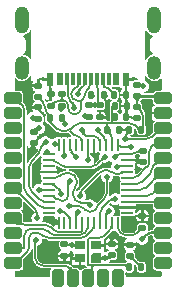
<source format=gbr>
%TF.GenerationSoftware,KiCad,Pcbnew,(6.0.8)*%
%TF.CreationDate,2022-11-05T21:02:43+01:00*%
%TF.ProjectId,epi,6570692e-6b69-4636-9164-5f7063625858,1_1*%
%TF.SameCoordinates,Original*%
%TF.FileFunction,Copper,L1,Top*%
%TF.FilePolarity,Positive*%
%FSLAX46Y46*%
G04 Gerber Fmt 4.6, Leading zero omitted, Abs format (unit mm)*
G04 Created by KiCad (PCBNEW (6.0.8)) date 2022-11-05 21:02:43*
%MOMM*%
%LPD*%
G01*
G04 APERTURE LIST*
G04 Aperture macros list*
%AMRoundRect*
0 Rectangle with rounded corners*
0 $1 Rounding radius*
0 $2 $3 $4 $5 $6 $7 $8 $9 X,Y pos of 4 corners*
0 Add a 4 corners polygon primitive as box body*
4,1,4,$2,$3,$4,$5,$6,$7,$8,$9,$2,$3,0*
0 Add four circle primitives for the rounded corners*
1,1,$1+$1,$2,$3*
1,1,$1+$1,$4,$5*
1,1,$1+$1,$6,$7*
1,1,$1+$1,$8,$9*
0 Add four rect primitives between the rounded corners*
20,1,$1+$1,$2,$3,$4,$5,0*
20,1,$1+$1,$4,$5,$6,$7,0*
20,1,$1+$1,$6,$7,$8,$9,0*
20,1,$1+$1,$8,$9,$2,$3,0*%
%AMOutline5P*
0 Free polygon, 5 corners , with rotation*
0 The origin of the aperture is its center*
0 number of corners: always 5*
0 $1 to $10 corner X, Y*
0 $11 Rotation angle, in degrees counterclockwise*
0 create outline with 5 corners*
4,1,5,$1,$2,$3,$4,$5,$6,$7,$8,$9,$10,$1,$2,$11*%
%AMOutline6P*
0 Free polygon, 6 corners , with rotation*
0 The origin of the aperture is its center*
0 number of corners: always 6*
0 $1 to $12 corner X, Y*
0 $13 Rotation angle, in degrees counterclockwise*
0 create outline with 6 corners*
4,1,6,$1,$2,$3,$4,$5,$6,$7,$8,$9,$10,$11,$12,$1,$2,$13*%
%AMOutline7P*
0 Free polygon, 7 corners , with rotation*
0 The origin of the aperture is its center*
0 number of corners: always 7*
0 $1 to $14 corner X, Y*
0 $15 Rotation angle, in degrees counterclockwise*
0 create outline with 7 corners*
4,1,7,$1,$2,$3,$4,$5,$6,$7,$8,$9,$10,$11,$12,$13,$14,$1,$2,$15*%
%AMOutline8P*
0 Free polygon, 8 corners , with rotation*
0 The origin of the aperture is its center*
0 number of corners: always 8*
0 $1 to $16 corner X, Y*
0 $17 Rotation angle, in degrees counterclockwise*
0 create outline with 8 corners*
4,1,8,$1,$2,$3,$4,$5,$6,$7,$8,$9,$10,$11,$12,$13,$14,$15,$16,$1,$2,$17*%
G04 Aperture macros list end*
%TA.AperFunction,ComponentPad*%
%ADD10RoundRect,0.250000X-0.250000X0.500000X-0.250000X-0.500000X0.250000X-0.500000X0.250000X0.500000X0*%
%TD*%
%TA.AperFunction,SMDPad,CuDef*%
%ADD11RoundRect,0.140000X0.170000X-0.140000X0.170000X0.140000X-0.170000X0.140000X-0.170000X-0.140000X0*%
%TD*%
%TA.AperFunction,SMDPad,CuDef*%
%ADD12RoundRect,0.135000X-0.185000X0.135000X-0.185000X-0.135000X0.185000X-0.135000X0.185000X0.135000X0*%
%TD*%
%TA.AperFunction,SMDPad,CuDef*%
%ADD13RoundRect,0.135000X0.135000X0.185000X-0.135000X0.185000X-0.135000X-0.185000X0.135000X-0.185000X0*%
%TD*%
%TA.AperFunction,SMDPad,CuDef*%
%ADD14RoundRect,0.140000X-0.140000X-0.170000X0.140000X-0.170000X0.140000X0.170000X-0.140000X0.170000X0*%
%TD*%
%TA.AperFunction,SMDPad,CuDef*%
%ADD15RoundRect,0.062500X-0.475000X0.062500X-0.475000X-0.062500X0.475000X-0.062500X0.475000X0.062500X0*%
%TD*%
%TA.AperFunction,SMDPad,CuDef*%
%ADD16RoundRect,0.062500X-0.062500X0.475000X-0.062500X-0.475000X0.062500X-0.475000X0.062500X0.475000X0*%
%TD*%
%TA.AperFunction,SMDPad,CuDef*%
%ADD17RoundRect,0.147500X-0.172500X0.147500X-0.172500X-0.147500X0.172500X-0.147500X0.172500X0.147500X0*%
%TD*%
%TA.AperFunction,SMDPad,CuDef*%
%ADD18RoundRect,0.135000X0.185000X-0.135000X0.185000X0.135000X-0.185000X0.135000X-0.185000X-0.135000X0*%
%TD*%
%TA.AperFunction,SMDPad,CuDef*%
%ADD19RoundRect,0.147500X-0.147500X-0.172500X0.147500X-0.172500X0.147500X0.172500X-0.147500X0.172500X0*%
%TD*%
%TA.AperFunction,SMDPad,CuDef*%
%ADD20RoundRect,0.140000X-0.170000X0.140000X-0.170000X-0.140000X0.170000X-0.140000X0.170000X0.140000X0*%
%TD*%
%TA.AperFunction,ComponentPad*%
%ADD21RoundRect,0.250000X-0.500000X-0.250000X0.500000X-0.250000X0.500000X0.250000X-0.500000X0.250000X0*%
%TD*%
%TA.AperFunction,SMDPad,CuDef*%
%ADD22R,0.900000X0.800000*%
%TD*%
%TA.AperFunction,SMDPad,CuDef*%
%ADD23Outline5P,-0.450000X0.160000X-0.210000X0.400000X0.450000X0.400000X0.450000X-0.400000X-0.450000X-0.400000X0.000000*%
%TD*%
%TA.AperFunction,ComponentPad*%
%ADD24O,1.200000X2.000000*%
%TD*%
%TA.AperFunction,ComponentPad*%
%ADD25O,1.200000X2.300000*%
%TD*%
%TA.AperFunction,SMDPad,CuDef*%
%ADD26R,0.607750X0.300000*%
%TD*%
%TA.AperFunction,SMDPad,CuDef*%
%ADD27R,0.307750X1.000000*%
%TD*%
%TA.AperFunction,SMDPad,CuDef*%
%ADD28R,0.615500X1.000000*%
%TD*%
%TA.AperFunction,SMDPad,CuDef*%
%ADD29RoundRect,0.135000X-0.135000X-0.185000X0.135000X-0.185000X0.135000X0.185000X-0.135000X0.185000X0*%
%TD*%
%TA.AperFunction,ViaPad*%
%ADD30C,0.500000*%
%TD*%
%TA.AperFunction,Conductor*%
%ADD31C,0.127000*%
%TD*%
%TA.AperFunction,Conductor*%
%ADD32C,0.250000*%
%TD*%
%TA.AperFunction,Conductor*%
%ADD33C,0.200000*%
%TD*%
G04 APERTURE END LIST*
D10*
%TO.P,J3,1,Pin_1*%
%TO.N,IO11*%
X106880000Y-74160000D03*
%TO.P,J3,2,Pin_2*%
%TO.N,IO12*%
X105610000Y-74160000D03*
%TO.P,J3,3,Pin_3*%
%TO.N,IO13*%
X104340000Y-74160000D03*
%TO.P,J3,4,Pin_4*%
%TO.N,A5*%
X103070000Y-74160000D03*
%TO.P,J3,5,Pin_5*%
%TO.N,GND*%
X101800000Y-74160000D03*
%TD*%
D11*
%TO.P,C8,2*%
%TO.N,Net-(C8-Pad2)*%
X99740000Y-61756500D03*
%TO.P,C8,1*%
%TO.N,GND*%
X99740000Y-62716500D03*
%TD*%
D12*
%TO.P,RV1,2*%
%TO.N,GND*%
X105340000Y-60546500D03*
%TO.P,RV1,1*%
%TO.N,Net-(J4-PadA7)*%
X105340000Y-59526500D03*
%TD*%
D13*
%TO.P,R4,2*%
%TO.N,Net-(J4-PadB5)*%
X104630000Y-58636500D03*
%TO.P,R4,1*%
%TO.N,GND*%
X105650000Y-58636500D03*
%TD*%
D14*
%TO.P,C1,2*%
%TO.N,GND*%
X107560000Y-60536500D03*
%TO.P,C1,1*%
%TO.N,VBUS*%
X106600000Y-60536500D03*
%TD*%
D15*
%TO.P,U1,44,AVCC*%
%TO.N,Net-(C2-Pad2)*%
X107677500Y-63686500D03*
%TO.P,U1,43,GND*%
%TO.N,GND*%
X107677500Y-64186500D03*
%TO.P,U1,42,AREF*%
%TO.N,Net-(C7-Pad1)*%
X107677500Y-64686500D03*
%TO.P,U1,41,PF0*%
%TO.N,A5*%
X107677500Y-65186500D03*
%TO.P,U1,40,PF1*%
%TO.N,A4*%
X107677500Y-65686500D03*
%TO.P,U1,39,PF4*%
%TO.N,A3*%
X107677500Y-66186500D03*
%TO.P,U1,38,PF5*%
%TO.N,A2*%
X107677500Y-66686500D03*
%TO.P,U1,37,PF6*%
%TO.N,A1*%
X107677500Y-67186500D03*
%TO.P,U1,36,PF7*%
%TO.N,A0*%
X107677500Y-67686500D03*
%TO.P,U1,35,GND*%
%TO.N,GND*%
X107677500Y-68186500D03*
%TO.P,U1,34,VCC*%
%TO.N,VBUS*%
X107677500Y-68686500D03*
D16*
%TO.P,U1,33,~{HWB}/PE2*%
%TO.N,Net-(R7-Pad1)*%
X106840000Y-69524000D03*
%TO.P,U1,32,PC7*%
%TO.N,IO13*%
X106340000Y-69524000D03*
%TO.P,U1,31,PC6*%
%TO.N,D5*%
X105840000Y-69524000D03*
%TO.P,U1,30,PB6*%
%TO.N,IO10*%
X105340000Y-69524000D03*
%TO.P,U1,29,PB5*%
%TO.N,IO9*%
X104840000Y-69524000D03*
%TO.P,U1,28,PB4*%
%TO.N,IO8*%
X104340000Y-69524000D03*
%TO.P,U1,27,PD7*%
%TO.N,D6*%
X103840000Y-69524000D03*
%TO.P,U1,26,PD6*%
%TO.N,IO12*%
X103340000Y-69524000D03*
%TO.P,U1,25,PD4*%
%TO.N,D4*%
X102840000Y-69524000D03*
%TO.P,U1,24,AVCC*%
%TO.N,Net-(C2-Pad2)*%
X102340000Y-69524000D03*
%TO.P,U1,23,GND*%
%TO.N,GND*%
X101840000Y-69524000D03*
D15*
%TO.P,U1,22,PD5*%
%TO.N,unconnected-(U1-Pad22)*%
X101002500Y-68686500D03*
%TO.P,U1,21,PD3*%
%TO.N,D1{slash}TX*%
X101002500Y-68186500D03*
%TO.P,U1,20,PD2*%
%TO.N,D0{slash}RX*%
X101002500Y-67686500D03*
%TO.P,U1,19,PD1*%
%TO.N,D2{slash}SDA*%
X101002500Y-67186500D03*
%TO.P,U1,18,PD0*%
%TO.N,D3{slash}SCL*%
X101002500Y-66686500D03*
%TO.P,U1,17,XTAL1*%
%TO.N,Net-(C5-Pad2)*%
X101002500Y-66186500D03*
%TO.P,U1,16,XTAL2*%
%TO.N,Net-(C6-Pad2)*%
X101002500Y-65686500D03*
%TO.P,U1,15,GND*%
%TO.N,GND*%
X101002500Y-65186500D03*
%TO.P,U1,14,VCC*%
%TO.N,VBUS*%
X101002500Y-64686500D03*
%TO.P,U1,13,~{RESET}*%
%TO.N,RST*%
X101002500Y-64186500D03*
%TO.P,U1,12,PB7*%
%TO.N,IO11*%
X101002500Y-63686500D03*
D16*
%TO.P,U1,11,PB3*%
%TO.N,D14{slash}MISO*%
X101840000Y-62849000D03*
%TO.P,U1,10,PB2*%
%TO.N,D16{slash}MOSI*%
X102340000Y-62849000D03*
%TO.P,U1,9,PB1*%
%TO.N,D15{slash}SCK*%
X102840000Y-62849000D03*
%TO.P,U1,8,PB0*%
%TO.N,SS*%
X103340000Y-62849000D03*
%TO.P,U1,7,VBUS*%
%TO.N,VBUS*%
X103840000Y-62849000D03*
%TO.P,U1,6,UCAP*%
%TO.N,Net-(C8-Pad2)*%
X104340000Y-62849000D03*
%TO.P,U1,5,UGND*%
%TO.N,GND*%
X104840000Y-62849000D03*
%TO.P,U1,4,D+*%
%TO.N,D+*%
X105340000Y-62849000D03*
%TO.P,U1,3,D-*%
%TO.N,D-*%
X105840000Y-62849000D03*
%TO.P,U1,2,UVCC*%
%TO.N,VBUS*%
X106340000Y-62849000D03*
%TO.P,U1,1,PE6*%
%TO.N,D7*%
X106840000Y-62849000D03*
%TD*%
D17*
%TO.P,D2,2,A*%
%TO.N,Net-(D2-Pad2)*%
X107890000Y-72289000D03*
%TO.P,D2,1,K*%
%TO.N,GND*%
X107890000Y-71319000D03*
%TD*%
D12*
%TO.P,R2,2*%
%TO.N,D-*%
X104390000Y-60546500D03*
%TO.P,R2,1*%
%TO.N,Net-(J4-PadA7)*%
X104390000Y-59526500D03*
%TD*%
D13*
%TO.P,R6,2*%
%TO.N,RST*%
X107830000Y-61586500D03*
%TO.P,R6,1*%
%TO.N,VBUS*%
X108850000Y-61586500D03*
%TD*%
D18*
%TO.P,R7,2*%
%TO.N,GND*%
X108940000Y-68876500D03*
%TO.P,R7,1*%
%TO.N,Net-(R7-Pad1)*%
X108940000Y-69896500D03*
%TD*%
D12*
%TO.P,R1,2*%
%TO.N,D+*%
X102115000Y-59596500D03*
%TO.P,R1,1*%
%TO.N,Net-(J4-PadA6)*%
X102115000Y-58576500D03*
%TD*%
D13*
%TO.P,FB1,2*%
%TO.N,VBUS*%
X101130000Y-60636500D03*
%TO.P,FB1,1*%
%TO.N,Net-(C2-Pad2)*%
X102150000Y-60636500D03*
%TD*%
D18*
%TO.P,RV2,2*%
%TO.N,GND*%
X101165000Y-58576500D03*
%TO.P,RV2,1*%
%TO.N,Net-(J4-PadA6)*%
X101165000Y-59596500D03*
%TD*%
D13*
%TO.P,R3,2*%
%TO.N,VBUS*%
X106580000Y-59586500D03*
%TO.P,R3,1*%
%TO.N,GND*%
X107600000Y-59586500D03*
%TD*%
D19*
%TO.P,D1,2,A*%
%TO.N,RST*%
X106925000Y-61586500D03*
%TO.P,D1,1,K*%
%TO.N,VBUS*%
X105955000Y-61586500D03*
%TD*%
D20*
%TO.P,C6,2*%
%TO.N,Net-(C6-Pad2)*%
X106340000Y-72216500D03*
%TO.P,C6,1*%
%TO.N,GND*%
X106340000Y-71256500D03*
%TD*%
D21*
%TO.P,J1,12,Pin_12*%
%TO.N,IO9*%
X97990000Y-72890000D03*
%TO.P,J1,11,Pin_11*%
%TO.N,IO8*%
X97990000Y-71620000D03*
%TO.P,J1,10,Pin_10*%
%TO.N,D7*%
X97990000Y-70350000D03*
%TO.P,J1,9,Pin_9*%
%TO.N,D6*%
X97990000Y-69080000D03*
%TO.P,J1,8,Pin_8*%
%TO.N,D5*%
X97990000Y-67810000D03*
%TO.P,J1,7,Pin_7*%
%TO.N,D4*%
X97990000Y-66540000D03*
%TO.P,J1,6,Pin_6*%
%TO.N,D3{slash}SCL*%
X97990000Y-65270000D03*
%TO.P,J1,5,Pin_5*%
%TO.N,D2{slash}SDA*%
X97990000Y-64000000D03*
%TO.P,J1,4,Pin_4*%
%TO.N,GND*%
X97990000Y-62730000D03*
%TO.P,J1,3,Pin_3*%
X97990000Y-61460000D03*
%TO.P,J1,2,Pin_2*%
%TO.N,D0{slash}RX*%
X97990000Y-60190000D03*
%TO.P,J1,1,Pin_1*%
%TO.N,D1{slash}TX*%
X97990000Y-58920000D03*
%TD*%
D20*
%TO.P,C4,2*%
%TO.N,GND*%
X108490000Y-60616500D03*
%TO.P,C4,1*%
%TO.N,VBUS*%
X108490000Y-59656500D03*
%TD*%
D22*
%TO.P,Y1,4*%
%TO.N,GND*%
X105040000Y-71386500D03*
%TO.P,Y1,3*%
X103640000Y-72486500D03*
%TO.P,Y1,2,2*%
%TO.N,Net-(C5-Pad2)*%
X103640000Y-71386500D03*
D23*
%TO.P,Y1,1,1*%
%TO.N,Net-(C6-Pad2)*%
X105040000Y-72486500D03*
%TD*%
D11*
%TO.P,C2,2*%
%TO.N,Net-(C2-Pad2)*%
X108990000Y-63356500D03*
%TO.P,C2,1*%
%TO.N,GND*%
X108990000Y-64316500D03*
%TD*%
D13*
%TO.P,R8,2*%
%TO.N,IO13*%
X107830000Y-73236500D03*
%TO.P,R8,1*%
%TO.N,Net-(D2-Pad2)*%
X108850000Y-73236500D03*
%TD*%
D24*
%TO.P,J4,S1,SHIELD*%
%TO.N,unconnected-(J4-PadS1)*%
X98740000Y-56341500D03*
D25*
X98740000Y-52341500D03*
D24*
X109940000Y-56341500D03*
D25*
X109940000Y-52341500D03*
D26*
%TO.P,J4,B12,GND*%
%TO.N,GND*%
X107540000Y-57741500D03*
X101140000Y-57741500D03*
D27*
%TO.P,J4,B8,SBU2*%
%TO.N,unconnected-(J4-PadB8)*%
X106090000Y-57341500D03*
%TO.P,J4,B7,D-*%
%TO.N,Net-(J4-PadA7)*%
X105090447Y-57341500D03*
%TO.P,J4,B6,D+*%
%TO.N,Net-(J4-PadA6)*%
X103590692Y-57342360D03*
%TO.P,J4,B5,CC2*%
%TO.N,Net-(J4-PadB5)*%
X102587811Y-57341500D03*
D28*
%TO.P,J4,A9,VBUS*%
%TO.N,Net-(F1-Pad1)*%
X101940000Y-57341500D03*
D27*
%TO.P,J4,A8,SBU1*%
%TO.N,unconnected-(J4-PadA8)*%
X103090589Y-57341500D03*
%TO.P,J4,A7,D-*%
%TO.N,Net-(J4-PadA7)*%
X104091169Y-57342360D03*
%TO.P,J4,A6,D+*%
%TO.N,Net-(J4-PadA6)*%
X104589970Y-57341500D03*
%TO.P,J4,A5,CC1*%
%TO.N,Net-(J4-PadA5)*%
X105590923Y-57341500D03*
D28*
%TO.P,J4,A4,VBUS*%
%TO.N,Net-(F1-Pad1)*%
X106740000Y-57341500D03*
%TO.P,J4,A1,GND*%
%TO.N,GND*%
X107540000Y-57341500D03*
X101140000Y-57341500D03*
%TD*%
D20*
%TO.P,C3,2*%
%TO.N,VBUS*%
X100140000Y-58816500D03*
%TO.P,C3,1*%
%TO.N,GND*%
X100140000Y-57856500D03*
%TD*%
D11*
%TO.P,C5,2*%
%TO.N,Net-(C5-Pad2)*%
X102340000Y-71306500D03*
%TO.P,C5,1*%
%TO.N,GND*%
X102340000Y-72266500D03*
%TD*%
D29*
%TO.P,R5,2*%
%TO.N,GND*%
X107550000Y-58636500D03*
%TO.P,R5,1*%
%TO.N,Net-(J4-PadA5)*%
X106530000Y-58636500D03*
%TD*%
D11*
%TO.P,C7,2*%
%TO.N,GND*%
X100140000Y-59706500D03*
%TO.P,C7,1*%
%TO.N,Net-(C7-Pad1)*%
X100140000Y-60666500D03*
%TD*%
D17*
%TO.P,F1,2*%
%TO.N,VBUS*%
X108490000Y-58771500D03*
%TO.P,F1,1*%
%TO.N,Net-(F1-Pad1)*%
X108490000Y-57801500D03*
%TD*%
D21*
%TO.P,J2,12,Pin_12*%
%TO.N,IO10*%
X110690000Y-72890000D03*
%TO.P,J2,11,Pin_11*%
%TO.N,D16{slash}MOSI*%
X110690000Y-71620000D03*
%TO.P,J2,10,Pin_10*%
%TO.N,D14{slash}MISO*%
X110690000Y-70350000D03*
%TO.P,J2,9,Pin_9*%
%TO.N,D15{slash}SCK*%
X110690000Y-69080000D03*
%TO.P,J2,8,Pin_8*%
%TO.N,A0*%
X110690000Y-67810000D03*
%TO.P,J2,7,Pin_7*%
%TO.N,A1*%
X110690000Y-66540000D03*
%TO.P,J2,6,Pin_6*%
%TO.N,A2*%
X110690000Y-65270000D03*
%TO.P,J2,5,Pin_5*%
%TO.N,A3*%
X110690000Y-64000000D03*
%TO.P,J2,4,Pin_4*%
%TO.N,A4*%
X110690000Y-62730000D03*
%TO.P,J2,3,Pin_3*%
%TO.N,RST*%
X110690000Y-61460000D03*
%TO.P,J2,2,Pin_2*%
%TO.N,GND*%
X110690000Y-60190000D03*
%TO.P,J2,1,Pin_1*%
%TO.N,VBUS*%
X110690000Y-58920000D03*
%TD*%
D30*
%TO.N,GND*%
X100690000Y-72430000D03*
X99640000Y-63170000D03*
X100690000Y-71270000D03*
X108740000Y-72336500D03*
X99940000Y-64670000D03*
X107550000Y-69936500D03*
X106340000Y-70720000D03*
X99250000Y-58316500D03*
X101590000Y-69386500D03*
X102890000Y-72236500D03*
X108540000Y-64220000D03*
X109400000Y-68266500D03*
X105740000Y-58736500D03*
X107590000Y-59586500D03*
%TO.N,Net-(C2-Pad2)*%
X102400000Y-61116500D03*
X106615000Y-63911500D03*
%TO.N,Net-(C5-Pad2)*%
X102090000Y-67066500D03*
X102940000Y-71370000D03*
%TO.N,Net-(C6-Pad2)*%
X104540000Y-67986500D03*
X105740000Y-72470000D03*
%TO.N,Net-(C7-Pad1)*%
X106750000Y-64786500D03*
X99690000Y-60570000D03*
%TO.N,Net-(C8-Pad2)*%
X104340000Y-64186500D03*
X100190000Y-61470000D03*
%TO.N,RST*%
X107490000Y-62386500D03*
X105740000Y-63886500D03*
%TO.N,D0{slash}RX*%
X100740000Y-62636500D03*
%TO.N,IO11*%
X100890000Y-63486500D03*
%TO.N,IO12*%
X103490000Y-68586500D03*
%TO.N,Net-(J4-PadA7)*%
X104890000Y-59520000D03*
X103490000Y-58586500D03*
%TO.N,Net-(J4-PadB5)*%
X103190000Y-59736500D03*
X104640000Y-58736500D03*
%TO.N,D+*%
X103840000Y-61586500D03*
X102020879Y-59814389D03*
%TO.N,D-*%
X104040000Y-60470000D03*
X105140000Y-61586500D03*
%TO.N,D7*%
X102740000Y-68086500D03*
X105950000Y-65566500D03*
X107990000Y-63036500D03*
%TO.N,D15{slash}SCK*%
X103340000Y-63936500D03*
%TO.N,D16{slash}MOSI*%
X102340000Y-63836500D03*
%TO.N,D14{slash}MISO*%
X101550000Y-62816500D03*
X108940000Y-70836500D03*
%TO.N,D3{slash}SCL*%
X100190000Y-66686500D03*
%TO.N,D2{slash}SDA*%
X102840000Y-65936500D03*
%TO.N,D4*%
X100040000Y-69086500D03*
X101990000Y-68436500D03*
%TO.N,IO10*%
X106640000Y-67470000D03*
%TO.N,D5*%
X106090000Y-68486500D03*
%TO.N,A5*%
X103690000Y-67186500D03*
X99940000Y-70920000D03*
%TO.N,Net-(F1-Pad1)*%
X101940000Y-57386500D03*
X106740000Y-57486500D03*
X108990000Y-57920000D03*
%TD*%
D31*
%TO.N,IO13*%
X104340000Y-70897572D02*
X104340000Y-73007862D01*
X105181551Y-70796000D02*
X104441572Y-70796000D01*
X106340000Y-69524000D02*
X106340000Y-69721648D01*
X104360239Y-73056761D02*
G75*
G02*
X104340000Y-73007862I48861J48861D01*
G01*
X104339989Y-70897572D02*
G75*
G02*
X104369750Y-70825750I101611J-28D01*
G01*
X104369758Y-70825758D02*
G75*
G02*
X104441572Y-70796000I71842J-71842D01*
G01*
X104395361Y-73077115D02*
X104839885Y-73077115D01*
X105181551Y-70796033D02*
G75*
G03*
X105662519Y-70596776I-51J680233D01*
G01*
X104395368Y-73077093D02*
G75*
G02*
X104360250Y-73056750I27232J87493D01*
G01*
X106200225Y-70059038D02*
G75*
G03*
X106340000Y-69721648I-337425J337438D01*
G01*
X104839885Y-73077115D02*
X104840000Y-73077000D01*
X106200241Y-70059054D02*
X105662519Y-70596776D01*
D32*
%TO.N,VBUS*%
X109337500Y-58771500D02*
X108772500Y-58771500D01*
D31*
X105932750Y-61564250D02*
X105977250Y-61608750D01*
X103840023Y-62651352D02*
G75*
G03*
X103700241Y-62313945I-477223J-48D01*
G01*
D33*
X110464393Y-58771503D02*
G75*
G02*
X110482500Y-58779000I7J-25597D01*
G01*
D31*
X105910500Y-61016192D02*
G75*
G02*
X105919692Y-61007000I9200J-8D01*
G01*
X105904013Y-61013513D02*
G75*
G02*
X105910500Y-61016192I2687J-2687D01*
G01*
X105919692Y-61006997D02*
G75*
G03*
X105904000Y-61013500I8J-22203D01*
G01*
X106339985Y-62243736D02*
G75*
G03*
X106147500Y-61779000I-657185J36D01*
G01*
X100853744Y-60140992D02*
G75*
G02*
X100654500Y-59660045I480956J480992D01*
G01*
X106379750Y-61017250D02*
G75*
G02*
X106379750Y-60996750I10250J10250D01*
G01*
X106355004Y-61006999D02*
G75*
G02*
X106379749Y-61017251I-4J-35001D01*
G01*
X106379749Y-60996749D02*
G75*
G02*
X106355004Y-61007000I-24749J24749D01*
G01*
X103374148Y-62121023D02*
G75*
G02*
X103601445Y-62215149I52J-321377D01*
G01*
X108894985Y-61441485D02*
G75*
G03*
X108990000Y-61212149I-229385J229385D01*
G01*
X106419859Y-61036516D02*
G75*
G02*
X106384251Y-61021749I41J50416D01*
G01*
X103247252Y-61219199D02*
G75*
G02*
X103728244Y-61020000I480948J-481001D01*
G01*
X106389989Y-60553571D02*
G75*
G02*
X106395001Y-60541501I17111J-29D01*
G01*
X101277713Y-61124207D02*
G75*
G02*
X101080000Y-60646895I477287J477307D01*
G01*
X101080011Y-60646895D02*
G75*
G03*
X100882289Y-60169579I-675011J-5D01*
G01*
X105888307Y-61020003D02*
G75*
G03*
X105904000Y-61013500I-7J22203D01*
G01*
X105932760Y-61564240D02*
G75*
G02*
X105910500Y-61510533I53740J53740D01*
G01*
X102115244Y-61679966D02*
G75*
G02*
X101634276Y-61480776I-44J680166D01*
G01*
D32*
X108490000Y-59021498D02*
G75*
G02*
X108739998Y-58771500I250000J-2D01*
G01*
D31*
X108989966Y-60438244D02*
G75*
G03*
X108790776Y-59957276I-680166J44D01*
G01*
X106394992Y-60541492D02*
G75*
G03*
X106400000Y-60529428I-12092J12092D01*
G01*
X108741301Y-61586502D02*
G75*
G02*
X108641096Y-61544992I-1J141702D01*
G01*
X106379749Y-60996749D02*
G75*
G03*
X106390000Y-60972004I-24749J24749D01*
G01*
X107850857Y-61036533D02*
G75*
G02*
X108331825Y-61235723I43J-680167D01*
G01*
X102504755Y-61679965D02*
G75*
G03*
X102985723Y-61480776I45J680165D01*
G01*
X103374148Y-62120980D02*
G75*
G02*
X103146850Y-62026850I-48J321380D01*
G01*
X100654466Y-59612744D02*
G75*
G03*
X100455276Y-59131776I-680166J44D01*
G01*
%TO.N,GND*%
X108482811Y-64186496D02*
G75*
G02*
X108523249Y-64203251I-11J-57204D01*
G01*
X99750000Y-62716511D02*
G75*
G03*
X99767071Y-62709428I0J24111D01*
G01*
X100204564Y-59953656D02*
G75*
G02*
X100140000Y-59797801I155836J155856D01*
G01*
X108339928Y-60626500D02*
G75*
G02*
X108347071Y-60623571I4172J0D01*
G01*
X105829742Y-59167258D02*
G75*
G02*
X105740000Y-58950574I216658J216658D01*
G01*
%TO.N,Net-(C2-Pad2)*%
X107907205Y-63686500D02*
X107447795Y-63686500D01*
X108251895Y-63571485D02*
G75*
G02*
X108529544Y-63456500I277605J-277615D01*
G01*
X107974275Y-63686492D02*
G75*
G03*
X108251909Y-63571499I25J392592D01*
G01*
X106727500Y-63799000D02*
G75*
G02*
X106999099Y-63686500I271600J-271600D01*
G01*
%TO.N,Net-(C5-Pad2)*%
X102089995Y-66972602D02*
G75*
G03*
X102023604Y-66812308I-226695J2D01*
G01*
D33*
X102748401Y-71369999D02*
G75*
G02*
X102671750Y-71338250I-1J108399D01*
G01*
D31*
X101200148Y-66186548D02*
G75*
G02*
X101537553Y-66326259I52J-477152D01*
G01*
D33*
X102968167Y-71386513D02*
G75*
G02*
X102948250Y-71378250I33J28213D01*
G01*
D31*
%TO.N,Net-(C6-Pad2)*%
X103249204Y-67542652D02*
G75*
G02*
X103050000Y-67061665I480996J480952D01*
G01*
X103403473Y-65984834D02*
G75*
G03*
X103204276Y-65503866I-680173J34D01*
G01*
X101508255Y-65686465D02*
G75*
G03*
X101989223Y-65487276I45J680165D01*
G01*
D33*
X105711832Y-72486513D02*
G75*
G03*
X105731750Y-72478250I-32J28213D01*
G01*
X105913250Y-72470023D02*
G75*
G03*
X106209006Y-72347493I-50J418323D01*
G01*
D31*
X103757334Y-67768973D02*
G75*
G02*
X103276366Y-67569776I-34J680173D01*
G01*
X103049985Y-66916462D02*
G75*
G02*
X103226750Y-66489750I603515J-38D01*
G01*
X102040752Y-65435699D02*
G75*
G02*
X102521744Y-65236500I480948J-481001D01*
G01*
X102655165Y-65236527D02*
G75*
G02*
X103136133Y-65435723I35J-680173D01*
G01*
X104168704Y-67768999D02*
G75*
G02*
X104431249Y-67877751I-4J-371301D01*
G01*
X103226739Y-66489739D02*
G75*
G03*
X103403500Y-66063037I-426739J426739D01*
G01*
%TO.N,Net-(C7-Pad1)*%
X106799997Y-64736497D02*
G75*
G02*
X106920710Y-64686500I120703J-120703D01*
G01*
%TO.N,Net-(C8-Pad2)*%
X99968662Y-61527773D02*
G75*
G02*
X100108250Y-61470000I139538J-139627D01*
G01*
%TO.N,RST*%
X109245294Y-62386492D02*
G75*
G03*
X109726261Y-62187275I6J680192D01*
G01*
X107490007Y-62261500D02*
G75*
G02*
X107578389Y-62048112I301793J0D01*
G01*
X104608255Y-64736465D02*
G75*
G03*
X105089223Y-64537276I45J680165D01*
G01*
X102421744Y-64736466D02*
G75*
G02*
X101940776Y-64537276I-44J680166D01*
G01*
X107815000Y-61811500D02*
G75*
G03*
X107815000Y-61661500I-75000J75000D01*
G01*
X101308255Y-64186534D02*
G75*
G02*
X101789223Y-64385723I45J-680166D01*
G01*
X107633933Y-61586486D02*
G75*
G02*
X107815000Y-61661500I-33J-256114D01*
G01*
%TO.N,D1{slash}TX*%
X100588244Y-68186466D02*
G75*
G02*
X100107276Y-67987276I-44J680166D01*
G01*
X98939966Y-59954744D02*
G75*
G03*
X98740776Y-59473776I-680166J44D01*
G01*
X99139199Y-67019247D02*
G75*
G02*
X98940000Y-66538255I481001J480947D01*
G01*
%TO.N,D0{slash}RX*%
X100674834Y-67686473D02*
G75*
G02*
X100193866Y-67487276I-34J680173D01*
G01*
X100274541Y-63318750D02*
G75*
G02*
X100427766Y-62948735I523259J50D01*
G01*
X100121213Y-63688744D02*
G75*
G03*
X100274500Y-63318750I-370013J370044D01*
G01*
X99575704Y-66869152D02*
G75*
G02*
X99376500Y-66388165I480996J480952D01*
G01*
X99376534Y-64715244D02*
G75*
G02*
X99575724Y-64234277I680166J44D01*
G01*
%TO.N,A4*%
X109290923Y-64787022D02*
G75*
G03*
X109301121Y-64782774I-23J14422D01*
G01*
X109854441Y-62872020D02*
G75*
G02*
X110278250Y-62696500I423759J-423780D01*
G01*
X109280718Y-64791218D02*
G75*
G02*
X109290923Y-64787000I10182J-10182D01*
G01*
X109500034Y-63508244D02*
G75*
G02*
X109699224Y-63027277I680166J44D01*
G01*
X109398454Y-64685454D02*
G75*
G03*
X109500000Y-64440283I-245154J245154D01*
G01*
X108103704Y-65686499D02*
G75*
G03*
X108584671Y-65487275I-4J680199D01*
G01*
%TO.N,IO11*%
X101002541Y-63642750D02*
G75*
G03*
X100971563Y-63568065I-105641J-50D01*
G01*
%TO.N,IO12*%
X103339986Y-68842566D02*
G75*
G02*
X103415000Y-68661500I256114J-34D01*
G01*
%TO.N,Net-(J4-PadA5)*%
X105687993Y-57934930D02*
G75*
G02*
X105590923Y-57700626I234307J234330D01*
G01*
X105910268Y-58032032D02*
G75*
G02*
X105696484Y-57943447I32J302332D01*
G01*
X106379984Y-58506500D02*
G75*
G03*
X106288076Y-58284576I-313884J0D01*
G01*
X105910268Y-58032012D02*
G75*
G02*
X106124052Y-58120552I32J-302288D01*
G01*
%TO.N,Net-(J4-PadA6)*%
X102289500Y-59136000D02*
X101989500Y-59136000D01*
X103778000Y-59148500D02*
X103781000Y-59145500D01*
X103467587Y-57908895D02*
G75*
G03*
X103590692Y-57611723I-297187J297195D01*
G01*
X102791545Y-60134955D02*
G75*
G02*
X102626500Y-59736501I398455J398455D01*
G01*
X102626488Y-59455228D02*
G75*
G03*
X102533000Y-59229500I-319188J28D01*
G01*
X102289500Y-59136000D02*
G75*
G02*
X102139500Y-58986000I0J150000D01*
G01*
X102139500Y-58986000D02*
G75*
G02*
X101989500Y-59136000I-150000J0D01*
G01*
X103779509Y-59149121D02*
G75*
G02*
X103781000Y-59145500I5091J21D01*
G01*
X103777964Y-59148464D02*
G75*
G02*
X103779500Y-59149121I636J-636D01*
G01*
X101443764Y-59317717D02*
G75*
G02*
X101882500Y-59136000I438736J-438783D01*
G01*
X103189998Y-60300000D02*
G75*
G02*
X102791545Y-60134955I2J563500D01*
G01*
X104397257Y-58079212D02*
G75*
G03*
X104589970Y-57614015I-465157J465212D01*
G01*
X103503462Y-59150015D02*
G75*
G02*
X103076750Y-58973250I38J603515D01*
G01*
X103289500Y-58031993D02*
G75*
G03*
X103383389Y-57993108I0J132793D01*
G01*
X104053500Y-58648000D02*
G75*
G02*
X104212599Y-58263901I543200J0D01*
G01*
X103195606Y-58070887D02*
G75*
G02*
X103289500Y-58032000I93894J-93913D01*
G01*
X103189998Y-60299999D02*
G75*
G03*
X103588454Y-60134953I2J563499D01*
G01*
X103601450Y-60121950D02*
G75*
G03*
X103779500Y-59692116I-429850J429850D01*
G01*
X102307271Y-59136012D02*
G75*
G02*
X102533000Y-59229500I29J-319188D01*
G01*
X102139490Y-58618324D02*
G75*
G03*
X102127250Y-58588750I-41790J24D01*
G01*
X103052018Y-58948536D02*
G75*
G02*
X102900000Y-58581500I367082J367036D01*
G01*
X102900012Y-58581500D02*
G75*
G02*
X103052027Y-58214471I519088J0D01*
G01*
X103774378Y-59149991D02*
G75*
G03*
X103778000Y-59148500I22J5091D01*
G01*
X103916485Y-59009985D02*
G75*
G03*
X104053500Y-58679252I-330785J330785D01*
G01*
%TO.N,Net-(J4-PadA7)*%
X105370500Y-59526500D02*
X105309500Y-59526500D01*
X105309500Y-59526500D02*
X105370500Y-59526500D01*
X103540002Y-58431500D02*
G75*
G02*
X103614246Y-58252253I253498J0D01*
G01*
D33*
X105488019Y-59526520D02*
G75*
G03*
X105489366Y-59523250I-19J1920D01*
G01*
D31*
X103938073Y-57928392D02*
G75*
G03*
X104091169Y-57558845I-369573J369592D01*
G01*
X105234490Y-59482010D02*
G75*
G02*
X105190000Y-59374567I107410J107410D01*
G01*
D33*
X105481519Y-59519988D02*
G75*
G02*
X105489365Y-59523251I-19J-11112D01*
G01*
D31*
X105309500Y-59526500D02*
G75*
G02*
X105309500Y-59526500I0J0D01*
G01*
X105140201Y-58085851D02*
G75*
G02*
X105090447Y-57965658I120199J120151D01*
G01*
X105309500Y-59526509D02*
G75*
G02*
X105257434Y-59504932I0J73609D01*
G01*
X105189984Y-58206000D02*
G75*
G03*
X105140223Y-58085829I-169984J0D01*
G01*
%TO.N,Net-(J4-PadB5)*%
X102636015Y-57423763D02*
G75*
G03*
X102611905Y-57365594I-82315J-37D01*
G01*
X103190014Y-59631895D02*
G75*
G03*
X103116032Y-59453324I-252514J-5D01*
G01*
X102835244Y-59172492D02*
G75*
G02*
X102636000Y-58691545I480956J480992D01*
G01*
%TO.N,D+*%
X104772038Y-62120984D02*
G75*
G02*
X105173648Y-62287352I-38J-568016D01*
G01*
X104256038Y-62120983D02*
G75*
G02*
X103961856Y-61999144I-38J415983D01*
G01*
X103942810Y-61980098D02*
G75*
G02*
X103840000Y-61731895I248190J248198D01*
G01*
X102071249Y-59764034D02*
G75*
G03*
X102115000Y-59658384I-105649J105634D01*
G01*
X105340023Y-62651352D02*
G75*
G03*
X105200241Y-62313945I-477223J-48D01*
G01*
%TO.N,D-*%
X105178886Y-61735394D02*
G75*
G02*
X105140000Y-61641500I93914J93894D01*
G01*
X105840039Y-62622750D02*
G75*
G03*
X105680016Y-62236518I-546239J-50D01*
G01*
%TO.N,D7*%
X103474755Y-68023034D02*
G75*
G02*
X103955723Y-68222223I45J-680166D01*
G01*
X104528455Y-68550024D02*
G75*
G02*
X104110290Y-68376790I45J591424D01*
G01*
X105750801Y-67365748D02*
G75*
G03*
X105950000Y-66884755I-481001J480948D01*
G01*
X104540001Y-68550000D02*
G75*
G03*
X104938455Y-68384955I-1J563500D01*
G01*
X105030327Y-68293044D02*
G75*
G03*
X105103500Y-68116455I-176627J176644D01*
G01*
X107160082Y-63036507D02*
G75*
G02*
X106933750Y-62942750I18J320107D01*
G01*
X105103550Y-68116455D02*
G75*
G02*
X105176654Y-67939847I249750J55D01*
G01*
X102771750Y-68054750D02*
G75*
G02*
X102848401Y-68023000I76650J-76650D01*
G01*
%TO.N,Net-(D2-Pad2)*%
X108843750Y-73236532D02*
G75*
G02*
X108833080Y-73232080I50J15132D01*
G01*
%TO.N,D15{slash}SCK*%
X103039199Y-63635747D02*
G75*
G02*
X102840000Y-63154755I481001J480947D01*
G01*
%TO.N,D14{slash}MISO*%
X101605480Y-62849007D02*
G75*
G02*
X101566251Y-62832749I20J55507D01*
G01*
X109260752Y-70515699D02*
G75*
G02*
X109741744Y-70316500I480948J-481001D01*
G01*
%TO.N,D2{slash}SDA*%
X101211250Y-67186475D02*
G75*
G02*
X101567607Y-67334109I-50J-504025D01*
G01*
X102653490Y-66254875D02*
G75*
G02*
X102746750Y-66029750I318410J-25D01*
G01*
X102220748Y-67616520D02*
G75*
G03*
X102526750Y-67489750I-48J432820D01*
G01*
X102526736Y-67489736D02*
G75*
G03*
X102653500Y-67183748I-306036J306036D01*
G01*
X102125000Y-67616502D02*
G75*
G02*
X101655545Y-67422045I0J663902D01*
G01*
%TO.N,D4*%
X102840023Y-69326352D02*
G75*
G03*
X102700241Y-68988945I-477223J-48D01*
G01*
X102147602Y-68515209D02*
G75*
G02*
X102282288Y-68570994I-2J-190491D01*
G01*
X98186643Y-66633431D02*
G75*
G02*
X98153500Y-66553385I80057J80031D01*
G01*
X102124356Y-68515220D02*
G75*
G02*
X102029353Y-68475851I44J134420D01*
G01*
X100039987Y-68768514D02*
G75*
G03*
X99840776Y-68287546I-680187J14D01*
G01*
%TO.N,D6*%
X101913244Y-70277966D02*
G75*
G02*
X101432276Y-70078776I-44J680166D01*
G01*
X98971744Y-69636466D02*
G75*
G02*
X98490776Y-69437276I-44J680166D01*
G01*
X103668077Y-70277990D02*
G75*
G03*
X103789645Y-70227645I23J171890D01*
G01*
X103789652Y-70227652D02*
G75*
G03*
X103840000Y-70106077I-121552J121552D01*
G01*
X100708255Y-69636534D02*
G75*
G02*
X101189223Y-69835723I45J-680166D01*
G01*
%TO.N,IO8*%
X98911832Y-71586513D02*
G75*
G03*
X98931750Y-71578250I-32J28213D01*
G01*
X104158770Y-70217663D02*
G75*
G03*
X104340000Y-69780250I-437370J437463D01*
G01*
X103562755Y-70531965D02*
G75*
G03*
X104043723Y-70332776I45J680165D01*
G01*
X101558744Y-70531966D02*
G75*
G02*
X101077776Y-70332776I-44J680166D01*
G01*
X98939995Y-70567487D02*
G75*
G02*
X99115000Y-70145000I597505J-13D01*
G01*
X100433255Y-69970034D02*
G75*
G02*
X100914223Y-70169223I45J-680166D01*
G01*
X98931740Y-71578240D02*
G75*
G03*
X98940000Y-71558332I-19940J19940D01*
G01*
X99115004Y-70145004D02*
G75*
G02*
X99537487Y-69970000I422496J-422496D01*
G01*
%TO.N,IO9*%
X98211750Y-72856542D02*
G75*
G03*
X98311187Y-72815310I-50J140642D01*
G01*
X99493042Y-70436542D02*
G75*
G02*
X99774409Y-70320000I281358J-281358D01*
G01*
X100807975Y-70670011D02*
G75*
G02*
X100947999Y-70728001I25J-197989D01*
G01*
X100755205Y-70670003D02*
G75*
G02*
X100525095Y-70574685I-5J325403D01*
G01*
X99177301Y-71949248D02*
G75*
G03*
X99376500Y-71468255I-481001J480948D01*
G01*
X99376504Y-70717909D02*
G75*
G02*
X99493045Y-70436545I397896J9D01*
G01*
X104694128Y-70082309D02*
G75*
G03*
X104840000Y-69730250I-352028J352109D01*
G01*
X103708755Y-70785965D02*
G75*
G03*
X104189723Y-70586776I45J680165D01*
G01*
X101088024Y-70785989D02*
G75*
G02*
X100948001Y-70727999I-24J197989D01*
G01*
X100022922Y-70319988D02*
G75*
G02*
X100445410Y-70495000I-22J-597512D01*
G01*
%TO.N,IO10*%
X106192783Y-67586828D02*
G75*
G02*
X106474795Y-67470000I282017J-281972D01*
G01*
X105340027Y-68721334D02*
G75*
G02*
X105539224Y-68240367I680173J34D01*
G01*
%TO.N,D5*%
X105839991Y-68913276D02*
G75*
G02*
X105965000Y-68611500I426809J-24D01*
G01*
%TO.N,IO13*%
X104371750Y-74096520D02*
G75*
G03*
X104425950Y-74074049I-50J76720D01*
G01*
X107573933Y-73086486D02*
G75*
G02*
X107755000Y-73161500I-33J-256114D01*
G01*
X104521759Y-73978259D02*
G75*
G03*
X104640000Y-73692769I-285459J285459D01*
G01*
X104640000Y-73336498D02*
G75*
G02*
X104889998Y-73086500I250000J-2D01*
G01*
%TO.N,Net-(R7-Pad1)*%
X108018255Y-70536465D02*
G75*
G03*
X108499223Y-70337276I45J680165D01*
G01*
X107571744Y-70536466D02*
G75*
G02*
X107090776Y-70337276I-44J680166D01*
G01*
X107038847Y-70285399D02*
G75*
G02*
X106840000Y-69805250I480153J480099D01*
G01*
%TO.N,A0*%
X110481261Y-67686516D02*
G75*
G02*
X110513250Y-67699750I39J-45184D01*
G01*
X110526484Y-67731738D02*
G75*
G03*
X110513250Y-67699750I-45184J38D01*
G01*
%TO.N,A1*%
X109358255Y-67186465D02*
G75*
G03*
X109839223Y-66987276I45J680165D01*
G01*
X110246960Y-66579477D02*
G75*
G02*
X110423250Y-66506500I176240J-176323D01*
G01*
%TO.N,A2*%
X110463541Y-65252922D02*
G75*
G02*
X110503250Y-65236500I39659J-39678D01*
G01*
X108748255Y-66686465D02*
G75*
G03*
X109229223Y-66487276I45J680165D01*
G01*
%TO.N,A3*%
X109576300Y-65340163D02*
G75*
G03*
X109740000Y-64945019I-395100J395163D01*
G01*
X109740001Y-64945019D02*
G75*
G02*
X109903681Y-64549857I558799J19D01*
G01*
X110473110Y-63980474D02*
G75*
G02*
X110506769Y-63966500I33690J-33626D01*
G01*
X108448255Y-66186465D02*
G75*
G03*
X108929223Y-65987276I45J680165D01*
G01*
%TO.N,A5*%
X105307347Y-65222204D02*
G75*
G02*
X105788334Y-65023000I480953J-480996D01*
G01*
X106747813Y-65349997D02*
G75*
G02*
X106353090Y-65186500I-13J558197D01*
G01*
X103069999Y-73768700D02*
G75*
G03*
X102879999Y-73310001I-648699J0D01*
G01*
X105958366Y-65023017D02*
G75*
G02*
X106353090Y-65186500I34J-558183D01*
G01*
X107131724Y-65268269D02*
G75*
G02*
X107329066Y-65186500I197376J-197331D01*
G01*
X99840005Y-71090710D02*
G75*
G02*
X99890000Y-70970000I170695J10D01*
G01*
X106934343Y-65350033D02*
G75*
G03*
X107131704Y-65268249I-43J279133D01*
G01*
X102421299Y-73120001D02*
G75*
G02*
X102879999Y-73310001I1J-648699D01*
G01*
X100039199Y-72869247D02*
G75*
G02*
X99840000Y-72388255I481001J480947D01*
G01*
X103690015Y-67013045D02*
G75*
G02*
X103812651Y-66716938I418685J45D01*
G01*
X100571744Y-73119966D02*
G75*
G02*
X100090776Y-72920776I-44J680166D01*
G01*
%TO.N,Net-(C6-Pad2)*%
X103276366Y-67569776D02*
X103249223Y-67542633D01*
X104431250Y-67877750D02*
X104540000Y-67986500D01*
X104168704Y-67769000D02*
X103757334Y-67769000D01*
X103136133Y-65435723D02*
X103204276Y-65503866D01*
X103403500Y-66063037D02*
X103403500Y-65984834D01*
X103050000Y-66916462D02*
X103050000Y-67061665D01*
X102655165Y-65236500D02*
X102521744Y-65236500D01*
X102040776Y-65435723D02*
X101989223Y-65487276D01*
X101508255Y-65686500D02*
X101002500Y-65686500D01*
%TO.N,D7*%
X105950000Y-65566500D02*
X105950000Y-66884755D01*
X105176653Y-67939846D02*
X105750776Y-67365723D01*
X105030346Y-68293063D02*
X104938455Y-68384955D01*
X104110290Y-68376790D02*
X103955723Y-68222223D01*
X104540001Y-68550000D02*
X104528455Y-68550000D01*
X102771750Y-68054750D02*
X102740000Y-68086500D01*
X102848401Y-68023000D02*
X103474755Y-68023000D01*
%TO.N,IO10*%
X106474795Y-67470000D02*
X106640000Y-67470000D01*
X105539223Y-68240366D02*
X106192772Y-67586817D01*
X105340000Y-68721334D02*
X105340000Y-69524000D01*
%TO.N,IO12*%
X103415000Y-68661500D02*
X103490000Y-68586500D01*
X103340000Y-68842566D02*
X103340000Y-69524000D01*
%TO.N,VBUS*%
X100455276Y-59131776D02*
X100140000Y-58816500D01*
X101634276Y-61480776D02*
X101277710Y-61124210D01*
X100654500Y-59612744D02*
X100654500Y-59660045D01*
X102504755Y-61680000D02*
X102115244Y-61680000D01*
X102985723Y-61480776D02*
X103247276Y-61219223D01*
X100882289Y-60169579D02*
X100853723Y-60141013D01*
X105888307Y-61020000D02*
X103728244Y-61020000D01*
X103146850Y-62026850D02*
X102790000Y-61670000D01*
X103601445Y-62215149D02*
X103700241Y-62313945D01*
X103840000Y-62651352D02*
X103840000Y-62849000D01*
%TO.N,GND*%
X99767071Y-62709428D02*
X100290000Y-62186500D01*
D33*
%TO.N,Net-(J4-PadA7)*%
X105481519Y-59520000D02*
X104890000Y-59520000D01*
D31*
%TO.N,IO8*%
X98911832Y-71586500D02*
X98153500Y-71586500D01*
X99537487Y-69970000D02*
X100433255Y-69970000D01*
X104043723Y-70332776D02*
X104158803Y-70217696D01*
X101558744Y-70532000D02*
X103562755Y-70532000D01*
X100914223Y-70169223D02*
X101077776Y-70332776D01*
X104340000Y-69780250D02*
X104340000Y-69524000D01*
X98940000Y-71558332D02*
X98940000Y-70567487D01*
%TO.N,IO9*%
X104840000Y-69730250D02*
X104840000Y-69524000D01*
X104189723Y-70586776D02*
X104694159Y-70082340D01*
X101088024Y-70786000D02*
X103708755Y-70786000D01*
X100022922Y-70320000D02*
X99774409Y-70320000D01*
X99376500Y-70717909D02*
X99376500Y-71468255D01*
X99177276Y-71949223D02*
X98311188Y-72815311D01*
X100755205Y-70670000D02*
X100807975Y-70670000D01*
X100445410Y-70495000D02*
X100525095Y-70574685D01*
X98211750Y-72856500D02*
X98153500Y-72856500D01*
%TO.N,A5*%
X103070000Y-73768700D02*
X103070000Y-74096500D01*
X100571744Y-73120000D02*
X102421299Y-73120000D01*
X99940000Y-70920000D02*
X99890000Y-70970000D01*
X99840000Y-72388255D02*
X99840000Y-71090710D01*
X100090776Y-72920776D02*
X100039223Y-72869223D01*
%TO.N,D1{slash}TX*%
X98940000Y-66538255D02*
X98940000Y-59954744D01*
X99139223Y-67019223D02*
X100107276Y-67987276D01*
X98740776Y-59473776D02*
X98153500Y-58886500D01*
X100588244Y-68186500D02*
X101002500Y-68186500D01*
%TO.N,D4*%
X98153500Y-66553385D02*
X98153500Y-66506500D01*
X99840776Y-68287546D02*
X98186652Y-66633422D01*
X100040000Y-68768514D02*
X100040000Y-69086500D01*
%TO.N,D0{slash}RX*%
X99575723Y-66869133D02*
X100193866Y-67487276D01*
X100427765Y-62948734D02*
X100740000Y-62636500D01*
X99575723Y-64234276D02*
X100121234Y-63688765D01*
X99376500Y-64715244D02*
X99376500Y-66388165D01*
X100674834Y-67686500D02*
X101002500Y-67686500D01*
%TO.N,IO13*%
X104371750Y-74096500D02*
X104340000Y-74096500D01*
X104521749Y-73978249D02*
X104425950Y-74074049D01*
X104640000Y-73336498D02*
X104640000Y-73692769D01*
D33*
%TO.N,Net-(C5-Pad2)*%
X102948250Y-71378250D02*
X102940000Y-71370000D01*
X102968167Y-71386500D02*
X103640000Y-71386500D01*
X102671750Y-71338250D02*
X102640000Y-71306500D01*
D31*
X102940000Y-71370000D02*
X102748401Y-71370000D01*
D33*
%TO.N,Net-(C6-Pad2)*%
X105740000Y-72470000D02*
X105731750Y-72478250D01*
X105711832Y-72486500D02*
X105040000Y-72486500D01*
X106209006Y-72347493D02*
X106340000Y-72216500D01*
X105740000Y-72470000D02*
X105913250Y-72470000D01*
D31*
%TO.N,A3*%
X110506769Y-63966500D02*
X110526500Y-63966500D01*
X108929223Y-65987276D02*
X109576318Y-65340181D01*
X108448255Y-66186500D02*
X107677500Y-66186500D01*
X110473087Y-63980451D02*
X109903681Y-64549857D01*
%TO.N,A4*%
X109699223Y-63027276D02*
X109854460Y-62872039D01*
X109500000Y-64440283D02*
X109500000Y-63508244D01*
X110278250Y-62696500D02*
X110526500Y-62696500D01*
X109398448Y-64685448D02*
X109301122Y-64782775D01*
X108584672Y-65487276D02*
X109280724Y-64791224D01*
X108103704Y-65686500D02*
X107677500Y-65686500D01*
%TO.N,GND*%
X108482811Y-64186500D02*
X107677500Y-64186500D01*
X108540000Y-64220000D02*
X108523250Y-64203250D01*
%TO.N,Net-(C2-Pad2)*%
X108529544Y-63456500D02*
X108990000Y-63456500D01*
X107974275Y-63686500D02*
X107907205Y-63686500D01*
%TO.N,Net-(J4-PadA7)*%
X105370500Y-59526500D02*
X105488019Y-59526500D01*
%TO.N,Net-(C8-Pad2)*%
X99968694Y-61527805D02*
X99740000Y-61756500D01*
X100108250Y-61470000D02*
X100190000Y-61470000D01*
%TO.N,RST*%
X107490000Y-62386500D02*
X109245294Y-62386500D01*
X109726262Y-62187276D02*
X110487039Y-61426500D01*
%TO.N,Net-(C5-Pad2)*%
X101200148Y-66186500D02*
X101002500Y-66186500D01*
X102090000Y-67066500D02*
X102090000Y-66972602D01*
X101537554Y-66326258D02*
X102023604Y-66812308D01*
%TO.N,D2{slash}SDA*%
X102746750Y-66029750D02*
X102840000Y-65936500D01*
X102125000Y-67616500D02*
X102220748Y-67616500D01*
X101655545Y-67422045D02*
X101567608Y-67334108D01*
X101211250Y-67186500D02*
X101002500Y-67186500D01*
X102653500Y-67183748D02*
X102653500Y-66254875D01*
%TO.N,A5*%
X107329066Y-65186500D02*
X107677500Y-65186500D01*
X106934343Y-65350000D02*
X106747813Y-65350000D01*
X103690000Y-67013045D02*
X103690000Y-67186500D01*
X103812651Y-66716938D02*
X105307366Y-65222223D01*
X105958366Y-65023000D02*
X105788334Y-65023000D01*
%TO.N,Net-(C7-Pad1)*%
X106750000Y-64786500D02*
X106800000Y-64736500D01*
X106920710Y-64686500D02*
X107677500Y-64686500D01*
%TO.N,D14{slash}MISO*%
X101605480Y-62849000D02*
X101840000Y-62849000D01*
X101550000Y-62816500D02*
X101566250Y-62832750D01*
%TO.N,GND*%
X100204559Y-59953661D02*
X100450000Y-60199102D01*
X100140000Y-59797801D02*
X100140000Y-59706500D01*
%TO.N,D-*%
X105840000Y-62622750D02*
X105840000Y-62849000D01*
X105680017Y-62236517D02*
X105178890Y-61735390D01*
X105140000Y-61641500D02*
X105140000Y-61586500D01*
%TO.N,Net-(J4-PadA7)*%
X104091169Y-57558845D02*
X104091169Y-57342360D01*
X103938090Y-57928409D02*
X103614246Y-58252253D01*
X103540000Y-58431500D02*
X103540000Y-58536500D01*
%TO.N,Net-(J4-PadA6)*%
X103052027Y-58948527D02*
X103076750Y-58973250D01*
X103052027Y-58214471D02*
X103195609Y-58070890D01*
X103383390Y-57993109D02*
X103467596Y-57908904D01*
X103774378Y-59150000D02*
X103503462Y-59150000D01*
X103590692Y-57611723D02*
X103590692Y-57342360D01*
%TO.N,A2*%
X109229223Y-66487276D02*
X110463559Y-65252940D01*
X110503250Y-65236500D02*
X110526500Y-65236500D01*
X108748255Y-66686500D02*
X107677500Y-66686500D01*
%TO.N,VBUS*%
X106390000Y-60972004D02*
X106390000Y-60553571D01*
X108490000Y-59021498D02*
X108490000Y-59656500D01*
D32*
X108739998Y-58771500D02*
X108772500Y-58771500D01*
D31*
X107850857Y-61036500D02*
X106419859Y-61036500D01*
X105977250Y-61608750D02*
X106147500Y-61779000D01*
X108331825Y-61235723D02*
X108641095Y-61544993D01*
X106400000Y-60529428D02*
X106400000Y-59606500D01*
X108741301Y-61586500D02*
X108800000Y-61586500D01*
X105910500Y-61510533D02*
X105910500Y-61016192D01*
X108895000Y-61441500D02*
X108800000Y-61536500D01*
X106355004Y-61007000D02*
X105919692Y-61007000D01*
D32*
X109337500Y-58771500D02*
X110464393Y-58771500D01*
D31*
X108990000Y-60438244D02*
X108990000Y-61212149D01*
X106340000Y-62243736D02*
X106340000Y-62849000D01*
X108790776Y-59957276D02*
X108490000Y-59656500D01*
X106384250Y-61021750D02*
X106379750Y-61017250D01*
D33*
X110482500Y-58779000D02*
X110490000Y-58786500D01*
D31*
%TO.N,GND*%
X105829750Y-59167250D02*
X105919500Y-59257000D01*
X105740000Y-58950574D02*
X105740000Y-58736500D01*
X108347071Y-60623571D02*
X108410000Y-60686500D01*
D33*
X108340000Y-60626500D02*
X108340000Y-60636500D01*
D31*
X105650000Y-58646500D02*
X105650000Y-58636500D01*
X99750000Y-62716500D02*
X99740000Y-62716500D01*
%TO.N,Net-(C2-Pad2)*%
X106999099Y-63686500D02*
X107447795Y-63686500D01*
X106727500Y-63799000D02*
X106615000Y-63911500D01*
%TO.N,Net-(C8-Pad2)*%
X104340000Y-64186500D02*
X104340000Y-62849000D01*
%TO.N,RST*%
X101789223Y-64385723D02*
X101940776Y-64537276D01*
X101308255Y-64186500D02*
X101002500Y-64186500D01*
X107814999Y-61811499D02*
X107578388Y-62048111D01*
X105089223Y-64537276D02*
X105740000Y-63886500D01*
X107490000Y-62386500D02*
X107490000Y-62261500D01*
X107633933Y-61586500D02*
X106925000Y-61586500D01*
X102421744Y-64736500D02*
X104608255Y-64736500D01*
%TO.N,IO11*%
X101002500Y-63642750D02*
X101002500Y-63686500D01*
X100890000Y-63486500D02*
X100971564Y-63568064D01*
%TO.N,Net-(J4-PadA5)*%
X105590923Y-57700626D02*
X105590923Y-57341500D01*
X106380000Y-58506500D02*
X106380000Y-58636500D01*
X106124052Y-58120552D02*
X106288076Y-58284576D01*
X105696484Y-57943447D02*
X105687980Y-57934943D01*
%TO.N,Net-(J4-PadA6)*%
X103779500Y-59692116D02*
X103779500Y-59149121D01*
X103916500Y-59010000D02*
X103781000Y-59145500D01*
X102127250Y-58588750D02*
X102115000Y-58576500D01*
X102307271Y-59136000D02*
X102289500Y-59136000D01*
X103601454Y-60121954D02*
X103588455Y-60134954D01*
X101443773Y-59317726D02*
X101165000Y-59596500D01*
X104053500Y-58679252D02*
X104053500Y-58648000D01*
X101882500Y-59136000D02*
X101989500Y-59136000D01*
X102626500Y-59455228D02*
X102626500Y-59736501D01*
X104212598Y-58263900D02*
X104397272Y-58079227D01*
X104589970Y-57614015D02*
X104589970Y-57341500D01*
X102139500Y-58618324D02*
X102139500Y-58986000D01*
%TO.N,Net-(J4-PadA7)*%
X105257433Y-59504933D02*
X105234500Y-59482000D01*
X105090447Y-57965658D02*
X105090447Y-57341500D01*
X105190000Y-58206000D02*
X105190000Y-59374567D01*
X105309500Y-59526500D02*
X104290000Y-59526500D01*
%TO.N,Net-(J4-PadB5)*%
X102636000Y-58691545D02*
X102636000Y-57423763D01*
X103190000Y-59631895D02*
X103190000Y-59736500D01*
X102835223Y-59172513D02*
X103116033Y-59453323D01*
X102611905Y-57365594D02*
X102587811Y-57341500D01*
%TO.N,D+*%
X102115000Y-59658384D02*
X102115000Y-59596500D01*
X103840000Y-61731895D02*
X103840000Y-61586500D01*
X105340000Y-62651352D02*
X105340000Y-62849000D01*
X104256038Y-62121000D02*
X104772038Y-62121000D01*
X105200241Y-62313945D02*
X105173648Y-62287352D01*
X102071241Y-59764026D02*
X102020879Y-59814389D01*
X103942809Y-61980099D02*
X103961855Y-61999145D01*
%TO.N,D7*%
X106933750Y-62942750D02*
X106840000Y-62849000D01*
X107990000Y-63036500D02*
X107160082Y-63036500D01*
%TO.N,Net-(D2-Pad2)*%
X108833080Y-73232080D02*
X107890000Y-72289000D01*
X108843750Y-73236500D02*
X108850000Y-73236500D01*
%TO.N,D15{slash}SCK*%
X102840000Y-63154755D02*
X102840000Y-62849000D01*
X103340000Y-63936500D02*
X103039223Y-63635723D01*
%TO.N,D16{slash}MOSI*%
X102340000Y-63836500D02*
X102340000Y-62849000D01*
%TO.N,D14{slash}MISO*%
X109741744Y-70316500D02*
X110526500Y-70316500D01*
X109260776Y-70515723D02*
X108940000Y-70836500D01*
%TO.N,D3{slash}SCL*%
X100190000Y-66686500D02*
X101002500Y-66686500D01*
%TO.N,D4*%
X102029352Y-68475852D02*
X101990000Y-68436500D01*
X102282289Y-68570993D02*
X102700241Y-68988945D01*
X102840000Y-69326352D02*
X102840000Y-69524000D01*
X102124356Y-68515204D02*
X102147602Y-68515204D01*
%TO.N,D6*%
X98490776Y-69437276D02*
X98253500Y-69200000D01*
X103840000Y-70106077D02*
X103840000Y-69524000D01*
X101189223Y-69835723D02*
X101432276Y-70078776D01*
X100708255Y-69636500D02*
X98971744Y-69636500D01*
X103668077Y-70278000D02*
X101913244Y-70278000D01*
%TO.N,D5*%
X106090000Y-68486500D02*
X105965000Y-68611500D01*
X105840000Y-68913276D02*
X105840000Y-69524000D01*
%TO.N,IO13*%
X107755000Y-73161500D02*
X107830000Y-73236500D01*
X104889998Y-73086500D02*
X107573933Y-73086500D01*
%TO.N,Net-(R7-Pad1)*%
X107038873Y-70285373D02*
X107090776Y-70337276D01*
X106840000Y-69805250D02*
X106840000Y-69524000D01*
X108499223Y-70337276D02*
X108940000Y-69896500D01*
X107571744Y-70536500D02*
X108018255Y-70536500D01*
%TO.N,A0*%
X110526500Y-67731738D02*
X110526500Y-67776500D01*
X110481261Y-67686500D02*
X107677500Y-67686500D01*
%TO.N,A1*%
X110423250Y-66506500D02*
X110526500Y-66506500D01*
X110246991Y-66579508D02*
X109839223Y-66987276D01*
X109358255Y-67186500D02*
X107677500Y-67186500D01*
%TD*%
%TA.AperFunction,Conductor*%
%TO.N,Net-(J4-PadA5)*%
G36*
X106268057Y-58174784D02*
G01*
X106296033Y-58202861D01*
X106328572Y-58235294D01*
X106358275Y-58263908D01*
X106386019Y-58288835D01*
X106386154Y-58288943D01*
X106386162Y-58288950D01*
X106396988Y-58297627D01*
X106412679Y-58310203D01*
X106439131Y-58328143D01*
X106452977Y-58335618D01*
X106465962Y-58342628D01*
X106465970Y-58342632D01*
X106466252Y-58342784D01*
X106466556Y-58342906D01*
X106466561Y-58342908D01*
X106494603Y-58354132D01*
X106494607Y-58354133D01*
X106494916Y-58354257D01*
X106495238Y-58354344D01*
X106495240Y-58354345D01*
X106525696Y-58362608D01*
X106525704Y-58362610D01*
X106526000Y-58362690D01*
X106526307Y-58362739D01*
X106526310Y-58362740D01*
X106538160Y-58364644D01*
X106552050Y-58366876D01*
X106559675Y-58371572D01*
X106561741Y-58376542D01*
X106617638Y-58718739D01*
X106615590Y-58727456D01*
X106607977Y-58732172D01*
X106603059Y-58731925D01*
X106553911Y-58718739D01*
X106268882Y-58642269D01*
X106261780Y-58636816D01*
X106260217Y-58630720D01*
X106260851Y-58600951D01*
X106260874Y-58600426D01*
X106263385Y-58562539D01*
X106263391Y-58562450D01*
X106266159Y-58525007D01*
X106266160Y-58524998D01*
X106266168Y-58524883D01*
X106267729Y-58487698D01*
X106266618Y-58450602D01*
X106261378Y-58413306D01*
X106250551Y-58375517D01*
X106250359Y-58375102D01*
X106232868Y-58337347D01*
X106232866Y-58337344D01*
X106232681Y-58336944D01*
X106206309Y-58297297D01*
X106177283Y-58264527D01*
X106174362Y-58256063D01*
X106177768Y-58248497D01*
X106251496Y-58174769D01*
X106259769Y-58171342D01*
X106268057Y-58174784D01*
G37*
%TD.AperFunction*%
%TD*%
%TA.AperFunction,Conductor*%
%TO.N,VBUS*%
G36*
X108691698Y-58555485D02*
G01*
X108712150Y-58571769D01*
X108740843Y-58590007D01*
X108771677Y-58605203D01*
X108805130Y-58617596D01*
X108805372Y-58617661D01*
X108805378Y-58617663D01*
X108841472Y-58627370D01*
X108841481Y-58627372D01*
X108841678Y-58627425D01*
X108841900Y-58627466D01*
X108841902Y-58627467D01*
X108881598Y-58634893D01*
X108881796Y-58634930D01*
X108925961Y-58640351D01*
X108926100Y-58640361D01*
X108926108Y-58640362D01*
X108974563Y-58643920D01*
X108974579Y-58643921D01*
X108974649Y-58643926D01*
X108974727Y-58643929D01*
X108974748Y-58643930D01*
X109028247Y-58645893D01*
X109028266Y-58645893D01*
X109028337Y-58645896D01*
X109037088Y-58645985D01*
X109075919Y-58646382D01*
X109084157Y-58649893D01*
X109087500Y-58658081D01*
X109087500Y-58884919D01*
X109084073Y-58893192D01*
X109075919Y-58896618D01*
X109056110Y-58896820D01*
X109028337Y-58897103D01*
X109028266Y-58897106D01*
X109028247Y-58897106D01*
X108974748Y-58899069D01*
X108974727Y-58899070D01*
X108974649Y-58899073D01*
X108974579Y-58899078D01*
X108974563Y-58899079D01*
X108926108Y-58902637D01*
X108926100Y-58902638D01*
X108925961Y-58902648D01*
X108881796Y-58908069D01*
X108881599Y-58908106D01*
X108881598Y-58908106D01*
X108841902Y-58915532D01*
X108841900Y-58915533D01*
X108841678Y-58915574D01*
X108841481Y-58915627D01*
X108841472Y-58915629D01*
X108805378Y-58925336D01*
X108805372Y-58925338D01*
X108805130Y-58925403D01*
X108771677Y-58937796D01*
X108740843Y-58952992D01*
X108712150Y-58971230D01*
X108685124Y-58992750D01*
X108357721Y-58781329D01*
X108352630Y-58773962D01*
X108354239Y-58765153D01*
X108357721Y-58761671D01*
X108431081Y-58714299D01*
X108432125Y-58713625D01*
X108432126Y-58713624D01*
X108513812Y-58660875D01*
X108516840Y-58658920D01*
X108678064Y-58554809D01*
X108686873Y-58553200D01*
X108691698Y-58555485D01*
G37*
%TD.AperFunction*%
%TD*%
%TA.AperFunction,Conductor*%
%TO.N,VBUS*%
G36*
X106059508Y-61529169D02*
G01*
X106241394Y-61572555D01*
X106248646Y-61577808D01*
X106250351Y-61583128D01*
X106252240Y-61610423D01*
X106252965Y-61620906D01*
X106258544Y-61663210D01*
X106266364Y-61702972D01*
X106276299Y-61741703D01*
X106288223Y-61780913D01*
X106288263Y-61781033D01*
X106302002Y-61822099D01*
X106302007Y-61822113D01*
X106317525Y-61866813D01*
X106334650Y-61916524D01*
X106353217Y-61972642D01*
X106353283Y-61972847D01*
X106369706Y-62025733D01*
X106368886Y-62034650D01*
X106361887Y-62040412D01*
X106261954Y-62070327D01*
X106253046Y-62069416D01*
X106247670Y-62063294D01*
X106233093Y-62025144D01*
X106233091Y-62025141D01*
X106232915Y-62024679D01*
X106209681Y-61985430D01*
X106182444Y-61954581D01*
X106151803Y-61931021D01*
X106124031Y-61916586D01*
X106118740Y-61913836D01*
X106118739Y-61913836D01*
X106118357Y-61913637D01*
X106098648Y-61906827D01*
X106083026Y-61901428D01*
X106083022Y-61901427D01*
X106082704Y-61901317D01*
X106082379Y-61901244D01*
X106045665Y-61892999D01*
X106045656Y-61892997D01*
X106045445Y-61892950D01*
X106007177Y-61887422D01*
X105968500Y-61883623D01*
X105942502Y-61881472D01*
X105938861Y-61881171D01*
X105930899Y-61877074D01*
X105928336Y-61871719D01*
X105878609Y-61612975D01*
X105878335Y-61611549D01*
X105853037Y-61479918D01*
X106059508Y-61529169D01*
G37*
%TD.AperFunction*%
%TD*%
%TA.AperFunction,Conductor*%
%TO.N,VBUS*%
G36*
X109050047Y-61080311D02*
G01*
X109053474Y-61088609D01*
X109053372Y-61133841D01*
X109053370Y-61134540D01*
X109053370Y-61134543D01*
X109053243Y-61185504D01*
X109053243Y-61185574D01*
X109053448Y-61220016D01*
X109053513Y-61230862D01*
X109054572Y-61271711D01*
X109056815Y-61309147D01*
X109060635Y-61344264D01*
X109066426Y-61378156D01*
X109074580Y-61411920D01*
X109085492Y-61446648D01*
X109085557Y-61446818D01*
X109096478Y-61475388D01*
X109096231Y-61484340D01*
X109092781Y-61488763D01*
X108977554Y-61579366D01*
X108882648Y-61653991D01*
X108882649Y-61653991D01*
X108853522Y-61676894D01*
X108820360Y-61702969D01*
X108811738Y-61705389D01*
X108803931Y-61701004D01*
X108801770Y-61696580D01*
X108796904Y-61676894D01*
X108716551Y-61351785D01*
X108747022Y-61334775D01*
X108777247Y-61317703D01*
X108806530Y-61299719D01*
X108834173Y-61279972D01*
X108843425Y-61271797D01*
X108859174Y-61257880D01*
X108859175Y-61257879D01*
X108859476Y-61257613D01*
X108859733Y-61257315D01*
X108859738Y-61257310D01*
X108881435Y-61232150D01*
X108881744Y-61231792D01*
X108881986Y-61231398D01*
X108881990Y-61231393D01*
X108900020Y-61202079D01*
X108900021Y-61202076D01*
X108900278Y-61201659D01*
X108914380Y-61166363D01*
X108921293Y-61134540D01*
X108923260Y-61125482D01*
X108923353Y-61125054D01*
X108925786Y-61087820D01*
X108929744Y-61079789D01*
X108937460Y-61076884D01*
X109041774Y-61076884D01*
X109050047Y-61080311D01*
G37*
%TD.AperFunction*%
%TD*%
%TA.AperFunction,Conductor*%
%TO.N,VBUS*%
G36*
X101207267Y-60620821D02*
G01*
X101208497Y-60622700D01*
X101328979Y-60806751D01*
X101330643Y-60815550D01*
X101328350Y-60820439D01*
X101316258Y-60835654D01*
X101316116Y-60835872D01*
X101316113Y-60835877D01*
X101300982Y-60859201D01*
X101300977Y-60859209D01*
X101300812Y-60859464D01*
X101287968Y-60884960D01*
X101278423Y-60911853D01*
X101272877Y-60939851D01*
X101272028Y-60968665D01*
X101272109Y-60969186D01*
X101272109Y-60969190D01*
X101274062Y-60981789D01*
X101276574Y-60998004D01*
X101276762Y-60998525D01*
X101276763Y-60998531D01*
X101287028Y-61027064D01*
X101287213Y-61027577D01*
X101287488Y-61028042D01*
X101287490Y-61028047D01*
X101300194Y-61049558D01*
X101304645Y-61057094D01*
X101304970Y-61057474D01*
X101322541Y-61078041D01*
X101325309Y-61086557D01*
X101321918Y-61093914D01*
X101248161Y-61167671D01*
X101239888Y-61171098D01*
X101231494Y-61167549D01*
X101194879Y-61129842D01*
X101194633Y-61129580D01*
X101156614Y-61087938D01*
X101156402Y-61087699D01*
X101123829Y-61049786D01*
X101123639Y-61049558D01*
X101105743Y-61027577D01*
X101095204Y-61014632D01*
X101095131Y-61014540D01*
X101069470Y-60981789D01*
X101059739Y-60969190D01*
X101045376Y-60950596D01*
X101021584Y-60920280D01*
X101015000Y-60912269D01*
X100996849Y-60890183D01*
X100996833Y-60890165D01*
X100996800Y-60890124D01*
X100996769Y-60890089D01*
X100996753Y-60890070D01*
X100981270Y-60872503D01*
X100969731Y-60859410D01*
X100946973Y-60835654D01*
X100945184Y-60833787D01*
X100941936Y-60825442D01*
X100943526Y-60819799D01*
X101035064Y-60662843D01*
X101129160Y-60501503D01*
X101207267Y-60620821D01*
G37*
%TD.AperFunction*%
%TD*%
%TA.AperFunction,Conductor*%
%TO.N,VBUS*%
G36*
X100928512Y-60126066D02*
G01*
X100962770Y-60160595D01*
X100962806Y-60160631D01*
X101000138Y-60198591D01*
X101008750Y-60207293D01*
X101033470Y-60232273D01*
X101063891Y-60262194D01*
X101092530Y-60288910D01*
X101108321Y-60302491D01*
X101120400Y-60312881D01*
X101120411Y-60312890D01*
X101120511Y-60312976D01*
X101120611Y-60313054D01*
X101120623Y-60313063D01*
X101148814Y-60334834D01*
X101148824Y-60334841D01*
X101148961Y-60334947D01*
X101179007Y-60355379D01*
X101211776Y-60374825D01*
X101240734Y-60389865D01*
X101246496Y-60396719D01*
X101246854Y-60402334D01*
X101219305Y-60554381D01*
X101181841Y-60761149D01*
X101017322Y-60647802D01*
X100881725Y-60554381D01*
X100876856Y-60546865D01*
X100877280Y-60540996D01*
X100885573Y-60516488D01*
X100885601Y-60516406D01*
X100895942Y-60483353D01*
X100904480Y-60450142D01*
X100910221Y-60416704D01*
X100912175Y-60382971D01*
X100909351Y-60348877D01*
X100900756Y-60314353D01*
X100885400Y-60279332D01*
X100862290Y-60243746D01*
X100862010Y-60243428D01*
X100862002Y-60243417D01*
X100837685Y-60215769D01*
X100834794Y-60207293D01*
X100838197Y-60199769D01*
X100911933Y-60126033D01*
X100920206Y-60122606D01*
X100928512Y-60126066D01*
G37*
%TD.AperFunction*%
%TD*%
%TA.AperFunction,Conductor*%
%TO.N,Net-(C2-Pad2)*%
G36*
X107043812Y-63626509D02*
G01*
X107047428Y-63634967D01*
X107047428Y-63739272D01*
X107044001Y-63747545D01*
X107036740Y-63750928D01*
X107008676Y-63753363D01*
X106990073Y-63758775D01*
X106976558Y-63762707D01*
X106976556Y-63762708D01*
X106975954Y-63762883D01*
X106975407Y-63763180D01*
X106975405Y-63763181D01*
X106966653Y-63767937D01*
X106948672Y-63777706D01*
X106926242Y-63796978D01*
X106925899Y-63797410D01*
X106908359Y-63819488D01*
X106908356Y-63819493D01*
X106908076Y-63819845D01*
X106893584Y-63845452D01*
X106882179Y-63872947D01*
X106873272Y-63901474D01*
X106866274Y-63930180D01*
X106866252Y-63930290D01*
X106862334Y-63949635D01*
X106857333Y-63957064D01*
X106851880Y-63958969D01*
X106534309Y-63986581D01*
X106525772Y-63983884D01*
X106521641Y-63975938D01*
X106522256Y-63971053D01*
X106536627Y-63930075D01*
X106627824Y-63670033D01*
X106633796Y-63663361D01*
X106639164Y-63662210D01*
X106656985Y-63662669D01*
X106670207Y-63663010D01*
X106670215Y-63663010D01*
X106670413Y-63663015D01*
X106692559Y-63661971D01*
X106707065Y-63661288D01*
X106707072Y-63661287D01*
X106707230Y-63661280D01*
X106731065Y-63658654D01*
X106742236Y-63657423D01*
X106742246Y-63657422D01*
X106742361Y-63657409D01*
X106742478Y-63657391D01*
X106742492Y-63657389D01*
X106776970Y-63652044D01*
X106776984Y-63652042D01*
X106777072Y-63652028D01*
X106800953Y-63647819D01*
X106812598Y-63645767D01*
X106812631Y-63645761D01*
X106850189Y-63639251D01*
X106850418Y-63639214D01*
X106869046Y-63636417D01*
X106891125Y-63633101D01*
X106891546Y-63633045D01*
X106906427Y-63631359D01*
X106936819Y-63627916D01*
X106937292Y-63627874D01*
X106988372Y-63624345D01*
X106988914Y-63624320D01*
X107035464Y-63623270D01*
X107043812Y-63626509D01*
G37*
%TD.AperFunction*%
%TD*%
%TA.AperFunction,Conductor*%
%TO.N,Net-(C5-Pad2)*%
G36*
X101905687Y-66604541D02*
G01*
X101928816Y-66627534D01*
X101937182Y-66635851D01*
X101972579Y-66670382D01*
X102004516Y-66700572D01*
X102004569Y-66700620D01*
X102004581Y-66700631D01*
X102033841Y-66727024D01*
X102033857Y-66727038D01*
X102033907Y-66727083D01*
X102061663Y-66750579D01*
X102088697Y-66771722D01*
X102115922Y-66791176D01*
X102130814Y-66800863D01*
X102144155Y-66809541D01*
X102144169Y-66809549D01*
X102144251Y-66809603D01*
X102174595Y-66827667D01*
X102200221Y-66841810D01*
X102205808Y-66848807D01*
X102205994Y-66854564D01*
X102137582Y-67165918D01*
X102132460Y-67173263D01*
X102123644Y-67174834D01*
X102119165Y-67172789D01*
X102043488Y-67116407D01*
X101863491Y-66982303D01*
X101858905Y-66974614D01*
X101859478Y-66968946D01*
X101866449Y-66949654D01*
X101866450Y-66949652D01*
X101866497Y-66949521D01*
X101874923Y-66921687D01*
X101881146Y-66893576D01*
X101884506Y-66865153D01*
X101884344Y-66836384D01*
X101880000Y-66807233D01*
X101870814Y-66777666D01*
X101856127Y-66747648D01*
X101835279Y-66717143D01*
X101814966Y-66694364D01*
X101812017Y-66685910D01*
X101815425Y-66678305D01*
X101889165Y-66604565D01*
X101897438Y-66601138D01*
X101905687Y-66604541D01*
G37*
%TD.AperFunction*%
%TD*%
%TA.AperFunction,Conductor*%
%TO.N,Net-(C5-Pad2)*%
G36*
X102790120Y-71184913D02*
G01*
X102792479Y-71186534D01*
X102841526Y-71229955D01*
X103055014Y-71418955D01*
X102872325Y-71404272D01*
X102870688Y-71404140D01*
X102870687Y-71404140D01*
X102692076Y-71389785D01*
X102689960Y-71389377D01*
X102689759Y-71389364D01*
X102688417Y-71388947D01*
X102684662Y-71389620D01*
X102682247Y-71390052D01*
X102682233Y-71390055D01*
X102682093Y-71390080D01*
X102681945Y-71390115D01*
X102681929Y-71390118D01*
X102672600Y-71392305D01*
X102672393Y-71392352D01*
X102667454Y-71393416D01*
X102660527Y-71394907D01*
X102659937Y-71395018D01*
X102646512Y-71397169D01*
X102645552Y-71397281D01*
X102637361Y-71397901D01*
X102631246Y-71398363D01*
X102629873Y-71398386D01*
X102618685Y-71397916D01*
X102615404Y-71397778D01*
X102613559Y-71397552D01*
X102599642Y-71394716D01*
X102597351Y-71393997D01*
X102584506Y-71388455D01*
X102582017Y-71386993D01*
X102579859Y-71385334D01*
X102575387Y-71377578D01*
X102577710Y-71368930D01*
X102578715Y-71367785D01*
X102704019Y-71242481D01*
X102712292Y-71239054D01*
X102718655Y-71240936D01*
X102719162Y-71241265D01*
X102719164Y-71241266D01*
X102720503Y-71242133D01*
X102722099Y-71242185D01*
X102722709Y-71242205D01*
X102730211Y-71242449D01*
X102731473Y-71241850D01*
X102731475Y-71241850D01*
X102738878Y-71238338D01*
X102738881Y-71238336D01*
X102739640Y-71237976D01*
X102748593Y-71229955D01*
X102756876Y-71219625D01*
X102764294Y-71208226D01*
X102770652Y-71196998D01*
X102770712Y-71196883D01*
X102774343Y-71189898D01*
X102781199Y-71184138D01*
X102790120Y-71184913D01*
G37*
%TD.AperFunction*%
%TD*%
%TA.AperFunction,Conductor*%
%TO.N,Net-(C6-Pad2)*%
G36*
X105894117Y-72272681D02*
G01*
X105906143Y-72280951D01*
X105906271Y-72281028D01*
X105906282Y-72281035D01*
X105927367Y-72293703D01*
X105927374Y-72293707D01*
X105927559Y-72293818D01*
X105950914Y-72305475D01*
X105975859Y-72315001D01*
X106002044Y-72321472D01*
X106029121Y-72323966D01*
X106056739Y-72321562D01*
X106084549Y-72313335D01*
X106112202Y-72298365D01*
X106139350Y-72275729D01*
X106280770Y-72417150D01*
X106236690Y-72457314D01*
X106194191Y-72489209D01*
X106153366Y-72514456D01*
X106114571Y-72534539D01*
X106114029Y-72534800D01*
X106080491Y-72549957D01*
X106077223Y-72551434D01*
X106076993Y-72551535D01*
X106041860Y-72566510D01*
X106008656Y-72581367D01*
X105977590Y-72597677D01*
X105977327Y-72597854D01*
X105977325Y-72597855D01*
X105949103Y-72616824D01*
X105949096Y-72616829D01*
X105948753Y-72617060D01*
X105948442Y-72617342D01*
X105948440Y-72617344D01*
X105928272Y-72635660D01*
X105919844Y-72638685D01*
X105915013Y-72637382D01*
X105615553Y-72481741D01*
X105733570Y-72388730D01*
X105734560Y-72387950D01*
X105818796Y-72321562D01*
X105880247Y-72273132D01*
X105888865Y-72270702D01*
X105894117Y-72272681D01*
G37*
%TD.AperFunction*%
%TD*%
%TA.AperFunction,Conductor*%
%TO.N,Net-(C6-Pad2)*%
G36*
X106440389Y-72134072D02*
G01*
X106444586Y-72141983D01*
X106444012Y-72146872D01*
X106367859Y-72370000D01*
X106327516Y-72488204D01*
X106321600Y-72494927D01*
X106316496Y-72496125D01*
X106283423Y-72496270D01*
X106283114Y-72496306D01*
X106283108Y-72496306D01*
X106265715Y-72498313D01*
X106244234Y-72500792D01*
X106230657Y-72503576D01*
X106206166Y-72508598D01*
X106206157Y-72508600D01*
X106206021Y-72508628D01*
X106205879Y-72508665D01*
X106205872Y-72508667D01*
X106167577Y-72518741D01*
X106167508Y-72518760D01*
X106127629Y-72530112D01*
X106127497Y-72530149D01*
X106125480Y-72530698D01*
X106084842Y-72541746D01*
X106038139Y-72552567D01*
X105986217Y-72561567D01*
X105927837Y-72567720D01*
X105861760Y-72570000D01*
X105861760Y-72370000D01*
X105901915Y-72366633D01*
X105936494Y-72357126D01*
X105965930Y-72342365D01*
X105990658Y-72323238D01*
X105994045Y-72319495D01*
X106011114Y-72300633D01*
X106027730Y-72275437D01*
X106040942Y-72248538D01*
X106051185Y-72220822D01*
X106058894Y-72193179D01*
X106062732Y-72174918D01*
X106067787Y-72167526D01*
X106073069Y-72165678D01*
X106353921Y-72138880D01*
X106431828Y-72131447D01*
X106440389Y-72134072D01*
G37*
%TD.AperFunction*%
%TD*%
%TA.AperFunction,Conductor*%
%TO.N,Net-(C6-Pad2)*%
G36*
X104136839Y-67706022D02*
G01*
X104168193Y-67706639D01*
X104168617Y-67706656D01*
X104219216Y-67709693D01*
X104219640Y-67709726D01*
X104238212Y-67711546D01*
X104264434Y-67714116D01*
X104264791Y-67714156D01*
X104305192Y-67719372D01*
X104305404Y-67719402D01*
X104342559Y-67724890D01*
X104342566Y-67724891D01*
X104377781Y-67730114D01*
X104377798Y-67730116D01*
X104377817Y-67730119D01*
X104412020Y-67734483D01*
X104412040Y-67734485D01*
X104412149Y-67734499D01*
X104446913Y-67737493D01*
X104447076Y-67737498D01*
X104447081Y-67737498D01*
X104459331Y-67737852D01*
X104483316Y-67738546D01*
X104483507Y-67738539D01*
X104483515Y-67738539D01*
X104499437Y-67737955D01*
X104514049Y-67737420D01*
X104522441Y-67740541D01*
X104525488Y-67745161D01*
X104629410Y-68034938D01*
X104633161Y-68045398D01*
X104632728Y-68054343D01*
X104626098Y-68060361D01*
X104621218Y-68061011D01*
X104487495Y-68050332D01*
X104303458Y-68035634D01*
X104295483Y-68031559D01*
X104292939Y-68026378D01*
X104289005Y-68007660D01*
X104289001Y-68007642D01*
X104288985Y-68007567D01*
X104281929Y-67979588D01*
X104273003Y-67951824D01*
X104261636Y-67925097D01*
X104261458Y-67924789D01*
X104261455Y-67924783D01*
X104247489Y-67900624D01*
X104247260Y-67900227D01*
X104229305Y-67878036D01*
X104228890Y-67877685D01*
X104228887Y-67877682D01*
X104207670Y-67859741D01*
X104207671Y-67859741D01*
X104207203Y-67859346D01*
X104180384Y-67844979D01*
X104179791Y-67844809D01*
X104179787Y-67844807D01*
X104148826Y-67835913D01*
X104148825Y-67835913D01*
X104148279Y-67835756D01*
X104147718Y-67835708D01*
X104147713Y-67835707D01*
X104128901Y-67834094D01*
X104121020Y-67833418D01*
X104113070Y-67829297D01*
X104110320Y-67821761D01*
X104110320Y-67717433D01*
X104113747Y-67709160D01*
X104122250Y-67705735D01*
X104136839Y-67706022D01*
G37*
%TD.AperFunction*%
%TD*%
%TA.AperFunction,Conductor*%
%TO.N,RST*%
G36*
X107731467Y-61984834D02*
G01*
X107705396Y-62014703D01*
X107704940Y-62015421D01*
X107704939Y-62015422D01*
X107704523Y-62016078D01*
X107691231Y-62037014D01*
X107686511Y-62044448D01*
X107674101Y-62073967D01*
X107667456Y-62103160D01*
X107665868Y-62131925D01*
X107665910Y-62132354D01*
X107665910Y-62132359D01*
X107668590Y-62159785D01*
X107668627Y-62160162D01*
X107675023Y-62187772D01*
X107684348Y-62214652D01*
X107695891Y-62240702D01*
X107708944Y-62265822D01*
X107498896Y-62472963D01*
X107491262Y-62480491D01*
X107475746Y-62495792D01*
X107467449Y-62499161D01*
X107459200Y-62495676D01*
X107456558Y-62491521D01*
X107393681Y-62321591D01*
X107345914Y-62192501D01*
X107346257Y-62183554D01*
X107349824Y-62179115D01*
X107374336Y-62160553D01*
X107374358Y-62160536D01*
X107374461Y-62160458D01*
X107402785Y-62137144D01*
X107428943Y-62113778D01*
X107454012Y-62089718D01*
X107454067Y-62089663D01*
X107479064Y-62064328D01*
X107505128Y-62037014D01*
X107505174Y-62036966D01*
X107533415Y-62006995D01*
X107538468Y-62001657D01*
X107564861Y-61973775D01*
X107600586Y-61936666D01*
X107641665Y-61895031D01*
X107731467Y-61984834D01*
G37*
%TD.AperFunction*%
%TD*%
%TA.AperFunction,Conductor*%
%TO.N,A4*%
G36*
X110344084Y-62380877D02*
G01*
X110482442Y-62461131D01*
X110683170Y-62577562D01*
X110688607Y-62584677D01*
X110689000Y-62587682D01*
X110689000Y-62893585D01*
X110364536Y-63109569D01*
X110317115Y-63069406D01*
X110267009Y-63029386D01*
X110214538Y-62991959D01*
X110160022Y-62959575D01*
X110103783Y-62934684D01*
X110046140Y-62919734D01*
X110035152Y-62919255D01*
X110035150Y-62919255D01*
X110026202Y-62918865D01*
X109988135Y-62917207D01*
X109988132Y-62917207D01*
X109987415Y-62917176D01*
X109986708Y-62917322D01*
X109928657Y-62929309D01*
X109928654Y-62929310D01*
X109927928Y-62929460D01*
X109867999Y-62959035D01*
X109816146Y-63001620D01*
X109807579Y-63004222D01*
X109800449Y-63000851D01*
X109726529Y-62926931D01*
X109723102Y-62918658D01*
X109726637Y-62910278D01*
X109765772Y-62872157D01*
X109800398Y-62838428D01*
X109800634Y-62838205D01*
X109834881Y-62806649D01*
X109874091Y-62770522D01*
X109874231Y-62770397D01*
X109940605Y-62712538D01*
X109940800Y-62712372D01*
X110001547Y-62661956D01*
X110001700Y-62661831D01*
X110058466Y-62616318D01*
X110058517Y-62616277D01*
X110112907Y-62573165D01*
X110166346Y-62530088D01*
X110166351Y-62530084D01*
X110179070Y-62519374D01*
X110220384Y-62484584D01*
X110276568Y-62434191D01*
X110276615Y-62434146D01*
X110276633Y-62434129D01*
X110330092Y-62382576D01*
X110338426Y-62379300D01*
X110344084Y-62380877D01*
G37*
%TD.AperFunction*%
%TD*%
%TA.AperFunction,Conductor*%
%TO.N,IO12*%
G36*
X103548994Y-68489608D02*
G01*
X103550423Y-68494320D01*
X103574498Y-68785650D01*
X103576685Y-68812116D01*
X103573951Y-68820644D01*
X103569378Y-68823940D01*
X103550835Y-68831373D01*
X103550813Y-68831383D01*
X103550660Y-68831444D01*
X103524755Y-68843746D01*
X103524539Y-68843872D01*
X103524529Y-68843877D01*
X103507322Y-68853892D01*
X103500150Y-68858066D01*
X103486342Y-68868207D01*
X103477613Y-68874618D01*
X103477609Y-68874622D01*
X103477310Y-68874841D01*
X103477043Y-68875096D01*
X103477038Y-68875100D01*
X103467687Y-68884024D01*
X103456702Y-68894506D01*
X103456440Y-68894843D01*
X103456435Y-68894848D01*
X103453737Y-68898313D01*
X103438795Y-68917498D01*
X103424054Y-68944252D01*
X103412946Y-68975204D01*
X103405939Y-69010791D01*
X103405916Y-69011178D01*
X103405915Y-69011184D01*
X103404160Y-69040449D01*
X103400244Y-69048502D01*
X103392481Y-69051448D01*
X103288201Y-69051448D01*
X103279928Y-69048021D01*
X103276501Y-69039746D01*
X103276507Y-68993960D01*
X103276507Y-68993935D01*
X103276395Y-68943305D01*
X103275958Y-68898313D01*
X103274994Y-68857882D01*
X103274989Y-68857748D01*
X103273298Y-68820712D01*
X103273297Y-68820697D01*
X103273295Y-68820652D01*
X103270661Y-68785650D01*
X103266888Y-68751643D01*
X103261770Y-68717466D01*
X103255104Y-68681951D01*
X103248574Y-68652456D01*
X103250131Y-68643639D01*
X103254321Y-68639697D01*
X103533088Y-68485053D01*
X103541984Y-68484036D01*
X103548994Y-68489608D01*
G37*
%TD.AperFunction*%
%TD*%
%TA.AperFunction,Conductor*%
%TO.N,A5*%
G36*
X103777063Y-66679779D02*
G01*
X103850819Y-66753535D01*
X103854246Y-66761808D01*
X103851571Y-66769253D01*
X103834123Y-66790404D01*
X103833710Y-66790905D01*
X103818517Y-66820840D01*
X103811555Y-66850659D01*
X103811556Y-66851334D01*
X103811556Y-66851338D01*
X103811570Y-66857536D01*
X103811619Y-66880164D01*
X103817507Y-66909154D01*
X103817667Y-66909585D01*
X103817668Y-66909588D01*
X103827896Y-66937115D01*
X103828014Y-66937432D01*
X103841937Y-66964798D01*
X103858073Y-66991054D01*
X103875218Y-67016000D01*
X103875290Y-67016099D01*
X103886992Y-67032280D01*
X103889064Y-67040991D01*
X103886703Y-67046376D01*
X103689499Y-67296717D01*
X103681687Y-67301095D01*
X103673068Y-67298668D01*
X103669928Y-67294875D01*
X103540701Y-67046376D01*
X103522713Y-67011785D01*
X103521936Y-67002865D01*
X103524695Y-66998242D01*
X103531800Y-66990918D01*
X103546346Y-66975922D01*
X103569390Y-66947405D01*
X103589419Y-66918389D01*
X103607903Y-66888518D01*
X103626272Y-66857493D01*
X103626308Y-66857433D01*
X103646004Y-66824937D01*
X103646222Y-66824591D01*
X103668590Y-66790436D01*
X103668935Y-66789938D01*
X103695521Y-66753596D01*
X103695957Y-66753036D01*
X103701596Y-66746235D01*
X103728287Y-66714043D01*
X103728754Y-66713515D01*
X103760270Y-66680033D01*
X103768437Y-66676357D01*
X103777063Y-66679779D01*
G37*
%TD.AperFunction*%
%TD*%
%TA.AperFunction,Conductor*%
%TO.N,Net-(J4-PadA7)*%
G36*
X103677308Y-58116042D02*
G01*
X103751048Y-58189782D01*
X103754475Y-58198055D01*
X103751584Y-58205755D01*
X103730622Y-58229737D01*
X103710431Y-58261502D01*
X103710243Y-58261951D01*
X103710240Y-58261956D01*
X103699409Y-58287774D01*
X103697287Y-58292832D01*
X103690270Y-58323747D01*
X103690242Y-58324223D01*
X103690241Y-58324228D01*
X103688479Y-58353855D01*
X103688479Y-58353862D01*
X103688455Y-58354267D01*
X103690922Y-58384412D01*
X103696748Y-58414202D01*
X103705010Y-58443657D01*
X103714787Y-58472797D01*
X103714817Y-58472880D01*
X103722164Y-58493316D01*
X103721738Y-58502260D01*
X103717963Y-58506788D01*
X103468888Y-58684980D01*
X103458788Y-58692206D01*
X103450065Y-58694232D01*
X103442464Y-58689498D01*
X103440506Y-58684980D01*
X103403921Y-58501642D01*
X103378096Y-58372229D01*
X103379838Y-58363446D01*
X103383962Y-58359672D01*
X103408719Y-58346149D01*
X103408873Y-58346065D01*
X103437858Y-58327808D01*
X103464405Y-58308563D01*
X103464532Y-58308458D01*
X103464543Y-58308450D01*
X103489446Y-58287959D01*
X103489451Y-58287955D01*
X103489549Y-58287874D01*
X103514326Y-58265281D01*
X103539773Y-58240326D01*
X103566926Y-58212550D01*
X103596821Y-58181496D01*
X103630493Y-58146703D01*
X103645898Y-58131097D01*
X103660709Y-58116095D01*
X103668960Y-58112615D01*
X103677308Y-58116042D01*
G37*
%TD.AperFunction*%
%TD*%
%TA.AperFunction,Conductor*%
%TO.N,Net-(J4-PadB5)*%
G36*
X103019549Y-59267030D02*
G01*
X103051737Y-59299191D01*
X103087519Y-59334689D01*
X103119578Y-59365939D01*
X103148873Y-59393624D01*
X103176359Y-59418425D01*
X103202995Y-59441026D01*
X103229738Y-59462108D01*
X103257544Y-59482354D01*
X103257617Y-59482403D01*
X103257621Y-59482406D01*
X103279531Y-59497165D01*
X103287372Y-59502447D01*
X103312783Y-59518419D01*
X103317964Y-59525723D01*
X103317824Y-59531478D01*
X103280263Y-59665623D01*
X103231869Y-59838455D01*
X103226338Y-59845497D01*
X103217447Y-59846567D01*
X103213091Y-59844271D01*
X103164187Y-59803327D01*
X102968597Y-59639571D01*
X102964455Y-59631633D01*
X102965328Y-59626056D01*
X102973071Y-59607690D01*
X102973076Y-59607676D01*
X102973135Y-59607537D01*
X102982631Y-59580549D01*
X102989814Y-59553075D01*
X102993084Y-59531480D01*
X102993990Y-59525496D01*
X102993990Y-59525492D01*
X102994045Y-59525131D01*
X102994680Y-59496735D01*
X102994627Y-59496310D01*
X102991137Y-59468365D01*
X102991136Y-59468360D01*
X102991079Y-59467904D01*
X102989377Y-59462034D01*
X102982728Y-59439098D01*
X102982727Y-59439095D01*
X102982599Y-59438654D01*
X102968600Y-59409003D01*
X102948438Y-59378968D01*
X102928786Y-59356810D01*
X102925860Y-59348347D01*
X102929266Y-59340774D01*
X103003006Y-59267034D01*
X103011279Y-59263607D01*
X103019549Y-59267030D01*
G37*
%TD.AperFunction*%
%TD*%
%TA.AperFunction,Conductor*%
%TO.N,D+*%
G36*
X104050527Y-61721327D02*
G01*
X104034067Y-61754102D01*
X104023522Y-61791094D01*
X104019219Y-61830742D01*
X104021485Y-61871484D01*
X104030647Y-61911759D01*
X104047033Y-61950007D01*
X104070970Y-61984667D01*
X104073137Y-61986677D01*
X104073138Y-61986678D01*
X104073275Y-61986805D01*
X104073282Y-61986812D01*
X104102291Y-62013718D01*
X104102786Y-62014177D01*
X104142808Y-62036977D01*
X104143442Y-62037167D01*
X104143445Y-62037168D01*
X104181288Y-62048492D01*
X104188232Y-62054147D01*
X104189436Y-62061845D01*
X104184681Y-62087337D01*
X104170470Y-62163528D01*
X104165584Y-62171033D01*
X104156823Y-62172885D01*
X104155588Y-62172584D01*
X104125574Y-62163528D01*
X104102728Y-62156634D01*
X104100203Y-62155532D01*
X104050357Y-62126315D01*
X104048257Y-62124741D01*
X104009307Y-62088050D01*
X104007936Y-62086510D01*
X103976765Y-62044539D01*
X103976059Y-62043470D01*
X103972262Y-62036977D01*
X103949846Y-61998651D01*
X103949630Y-61998266D01*
X103925623Y-61953417D01*
X103925613Y-61953400D01*
X103925584Y-61953345D01*
X103900953Y-61911439D01*
X103900723Y-61911144D01*
X103900717Y-61911136D01*
X103873267Y-61876020D01*
X103872836Y-61875468D01*
X103838237Y-61848164D01*
X103802496Y-61835269D01*
X103795878Y-61829239D01*
X103794799Y-61823418D01*
X103802202Y-61721327D01*
X103819370Y-61484545D01*
X103823386Y-61476541D01*
X103830812Y-61474078D01*
X104050527Y-61721327D01*
G37*
%TD.AperFunction*%
%TD*%
%TA.AperFunction,Conductor*%
%TO.N,D2{slash}SDA*%
G36*
X102908336Y-65845955D02*
G01*
X102909289Y-65850786D01*
X102903821Y-66169601D01*
X102900253Y-66177814D01*
X102895355Y-66180645D01*
X102876855Y-66185962D01*
X102876846Y-66185965D01*
X102876696Y-66186008D01*
X102849889Y-66195426D01*
X102823880Y-66206958D01*
X102799298Y-66221057D01*
X102799004Y-66221280D01*
X102799000Y-66221283D01*
X102788342Y-66229382D01*
X102776772Y-66238174D01*
X102756931Y-66258760D01*
X102740405Y-66283267D01*
X102727821Y-66312145D01*
X102719810Y-66345845D01*
X102717852Y-66373011D01*
X102717783Y-66373962D01*
X102713770Y-66381968D01*
X102706113Y-66384821D01*
X102601811Y-66384821D01*
X102593538Y-66381394D01*
X102590112Y-66373011D01*
X102590550Y-66326578D01*
X102590553Y-66326364D01*
X102590933Y-66312650D01*
X102591974Y-66275011D01*
X102593911Y-66229382D01*
X102596010Y-66188313D01*
X102597916Y-66150585D01*
X102599277Y-66114982D01*
X102599737Y-66080285D01*
X102598944Y-66045276D01*
X102596543Y-66008738D01*
X102593138Y-65978062D01*
X102595632Y-65969461D01*
X102600137Y-65966026D01*
X102892961Y-65839840D01*
X102901915Y-65839713D01*
X102908336Y-65845955D01*
G37*
%TD.AperFunction*%
%TD*%
%TA.AperFunction,Conductor*%
%TO.N,D4*%
G36*
X102226813Y-68360177D02*
G01*
X102229927Y-68364766D01*
X102239386Y-68390134D01*
X102253167Y-68420195D01*
X102268640Y-68447865D01*
X102286167Y-68474085D01*
X102295963Y-68486715D01*
X102306017Y-68499677D01*
X102306029Y-68499691D01*
X102306110Y-68499796D01*
X102328832Y-68525939D01*
X102354695Y-68553455D01*
X102354750Y-68553511D01*
X102354753Y-68553514D01*
X102384062Y-68583286D01*
X102417294Y-68616372D01*
X102417297Y-68616376D01*
X102446441Y-68645382D01*
X102449888Y-68653647D01*
X102446461Y-68661948D01*
X102372749Y-68735660D01*
X102364476Y-68739087D01*
X102356706Y-68736135D01*
X102330586Y-68712935D01*
X102330585Y-68712934D01*
X102330292Y-68712674D01*
X102296493Y-68689950D01*
X102296102Y-68689765D01*
X102296100Y-68689764D01*
X102287689Y-68685788D01*
X102263407Y-68674311D01*
X102230889Y-68664786D01*
X102230460Y-68664727D01*
X102230458Y-68664727D01*
X102218882Y-68663146D01*
X102198792Y-68660402D01*
X102198422Y-68660399D01*
X102198415Y-68660399D01*
X102169674Y-68660203D01*
X102166970Y-68660185D01*
X102135278Y-68663164D01*
X102135093Y-68663194D01*
X102135088Y-68663195D01*
X102125750Y-68664727D01*
X102103568Y-68668366D01*
X102090827Y-68670945D01*
X102071699Y-68674816D01*
X102071696Y-68674817D01*
X102048248Y-68679721D01*
X102039449Y-68678061D01*
X102035444Y-68673612D01*
X101890003Y-68390147D01*
X101889275Y-68381222D01*
X101895072Y-68374396D01*
X101899828Y-68373121D01*
X101982750Y-68368969D01*
X102218380Y-68357169D01*
X102226813Y-68360177D01*
G37*
%TD.AperFunction*%
%TD*%
%TA.AperFunction,Conductor*%
%TO.N,IO10*%
G36*
X106462619Y-67305615D02*
G01*
X106601929Y-67375190D01*
X106748033Y-67448159D01*
X106753903Y-67454921D01*
X106753272Y-67463854D01*
X106750195Y-67467696D01*
X106503077Y-67668996D01*
X106494500Y-67671564D01*
X106489034Y-67669548D01*
X106488236Y-67668996D01*
X106472741Y-67658281D01*
X106447763Y-67642162D01*
X106447617Y-67642079D01*
X106447610Y-67642075D01*
X106437498Y-67636345D01*
X106421522Y-67627291D01*
X106421292Y-67627185D01*
X106421287Y-67627183D01*
X106394537Y-67614918D01*
X106394212Y-67614769D01*
X106393875Y-67614660D01*
X106393871Y-67614659D01*
X106366462Y-67605838D01*
X106366458Y-67605837D01*
X106366026Y-67605698D01*
X106365583Y-67605629D01*
X106365576Y-67605627D01*
X106337721Y-67601266D01*
X106337159Y-67601178D01*
X106307805Y-67602310D01*
X106307181Y-67602476D01*
X106278793Y-67610027D01*
X106278789Y-67610029D01*
X106278156Y-67610197D01*
X106248407Y-67625938D01*
X106226960Y-67643801D01*
X106218411Y-67646463D01*
X106211200Y-67643084D01*
X106137440Y-67569324D01*
X106134013Y-67561051D01*
X106137655Y-67552570D01*
X106171111Y-67520793D01*
X106171570Y-67520379D01*
X106210234Y-67487387D01*
X106210697Y-67487012D01*
X106246502Y-67459480D01*
X106246905Y-67459183D01*
X106280383Y-67435649D01*
X106280653Y-67435465D01*
X106312276Y-67414529D01*
X106312337Y-67414489D01*
X106342383Y-67394864D01*
X106342417Y-67394842D01*
X106371350Y-67375114D01*
X106399486Y-67353958D01*
X106427239Y-67329989D01*
X106427396Y-67329830D01*
X106427414Y-67329813D01*
X106449063Y-67307866D01*
X106457312Y-67304382D01*
X106462619Y-67305615D01*
G37*
%TD.AperFunction*%
%TD*%
%TA.AperFunction,Conductor*%
%TO.N,D5*%
G36*
X106161625Y-68396661D02*
G01*
X106167363Y-68403535D01*
X106167810Y-68408439D01*
X106130969Y-68711147D01*
X106129308Y-68724792D01*
X106124907Y-68732590D01*
X106119520Y-68734935D01*
X106099242Y-68738139D01*
X106069081Y-68743674D01*
X106038737Y-68750882D01*
X106038507Y-68750957D01*
X106038499Y-68750959D01*
X106009509Y-68760381D01*
X106009189Y-68760485D01*
X106008889Y-68760622D01*
X106008885Y-68760624D01*
X105997527Y-68765828D01*
X105981419Y-68773207D01*
X105981051Y-68773451D01*
X105981045Y-68773454D01*
X105960765Y-68786882D01*
X105956405Y-68789768D01*
X105935128Y-68810892D01*
X105918568Y-68837300D01*
X105907704Y-68869715D01*
X105907637Y-68870344D01*
X105904649Y-68898274D01*
X105900361Y-68906136D01*
X105892872Y-68908729D01*
X105788588Y-68907456D01*
X105780357Y-68903929D01*
X105777042Y-68895258D01*
X105779018Y-68848994D01*
X105779073Y-68848255D01*
X105784460Y-68797616D01*
X105784552Y-68796942D01*
X105792081Y-68752220D01*
X105792197Y-68751629D01*
X105801092Y-68711538D01*
X105801185Y-68711147D01*
X105810746Y-68674115D01*
X105810774Y-68674010D01*
X105820134Y-68639098D01*
X105820156Y-68639017D01*
X105828584Y-68604719D01*
X105835242Y-68569913D01*
X105839343Y-68533295D01*
X105839939Y-68501987D01*
X105843523Y-68493782D01*
X105848147Y-68491044D01*
X106152706Y-68395858D01*
X106161625Y-68396661D01*
G37*
%TD.AperFunction*%
%TD*%
%TA.AperFunction,Conductor*%
%TO.N,IO13*%
G36*
X107758253Y-72979759D02*
G01*
X107762395Y-72983817D01*
X107786008Y-73022749D01*
X107942033Y-73279998D01*
X107943393Y-73288848D01*
X107938096Y-73296069D01*
X107933443Y-73297679D01*
X107589509Y-73339558D01*
X107580882Y-73337156D01*
X107577383Y-73332649D01*
X107568025Y-73311342D01*
X107567962Y-73311198D01*
X107553688Y-73282742D01*
X107537510Y-73255747D01*
X107518882Y-73230716D01*
X107497257Y-73208153D01*
X107472089Y-73188562D01*
X107462755Y-73183421D01*
X107443242Y-73172673D01*
X107443238Y-73172671D01*
X107442831Y-73172447D01*
X107424996Y-73166062D01*
X107409350Y-73160460D01*
X107409347Y-73160459D01*
X107408936Y-73160312D01*
X107389089Y-73156427D01*
X107370243Y-73152737D01*
X107370240Y-73152737D01*
X107369859Y-73152662D01*
X107336058Y-73150654D01*
X107328003Y-73146743D01*
X107325052Y-73138975D01*
X107325052Y-73034652D01*
X107328479Y-73026379D01*
X107336703Y-73022952D01*
X107386248Y-73022750D01*
X107427222Y-73022105D01*
X107440034Y-73021904D01*
X107440046Y-73021904D01*
X107440088Y-73021903D01*
X107467281Y-73020999D01*
X107487784Y-73020318D01*
X107487802Y-73020317D01*
X107487838Y-73020316D01*
X107487870Y-73020314D01*
X107487896Y-73020313D01*
X107509972Y-73019041D01*
X107530762Y-73017844D01*
X107530846Y-73017837D01*
X107564575Y-73014835D01*
X107570127Y-73014341D01*
X107607198Y-73009664D01*
X107607307Y-73009646D01*
X107607313Y-73009645D01*
X107625341Y-73006646D01*
X107643240Y-73003668D01*
X107643342Y-73003647D01*
X107643353Y-73003645D01*
X107679427Y-72996227D01*
X107679432Y-72996226D01*
X107679519Y-72996208D01*
X107692034Y-72993204D01*
X107717233Y-72987156D01*
X107717244Y-72987153D01*
X107717299Y-72987140D01*
X107717364Y-72987123D01*
X107717398Y-72987114D01*
X107749376Y-72978581D01*
X107758253Y-72979759D01*
G37*
%TD.AperFunction*%
%TD*%
%TA.AperFunction,Conductor*%
%TO.N,IO13*%
G36*
X104725069Y-73550561D02*
G01*
X104726673Y-73555000D01*
X104744519Y-73678280D01*
X104744539Y-73678382D01*
X104744542Y-73678401D01*
X104750959Y-73711385D01*
X104770085Y-73809693D01*
X104797877Y-73930995D01*
X104797896Y-73931069D01*
X104821701Y-74025432D01*
X104820402Y-74034292D01*
X104816266Y-74038392D01*
X104612934Y-74157398D01*
X104607024Y-74159000D01*
X104351825Y-74159000D01*
X104343552Y-74155573D01*
X104340125Y-74147300D01*
X104341250Y-74142294D01*
X104392534Y-74033953D01*
X104498623Y-73809829D01*
X104544571Y-73712760D01*
X104551208Y-73706749D01*
X104556237Y-73706117D01*
X104615002Y-73711619D01*
X104662501Y-73667229D01*
X104696218Y-73585208D01*
X104703717Y-73553947D01*
X104708979Y-73546701D01*
X104717823Y-73545299D01*
X104725069Y-73550561D01*
G37*
%TD.AperFunction*%
%TA.AperFunction,Conductor*%
G36*
X104933913Y-73033955D02*
G01*
X105006000Y-73048515D01*
X105013431Y-73053512D01*
X105015152Y-73062299D01*
X105014323Y-73064852D01*
X104972996Y-73155155D01*
X104971754Y-73157868D01*
X104965195Y-73163965D01*
X104958017Y-73164281D01*
X104956867Y-73163965D01*
X104924780Y-73155154D01*
X104865849Y-73138971D01*
X104865848Y-73138971D01*
X104864355Y-73138561D01*
X104825715Y-73148747D01*
X104816844Y-73147543D01*
X104811422Y-73140417D01*
X104812976Y-73130981D01*
X104853878Y-73069127D01*
X104858463Y-73065086D01*
X104864116Y-73062299D01*
X104921601Y-73033955D01*
X104929091Y-73032981D01*
X104933913Y-73033955D01*
G37*
%TD.AperFunction*%
%TD*%
%TA.AperFunction,Conductor*%
%TO.N,A5*%
G36*
X102445030Y-73058665D02*
G01*
X102546760Y-73074624D01*
X102550331Y-73075796D01*
X102636665Y-73120556D01*
X102639512Y-73122630D01*
X102701022Y-73183562D01*
X102705509Y-73188007D01*
X102707105Y-73189974D01*
X102759025Y-73270463D01*
X102805295Y-73293172D01*
X102825116Y-73302900D01*
X102827590Y-73304532D01*
X102946017Y-73406383D01*
X102946804Y-73406731D01*
X102946806Y-73406732D01*
X103040408Y-73448088D01*
X103071517Y-73461833D01*
X103090000Y-73470000D01*
X103132769Y-73470000D01*
X103141042Y-73473427D01*
X103143234Y-73476468D01*
X103188440Y-73566880D01*
X103189597Y-73573464D01*
X103173210Y-73714259D01*
X103122652Y-74148653D01*
X103118291Y-74156474D01*
X103111030Y-74159000D01*
X102897157Y-74159000D01*
X102666932Y-73864136D01*
X102706997Y-73794848D01*
X102735296Y-73714259D01*
X102750925Y-73626709D01*
X102752984Y-73536538D01*
X102740570Y-73448088D01*
X102712782Y-73365698D01*
X102674748Y-73303559D01*
X102672658Y-73300145D01*
X102669131Y-73294382D01*
X102669128Y-73294379D01*
X102668719Y-73293710D01*
X102668146Y-73293174D01*
X102668144Y-73293172D01*
X102608127Y-73237071D01*
X102607478Y-73236464D01*
X102528159Y-73198301D01*
X102486111Y-73191996D01*
X102439972Y-73185078D01*
X102432299Y-73180462D01*
X102430008Y-73173336D01*
X102430750Y-73122630D01*
X102431518Y-73070053D01*
X102435066Y-73061831D01*
X102443388Y-73058525D01*
X102445030Y-73058665D01*
G37*
%TD.AperFunction*%
%TD*%
%TA.AperFunction,Conductor*%
%TO.N,Net-(C6-Pad2)*%
G36*
X101091710Y-65597706D02*
G01*
X101094895Y-65600123D01*
X101105829Y-65606209D01*
X101106165Y-65606344D01*
X101106169Y-65606346D01*
X101111245Y-65608386D01*
X101118067Y-65611128D01*
X101118366Y-65611213D01*
X101118372Y-65611215D01*
X101131449Y-65614931D01*
X101131453Y-65614932D01*
X101131696Y-65615001D01*
X101146801Y-65617947D01*
X101146983Y-65617970D01*
X101146993Y-65617972D01*
X101163318Y-65620068D01*
X101163332Y-65620069D01*
X101163469Y-65620087D01*
X101181786Y-65621542D01*
X101181895Y-65621547D01*
X101181913Y-65621548D01*
X101191011Y-65621951D01*
X101201840Y-65622432D01*
X101201915Y-65622434D01*
X101201928Y-65622434D01*
X101223715Y-65622878D01*
X101235861Y-65622940D01*
X101244115Y-65626409D01*
X101247500Y-65634640D01*
X101247500Y-65738359D01*
X101244073Y-65746632D01*
X101235860Y-65750059D01*
X101223715Y-65750121D01*
X101201928Y-65750565D01*
X101201915Y-65750565D01*
X101201840Y-65750567D01*
X101191011Y-65751048D01*
X101181913Y-65751451D01*
X101181895Y-65751452D01*
X101181786Y-65751457D01*
X101163469Y-65752912D01*
X101163332Y-65752930D01*
X101163318Y-65752931D01*
X101146993Y-65755027D01*
X101146983Y-65755029D01*
X101146801Y-65755052D01*
X101131696Y-65757998D01*
X101131453Y-65758067D01*
X101131449Y-65758068D01*
X101118372Y-65761784D01*
X101118366Y-65761786D01*
X101118067Y-65761871D01*
X101111245Y-65764613D01*
X101106169Y-65766653D01*
X101106165Y-65766655D01*
X101105829Y-65766790D01*
X101094895Y-65772876D01*
X101094562Y-65773129D01*
X101094557Y-65773132D01*
X101091712Y-65775292D01*
X101083051Y-65777565D01*
X101078291Y-65775802D01*
X100955221Y-65696329D01*
X100950130Y-65688962D01*
X100951739Y-65680153D01*
X100955221Y-65676671D01*
X101078291Y-65597198D01*
X101087100Y-65595589D01*
X101091710Y-65597706D01*
G37*
%TD.AperFunction*%
%TD*%
%TA.AperFunction,Conductor*%
%TO.N,D7*%
G36*
X105956347Y-65453239D02*
G01*
X105959829Y-65456721D01*
X106132739Y-65724487D01*
X106134348Y-65733296D01*
X106131755Y-65738493D01*
X106115459Y-65757312D01*
X106095260Y-65782213D01*
X106077017Y-65807352D01*
X106060840Y-65833521D01*
X106046844Y-65861512D01*
X106035140Y-65892116D01*
X106025841Y-65926126D01*
X106019060Y-65964332D01*
X106014908Y-66007526D01*
X106014903Y-66007717D01*
X106014902Y-66007725D01*
X106013827Y-66045136D01*
X106010164Y-66053307D01*
X106002132Y-66056500D01*
X105897868Y-66056500D01*
X105889595Y-66053073D01*
X105886173Y-66045136D01*
X105885097Y-66007725D01*
X105885096Y-66007717D01*
X105885091Y-66007526D01*
X105880939Y-65964332D01*
X105874158Y-65926126D01*
X105864859Y-65892116D01*
X105853155Y-65861512D01*
X105839159Y-65833521D01*
X105822982Y-65807352D01*
X105804739Y-65782213D01*
X105784540Y-65757312D01*
X105768244Y-65738492D01*
X105765419Y-65729996D01*
X105767260Y-65724487D01*
X105940171Y-65456721D01*
X105947538Y-65451630D01*
X105956347Y-65453239D01*
G37*
%TD.AperFunction*%
%TD*%
%TA.AperFunction,Conductor*%
%TO.N,D7*%
G36*
X102861649Y-67867894D02*
G01*
X102866526Y-67870373D01*
X102887697Y-67881135D01*
X102919798Y-67896856D01*
X102939610Y-67905787D01*
X102951008Y-67910925D01*
X102951017Y-67910929D01*
X102951135Y-67910982D01*
X102982770Y-67923446D01*
X102982942Y-67923502D01*
X102982956Y-67923507D01*
X103007103Y-67931361D01*
X103015768Y-67934179D01*
X103015952Y-67934225D01*
X103015954Y-67934226D01*
X103051010Y-67943068D01*
X103051021Y-67943070D01*
X103051190Y-67943113D01*
X103051367Y-67943145D01*
X103051371Y-67943146D01*
X103065543Y-67945720D01*
X103090102Y-67950180D01*
X103109264Y-67952443D01*
X103133400Y-67955293D01*
X103133417Y-67955295D01*
X103133565Y-67955312D01*
X103133719Y-67955322D01*
X103133732Y-67955323D01*
X103182486Y-67958431D01*
X103182489Y-67958431D01*
X103182644Y-67958441D01*
X103182784Y-67958444D01*
X103182792Y-67958444D01*
X103226923Y-67959282D01*
X103235130Y-67962865D01*
X103238401Y-67970980D01*
X103238401Y-68075186D01*
X103234974Y-68083459D01*
X103227093Y-68086878D01*
X103197086Y-68087883D01*
X103192749Y-68088028D01*
X103192747Y-68088028D01*
X103192512Y-68088036D01*
X103162077Y-68091429D01*
X103151953Y-68092558D01*
X103151950Y-68092558D01*
X103151685Y-68092588D01*
X103151427Y-68092641D01*
X103151422Y-68092642D01*
X103124592Y-68098176D01*
X103115413Y-68100069D01*
X103115120Y-68100163D01*
X103083515Y-68110289D01*
X103083512Y-68110290D01*
X103083191Y-68110393D01*
X103082890Y-68110530D01*
X103082883Y-68110533D01*
X103054837Y-68123326D01*
X103054830Y-68123330D01*
X103054516Y-68123473D01*
X103028880Y-68139224D01*
X103005781Y-68157559D01*
X102984711Y-68178391D01*
X102965168Y-68201634D01*
X102951686Y-68220245D01*
X102944059Y-68224933D01*
X102938498Y-68224475D01*
X102781477Y-68171897D01*
X102636077Y-68123211D01*
X102629320Y-68117334D01*
X102628697Y-68108401D01*
X102631208Y-68104165D01*
X102847763Y-67870373D01*
X102855900Y-67866633D01*
X102861649Y-67867894D01*
G37*
%TD.AperFunction*%
%TD*%
%TA.AperFunction,Conductor*%
%TO.N,IO10*%
G36*
X105400132Y-69282427D02*
G01*
X105403559Y-69290640D01*
X105403621Y-69302784D01*
X105404067Y-69324659D01*
X105404957Y-69344713D01*
X105406412Y-69363030D01*
X105408552Y-69379698D01*
X105411498Y-69394803D01*
X105415371Y-69408432D01*
X105420290Y-69420670D01*
X105426376Y-69431604D01*
X105426631Y-69431940D01*
X105428793Y-69434789D01*
X105431065Y-69443451D01*
X105429302Y-69448209D01*
X105349829Y-69571279D01*
X105342462Y-69576370D01*
X105333653Y-69574761D01*
X105330171Y-69571279D01*
X105250698Y-69448209D01*
X105249089Y-69439400D01*
X105251206Y-69434791D01*
X105253367Y-69431943D01*
X105253375Y-69431931D01*
X105253623Y-69431604D01*
X105259709Y-69420670D01*
X105264628Y-69408432D01*
X105268501Y-69394803D01*
X105271447Y-69379698D01*
X105273587Y-69363030D01*
X105275042Y-69344713D01*
X105275932Y-69324659D01*
X105276378Y-69302784D01*
X105276440Y-69290639D01*
X105279909Y-69282385D01*
X105288140Y-69279000D01*
X105391859Y-69279000D01*
X105400132Y-69282427D01*
G37*
%TD.AperFunction*%
%TD*%
%TA.AperFunction,Conductor*%
%TO.N,IO12*%
G36*
X103400132Y-69282427D02*
G01*
X103403559Y-69290640D01*
X103403621Y-69302784D01*
X103404067Y-69324659D01*
X103404957Y-69344713D01*
X103406412Y-69363030D01*
X103408552Y-69379698D01*
X103411498Y-69394803D01*
X103415371Y-69408432D01*
X103420290Y-69420670D01*
X103426376Y-69431604D01*
X103426631Y-69431940D01*
X103428793Y-69434789D01*
X103431065Y-69443451D01*
X103429302Y-69448209D01*
X103349829Y-69571279D01*
X103342462Y-69576370D01*
X103333653Y-69574761D01*
X103330171Y-69571279D01*
X103250698Y-69448209D01*
X103249089Y-69439400D01*
X103251206Y-69434791D01*
X103253367Y-69431943D01*
X103253375Y-69431931D01*
X103253623Y-69431604D01*
X103259709Y-69420670D01*
X103264628Y-69408432D01*
X103268501Y-69394803D01*
X103271447Y-69379698D01*
X103273587Y-69363030D01*
X103275042Y-69344713D01*
X103275932Y-69324659D01*
X103276378Y-69302784D01*
X103276440Y-69290639D01*
X103279909Y-69282385D01*
X103288140Y-69279000D01*
X103391859Y-69279000D01*
X103400132Y-69282427D01*
G37*
%TD.AperFunction*%
%TD*%
%TA.AperFunction,Conductor*%
%TO.N,IO13*%
G36*
X106346347Y-69473239D02*
G01*
X106349829Y-69476721D01*
X106429493Y-69600086D01*
X106431102Y-69608895D01*
X106429265Y-69613119D01*
X106423032Y-69622069D01*
X106415696Y-69639550D01*
X106410961Y-69659179D01*
X106410923Y-69659464D01*
X106410922Y-69659469D01*
X106409299Y-69671628D01*
X106408045Y-69681015D01*
X106408033Y-69681163D01*
X106408032Y-69681177D01*
X106407128Y-69692800D01*
X106406169Y-69705117D01*
X106406165Y-69705188D01*
X106404556Y-69731445D01*
X106404546Y-69731597D01*
X106402425Y-69760139D01*
X106402387Y-69760554D01*
X106398998Y-69791309D01*
X106398914Y-69791919D01*
X106393495Y-69824991D01*
X106393348Y-69825734D01*
X106387770Y-69849867D01*
X106382569Y-69857156D01*
X106373341Y-69858533D01*
X106273394Y-69831726D01*
X106266291Y-69826272D01*
X106265051Y-69817682D01*
X106269877Y-69797674D01*
X106269912Y-69797529D01*
X106275252Y-69768322D01*
X106278459Y-69741137D01*
X106278889Y-69731597D01*
X106279581Y-69716212D01*
X106279581Y-69716211D01*
X106279592Y-69715967D01*
X106278713Y-69692800D01*
X106277159Y-69681177D01*
X106275922Y-69671933D01*
X106275921Y-69671929D01*
X106275881Y-69671628D01*
X106271158Y-69652439D01*
X106264605Y-69635224D01*
X106256282Y-69619974D01*
X106251175Y-69613206D01*
X106248927Y-69604538D01*
X106250685Y-69599812D01*
X106330171Y-69476721D01*
X106337538Y-69471630D01*
X106346347Y-69473239D01*
G37*
%TD.AperFunction*%
%TD*%
%TA.AperFunction,Conductor*%
%TO.N,VBUS*%
G36*
X100411329Y-58797218D02*
G01*
X100418696Y-58802309D01*
X100420477Y-58807209D01*
X100426502Y-58855559D01*
X100439564Y-58906004D01*
X100457853Y-58952408D01*
X100480590Y-58996881D01*
X100480679Y-58997031D01*
X100506946Y-59041456D01*
X100506965Y-59041487D01*
X100506991Y-59041531D01*
X100507033Y-59041598D01*
X100536277Y-59088466D01*
X100536332Y-59088556D01*
X100567555Y-59139612D01*
X100567758Y-59139956D01*
X100576596Y-59155580D01*
X100600233Y-59197369D01*
X100600512Y-59197893D01*
X100633474Y-59263755D01*
X100633768Y-59264389D01*
X100661899Y-59330138D01*
X100662003Y-59339092D01*
X100655413Y-59345633D01*
X100595828Y-59368996D01*
X100559178Y-59383367D01*
X100558741Y-59383538D01*
X100549788Y-59383367D01*
X100543818Y-59377486D01*
X100518438Y-59321642D01*
X100518435Y-59321637D01*
X100518294Y-59321326D01*
X100518111Y-59321025D01*
X100484872Y-59266375D01*
X100484868Y-59266369D01*
X100484664Y-59266034D01*
X100447799Y-59220691D01*
X100447481Y-59220400D01*
X100447477Y-59220396D01*
X100408300Y-59184569D01*
X100408298Y-59184567D01*
X100407976Y-59184273D01*
X100365472Y-59155759D01*
X100365104Y-59155582D01*
X100365101Y-59155580D01*
X100320897Y-59134286D01*
X100320898Y-59134286D01*
X100320565Y-59134126D01*
X100320221Y-59134011D01*
X100320217Y-59134009D01*
X100273805Y-59118442D01*
X100273534Y-59118351D01*
X100273265Y-59118291D01*
X100273255Y-59118288D01*
X100224866Y-59107458D01*
X100224861Y-59107457D01*
X100224655Y-59107411D01*
X100224436Y-59107380D01*
X100174377Y-59100309D01*
X100174371Y-59100308D01*
X100174206Y-59100285D01*
X100174050Y-59100272D01*
X100174033Y-59100270D01*
X100148816Y-59098158D01*
X100131102Y-59096674D01*
X100123145Y-59092569D01*
X100120642Y-59087477D01*
X100044819Y-58735219D01*
X100046428Y-58726410D01*
X100053795Y-58721319D01*
X100058719Y-58721319D01*
X100411329Y-58797218D01*
G37*
%TD.AperFunction*%
%TD*%
%TA.AperFunction,Conductor*%
%TO.N,VBUS*%
G36*
X103882242Y-62515634D02*
G01*
X103887793Y-62523133D01*
X103893372Y-62547267D01*
X103893518Y-62548004D01*
X103897992Y-62575323D01*
X103898934Y-62581078D01*
X103899016Y-62581674D01*
X103901570Y-62604859D01*
X103902405Y-62612444D01*
X103902443Y-62612859D01*
X103904561Y-62641400D01*
X103904571Y-62641552D01*
X103905532Y-62657270D01*
X103906180Y-62667881D01*
X103908053Y-62691984D01*
X103908074Y-62692144D01*
X103908076Y-62692160D01*
X103909305Y-62701371D01*
X103910966Y-62713820D01*
X103915698Y-62733450D01*
X103923033Y-62750930D01*
X103923387Y-62751438D01*
X103923390Y-62751444D01*
X103929265Y-62759881D01*
X103931181Y-62768629D01*
X103929493Y-62772914D01*
X103849829Y-62896279D01*
X103842462Y-62901370D01*
X103833653Y-62899761D01*
X103830171Y-62896279D01*
X103750685Y-62773189D01*
X103749076Y-62764380D01*
X103751174Y-62759795D01*
X103756283Y-62753025D01*
X103764608Y-62737774D01*
X103771164Y-62720560D01*
X103775890Y-62701371D01*
X103777123Y-62692160D01*
X103778689Y-62680462D01*
X103778690Y-62680455D01*
X103778724Y-62680198D01*
X103779607Y-62657032D01*
X103778477Y-62631861D01*
X103775274Y-62604676D01*
X103771018Y-62581392D01*
X103769963Y-62575620D01*
X103769961Y-62575613D01*
X103769935Y-62575468D01*
X103765075Y-62555316D01*
X103766467Y-62546470D01*
X103773417Y-62541272D01*
X103873364Y-62514467D01*
X103882242Y-62515634D01*
G37*
%TD.AperFunction*%
%TD*%
%TA.AperFunction,Conductor*%
%TO.N,Net-(J4-PadA7)*%
G36*
X105061949Y-59337853D02*
G01*
X105077782Y-59350712D01*
X105101225Y-59366507D01*
X105126143Y-59380005D01*
X105152989Y-59391321D01*
X105182218Y-59400574D01*
X105214283Y-59407880D01*
X105249640Y-59413359D01*
X105288742Y-59417126D01*
X105332044Y-59419301D01*
X105380000Y-59420000D01*
X105380000Y-59620000D01*
X105332044Y-59620698D01*
X105331978Y-59620701D01*
X105331955Y-59620702D01*
X105331050Y-59620748D01*
X105288742Y-59622873D01*
X105249640Y-59626640D01*
X105214283Y-59632119D01*
X105182218Y-59639425D01*
X105152989Y-59648678D01*
X105126143Y-59659994D01*
X105101225Y-59673492D01*
X105097448Y-59676037D01*
X105089628Y-59681306D01*
X105078054Y-59689104D01*
X105077782Y-59689287D01*
X105061949Y-59702147D01*
X105053368Y-59704703D01*
X105048226Y-59702894D01*
X104880785Y-59594768D01*
X104880784Y-59594767D01*
X104765000Y-59520000D01*
X104855965Y-59461259D01*
X104855966Y-59461259D01*
X104923956Y-59417354D01*
X105048227Y-59337106D01*
X105057036Y-59335497D01*
X105061949Y-59337853D01*
G37*
%TD.AperFunction*%
%TD*%
%TA.AperFunction,Conductor*%
%TO.N,Net-(J4-PadA7)*%
G36*
X105469503Y-59530050D02*
G01*
X105469911Y-59530346D01*
X105466732Y-59538020D01*
X105464258Y-59539909D01*
X105413264Y-59569010D01*
X105150588Y-59718913D01*
X105136410Y-59704719D01*
X105122216Y-59690573D01*
X105107534Y-59676815D01*
X105091894Y-59663786D01*
X105074823Y-59651827D01*
X105055851Y-59641278D01*
X105034506Y-59632479D01*
X105010316Y-59625773D01*
X104982811Y-59621500D01*
X104951519Y-59620000D01*
X104951519Y-59420000D01*
X104985928Y-59418282D01*
X105016021Y-59413423D01*
X105042391Y-59405866D01*
X105065636Y-59396052D01*
X105086348Y-59384423D01*
X105105125Y-59371421D01*
X105122560Y-59357488D01*
X105139250Y-59343066D01*
X105155789Y-59328596D01*
X105172773Y-59314522D01*
X105469503Y-59530050D01*
G37*
%TD.AperFunction*%
%TD*%
%TA.AperFunction,Conductor*%
%TO.N,IO8*%
G36*
X98356222Y-71275545D02*
G01*
X98426433Y-71340687D01*
X98502070Y-71412417D01*
X98579480Y-71483853D01*
X98655008Y-71548112D01*
X98673040Y-71561046D01*
X98673985Y-71561724D01*
X98674027Y-71561803D01*
X98674396Y-71564874D01*
X98671981Y-71573497D01*
X98664176Y-71577886D01*
X98660468Y-71577739D01*
X98600915Y-71565724D01*
X98543404Y-71563140D01*
X98504378Y-71578940D01*
X98502769Y-71583536D01*
X98492679Y-71612349D01*
X98486710Y-71619025D01*
X98481895Y-71620179D01*
X98002959Y-71630785D01*
X97994612Y-71627542D01*
X97991000Y-71619088D01*
X97991000Y-71450198D01*
X98295094Y-71223872D01*
X98356222Y-71275545D01*
G37*
%TD.AperFunction*%
%TA.AperFunction,Conductor*%
G36*
X98997010Y-71524335D02*
G01*
X99000437Y-71532608D01*
X99000128Y-71535277D01*
X98997117Y-71548112D01*
X98990038Y-71578279D01*
X98985999Y-71584707D01*
X98952568Y-71611713D01*
X98946956Y-71614182D01*
X98929235Y-71616847D01*
X98894060Y-71622137D01*
X98891101Y-71622203D01*
X98868338Y-71619807D01*
X98860470Y-71615532D01*
X98857928Y-71606946D01*
X98861063Y-71600132D01*
X98861144Y-71600047D01*
X98865203Y-71595754D01*
X98870442Y-71561046D01*
X98874998Y-71530862D01*
X98879621Y-71523193D01*
X98886567Y-71520908D01*
X98988737Y-71520908D01*
X98997010Y-71524335D01*
G37*
%TD.AperFunction*%
%TD*%
%TA.AperFunction,Conductor*%
%TO.N,IO8*%
G36*
X104346347Y-69473239D02*
G01*
X104349829Y-69476721D01*
X104429302Y-69599791D01*
X104430911Y-69608600D01*
X104428792Y-69613212D01*
X104426632Y-69616057D01*
X104426629Y-69616061D01*
X104426376Y-69616395D01*
X104420290Y-69627329D01*
X104415371Y-69639567D01*
X104411498Y-69653196D01*
X104408552Y-69668301D01*
X104406412Y-69684969D01*
X104404957Y-69703286D01*
X104404067Y-69723340D01*
X104404065Y-69723415D01*
X104404065Y-69723428D01*
X104403621Y-69745215D01*
X104403559Y-69757360D01*
X104400090Y-69765615D01*
X104391859Y-69769000D01*
X104288140Y-69769000D01*
X104279867Y-69765573D01*
X104276440Y-69757360D01*
X104276378Y-69745215D01*
X104275934Y-69723428D01*
X104275934Y-69723415D01*
X104275932Y-69723340D01*
X104275042Y-69703286D01*
X104273587Y-69684969D01*
X104271447Y-69668301D01*
X104268501Y-69653196D01*
X104264628Y-69639567D01*
X104259709Y-69627329D01*
X104253623Y-69616395D01*
X104251206Y-69613210D01*
X104248935Y-69604548D01*
X104250698Y-69599791D01*
X104330171Y-69476721D01*
X104337538Y-69471630D01*
X104346347Y-69473239D01*
G37*
%TD.AperFunction*%
%TD*%
%TA.AperFunction,Conductor*%
%TO.N,IO9*%
G36*
X104846347Y-69473239D02*
G01*
X104849829Y-69476721D01*
X104929498Y-69600094D01*
X104931107Y-69608903D01*
X104929278Y-69613116D01*
X104926335Y-69617354D01*
X104922738Y-69622531D01*
X104915260Y-69640541D01*
X104910510Y-69660770D01*
X104910472Y-69661073D01*
X104910471Y-69661078D01*
X104908775Y-69674579D01*
X104907681Y-69683281D01*
X104907670Y-69683447D01*
X104905966Y-69708135D01*
X104905961Y-69708226D01*
X104904565Y-69735291D01*
X104904557Y-69735436D01*
X104902667Y-69764925D01*
X104902633Y-69765336D01*
X104899476Y-69797061D01*
X104899400Y-69797668D01*
X104894180Y-69831853D01*
X104894041Y-69832598D01*
X104888485Y-69857887D01*
X104883363Y-69865232D01*
X104874150Y-69866709D01*
X104773940Y-69840998D01*
X104766778Y-69835623D01*
X104765450Y-69827025D01*
X104770399Y-69805661D01*
X104770432Y-69805519D01*
X104775840Y-69775033D01*
X104779133Y-69746681D01*
X104780350Y-69720450D01*
X104779531Y-69696322D01*
X104776714Y-69674281D01*
X104773556Y-69661078D01*
X104772021Y-69654658D01*
X104772019Y-69654651D01*
X104771938Y-69654313D01*
X104765243Y-69636400D01*
X104757475Y-69622022D01*
X104756874Y-69620909D01*
X104756870Y-69620903D01*
X104756667Y-69620527D01*
X104751157Y-69613202D01*
X104748922Y-69604531D01*
X104750678Y-69599822D01*
X104830171Y-69476721D01*
X104837538Y-69471630D01*
X104846347Y-69473239D01*
G37*
%TD.AperFunction*%
%TD*%
%TA.AperFunction,Conductor*%
%TO.N,IO9*%
G36*
X98761979Y-72290296D02*
G01*
X98836101Y-72364418D01*
X98839528Y-72372691D01*
X98836656Y-72380115D01*
X98765409Y-72455923D01*
X98702443Y-72533188D01*
X98652476Y-72605522D01*
X98612894Y-72674342D01*
X98581080Y-72741066D01*
X98554418Y-72807114D01*
X98530294Y-72873902D01*
X98506090Y-72942850D01*
X98479191Y-73015374D01*
X98446982Y-73092895D01*
X97991000Y-73027165D01*
X97991000Y-72636007D01*
X98134181Y-72411240D01*
X98198069Y-72429512D01*
X98260247Y-72444363D01*
X98321199Y-72454480D01*
X98381409Y-72458550D01*
X98441360Y-72455262D01*
X98501538Y-72443302D01*
X98562426Y-72421359D01*
X98624508Y-72388120D01*
X98668611Y-72356407D01*
X98680253Y-72348036D01*
X98680255Y-72348034D01*
X98688267Y-72342273D01*
X98746245Y-72289710D01*
X98754410Y-72286890D01*
X98761979Y-72290296D01*
G37*
%TD.AperFunction*%
%TD*%
%TA.AperFunction,Conductor*%
%TO.N,A5*%
G36*
X99990866Y-70818605D02*
G01*
X99992676Y-70823183D01*
X100033494Y-71069251D01*
X100044884Y-71137918D01*
X100042857Y-71146641D01*
X100038751Y-71150207D01*
X100020941Y-71159490D01*
X99997713Y-71174574D01*
X99976718Y-71191854D01*
X99958091Y-71211643D01*
X99941965Y-71234256D01*
X99928472Y-71260009D01*
X99917746Y-71289217D01*
X99909920Y-71322192D01*
X99905127Y-71359252D01*
X99905117Y-71359503D01*
X99905117Y-71359505D01*
X99903941Y-71389469D01*
X99900192Y-71397601D01*
X99892250Y-71400710D01*
X99788010Y-71400710D01*
X99779737Y-71397283D01*
X99776312Y-71389202D01*
X99775558Y-71343171D01*
X99775558Y-71343163D01*
X99775556Y-71343057D01*
X99772814Y-71292411D01*
X99768408Y-71247585D01*
X99768383Y-71247414D01*
X99762495Y-71207552D01*
X99762492Y-71207533D01*
X99762471Y-71207393D01*
X99755138Y-71170650D01*
X99746541Y-71136169D01*
X99736816Y-71102765D01*
X99726095Y-71069251D01*
X99714513Y-71034442D01*
X99714519Y-71034440D01*
X99714504Y-71034415D01*
X99704995Y-71005608D01*
X99705656Y-70996678D01*
X99709611Y-70992209D01*
X99962925Y-70823184D01*
X99974640Y-70815367D01*
X99983424Y-70813625D01*
X99990866Y-70818605D01*
G37*
%TD.AperFunction*%
%TD*%
%TA.AperFunction,Conductor*%
%TO.N,D1{slash}TX*%
G36*
X98004237Y-58830306D02*
G01*
X98473330Y-58892761D01*
X98480784Y-58893753D01*
X98488533Y-58898242D01*
X98490782Y-58903439D01*
X98507942Y-59007168D01*
X98547850Y-59102940D01*
X98603821Y-59187565D01*
X98604044Y-59187828D01*
X98664228Y-59258890D01*
X98670583Y-59266394D01*
X98670672Y-59266490D01*
X98742736Y-59344642D01*
X98742959Y-59344890D01*
X98815040Y-59427668D01*
X98815704Y-59428505D01*
X98882405Y-59520948D01*
X98883280Y-59522363D01*
X98939627Y-59629892D01*
X98940406Y-59631754D01*
X98981417Y-59759928D01*
X98981870Y-59761945D01*
X99000854Y-59904772D01*
X98998547Y-59913425D01*
X98990798Y-59917912D01*
X98989853Y-59917998D01*
X98886335Y-59923202D01*
X98877901Y-59920195D01*
X98874168Y-59913187D01*
X98857096Y-59794770D01*
X98857096Y-59794768D01*
X98857009Y-59794168D01*
X98817056Y-59684324D01*
X98758888Y-59593307D01*
X98685562Y-59520222D01*
X98600135Y-59464172D01*
X98505665Y-59424261D01*
X98405207Y-59399594D01*
X98301820Y-59389273D01*
X98198561Y-59392403D01*
X98098488Y-59408088D01*
X97991000Y-59208207D01*
X97991000Y-58841904D01*
X97994427Y-58833631D01*
X98002700Y-58830204D01*
X98004237Y-58830306D01*
G37*
%TD.AperFunction*%
%TD*%
%TA.AperFunction,Conductor*%
%TO.N,D1{slash}TX*%
G36*
X100926709Y-68097198D02*
G01*
X101049779Y-68176671D01*
X101054870Y-68184038D01*
X101053261Y-68192847D01*
X101049779Y-68196329D01*
X100926709Y-68275802D01*
X100917900Y-68277411D01*
X100913289Y-68275293D01*
X100910440Y-68273131D01*
X100910104Y-68272876D01*
X100899170Y-68266790D01*
X100898834Y-68266655D01*
X100898830Y-68266653D01*
X100893754Y-68264613D01*
X100886932Y-68261871D01*
X100886633Y-68261786D01*
X100886627Y-68261784D01*
X100873550Y-68258068D01*
X100873546Y-68258067D01*
X100873303Y-68257998D01*
X100858198Y-68255052D01*
X100858016Y-68255029D01*
X100858006Y-68255027D01*
X100841681Y-68252931D01*
X100841667Y-68252930D01*
X100841530Y-68252912D01*
X100823213Y-68251457D01*
X100823104Y-68251452D01*
X100823086Y-68251451D01*
X100813988Y-68251048D01*
X100803159Y-68250567D01*
X100803084Y-68250565D01*
X100803071Y-68250565D01*
X100781284Y-68250121D01*
X100769140Y-68250059D01*
X100760885Y-68246590D01*
X100757500Y-68238359D01*
X100757500Y-68134640D01*
X100760927Y-68126367D01*
X100769139Y-68122940D01*
X100781284Y-68122878D01*
X100803071Y-68122434D01*
X100803084Y-68122434D01*
X100803159Y-68122432D01*
X100813988Y-68121951D01*
X100823086Y-68121548D01*
X100823104Y-68121547D01*
X100823213Y-68121542D01*
X100841530Y-68120087D01*
X100841667Y-68120069D01*
X100841681Y-68120068D01*
X100858006Y-68117972D01*
X100858016Y-68117970D01*
X100858198Y-68117947D01*
X100873303Y-68115001D01*
X100873546Y-68114932D01*
X100873550Y-68114931D01*
X100886627Y-68111215D01*
X100886633Y-68111213D01*
X100886932Y-68111128D01*
X100893754Y-68108386D01*
X100898830Y-68106346D01*
X100898834Y-68106344D01*
X100899170Y-68106209D01*
X100899490Y-68106031D01*
X100909738Y-68100327D01*
X100909741Y-68100325D01*
X100910104Y-68100123D01*
X100910431Y-68099875D01*
X100910443Y-68099867D01*
X100913291Y-68097706D01*
X100921953Y-68095436D01*
X100926709Y-68097198D01*
G37*
%TD.AperFunction*%
%TD*%
%TA.AperFunction,Conductor*%
%TO.N,D4*%
G36*
X98479115Y-66436240D02*
G01*
X98494379Y-66514554D01*
X98507190Y-66587841D01*
X98519789Y-66657386D01*
X98534415Y-66724470D01*
X98553307Y-66790375D01*
X98578706Y-66856386D01*
X98612852Y-66923785D01*
X98657983Y-66993853D01*
X98716342Y-67067875D01*
X98782850Y-67139279D01*
X98785713Y-67147317D01*
X98782301Y-67154999D01*
X98708190Y-67229110D01*
X98699917Y-67232537D01*
X98692476Y-67229694D01*
X98628419Y-67170890D01*
X98559951Y-67119585D01*
X98494080Y-67081341D01*
X98429927Y-67054479D01*
X98366611Y-67037318D01*
X98303254Y-67028180D01*
X98238974Y-67025383D01*
X98172893Y-67027249D01*
X98104130Y-67032097D01*
X98031807Y-67038249D01*
X97991000Y-66929305D01*
X97991000Y-66404155D01*
X98479115Y-66436240D01*
G37*
%TD.AperFunction*%
%TD*%
%TA.AperFunction,Conductor*%
%TO.N,D4*%
G36*
X100051666Y-68505791D02*
G01*
X100057906Y-68512467D01*
X100075765Y-68561346D01*
X100075870Y-68561649D01*
X100093605Y-68615387D01*
X100093674Y-68615607D01*
X100108451Y-68664060D01*
X100121446Y-68708037D01*
X100133805Y-68748235D01*
X100146713Y-68785471D01*
X100161353Y-68820563D01*
X100178909Y-68854327D01*
X100200563Y-68887581D01*
X100200743Y-68887805D01*
X100200745Y-68887808D01*
X100222217Y-68914559D01*
X100224724Y-68923156D01*
X100222922Y-68928230D01*
X100049829Y-69196279D01*
X100042462Y-69201370D01*
X100033653Y-69199761D01*
X100030171Y-69196279D01*
X99857226Y-68928460D01*
X99855617Y-68919651D01*
X99858157Y-68914517D01*
X99877157Y-68892269D01*
X99881209Y-68887042D01*
X99899963Y-68862851D01*
X99899972Y-68862839D01*
X99900084Y-68862694D01*
X99920565Y-68831966D01*
X99926674Y-68820563D01*
X99937722Y-68799942D01*
X99937725Y-68799937D01*
X99937885Y-68799637D01*
X99951327Y-68765258D01*
X99955384Y-68748350D01*
X99960072Y-68728806D01*
X99960174Y-68728381D01*
X99961978Y-68708079D01*
X99963674Y-68688989D01*
X99963674Y-68688984D01*
X99963712Y-68688557D01*
X99961223Y-68645337D01*
X99951993Y-68598274D01*
X99938732Y-68557467D01*
X99939434Y-68548541D01*
X99945655Y-68542933D01*
X100042714Y-68505565D01*
X100051666Y-68505791D01*
G37*
%TD.AperFunction*%
%TD*%
%TA.AperFunction,Conductor*%
%TO.N,D0{slash}RX*%
G36*
X100819484Y-62553534D02*
G01*
X100824575Y-62560901D01*
X100824575Y-62565825D01*
X100757468Y-62877586D01*
X100752377Y-62884953D01*
X100747073Y-62886777D01*
X100706836Y-62890378D01*
X100706626Y-62890411D01*
X100659068Y-62897884D01*
X100659057Y-62897886D01*
X100658823Y-62897923D01*
X100658586Y-62897982D01*
X100612399Y-62909456D01*
X100612395Y-62909457D01*
X100612082Y-62909535D01*
X100567078Y-62926105D01*
X100566752Y-62926276D01*
X100566747Y-62926278D01*
X100533319Y-62943787D01*
X100524277Y-62948523D01*
X100484144Y-62977681D01*
X100447145Y-63014469D01*
X100446881Y-63014828D01*
X100446876Y-63014833D01*
X100414582Y-63058645D01*
X100413746Y-63059779D01*
X100413555Y-63060135D01*
X100413552Y-63060140D01*
X100384584Y-63114179D01*
X100384581Y-63114187D01*
X100384412Y-63114501D01*
X100384284Y-63114837D01*
X100384282Y-63114841D01*
X100363548Y-63169200D01*
X100357397Y-63175708D01*
X100349074Y-63176181D01*
X100347585Y-63175708D01*
X100325568Y-63168716D01*
X100250220Y-63144785D01*
X100243374Y-63139016D01*
X100242778Y-63129607D01*
X100266379Y-63065246D01*
X100266777Y-63064293D01*
X100297010Y-63000037D01*
X100297439Y-62999212D01*
X100329118Y-62943787D01*
X100329489Y-62943182D01*
X100351453Y-62909649D01*
X100361474Y-62894350D01*
X100361669Y-62894061D01*
X100364263Y-62890359D01*
X100392824Y-62849587D01*
X100421812Y-62807488D01*
X100447304Y-62765731D01*
X100468069Y-62722150D01*
X100482875Y-62674577D01*
X100489346Y-62628924D01*
X100493900Y-62621214D01*
X100498468Y-62619128D01*
X100810675Y-62551925D01*
X100819484Y-62553534D01*
G37*
%TD.AperFunction*%
%TD*%
%TA.AperFunction,Conductor*%
%TO.N,D0{slash}RX*%
G36*
X100926709Y-67597198D02*
G01*
X101049779Y-67676671D01*
X101054870Y-67684038D01*
X101053261Y-67692847D01*
X101049779Y-67696329D01*
X100926709Y-67775802D01*
X100917900Y-67777411D01*
X100913289Y-67775293D01*
X100910440Y-67773131D01*
X100910104Y-67772876D01*
X100899170Y-67766790D01*
X100898834Y-67766655D01*
X100898830Y-67766653D01*
X100893754Y-67764613D01*
X100886932Y-67761871D01*
X100886633Y-67761786D01*
X100886627Y-67761784D01*
X100873550Y-67758068D01*
X100873546Y-67758067D01*
X100873303Y-67757998D01*
X100858198Y-67755052D01*
X100858016Y-67755029D01*
X100858006Y-67755027D01*
X100841681Y-67752931D01*
X100841667Y-67752930D01*
X100841530Y-67752912D01*
X100823213Y-67751457D01*
X100823104Y-67751452D01*
X100823086Y-67751451D01*
X100813988Y-67751048D01*
X100803159Y-67750567D01*
X100803084Y-67750565D01*
X100803071Y-67750565D01*
X100781284Y-67750121D01*
X100769140Y-67750059D01*
X100760885Y-67746590D01*
X100757500Y-67738359D01*
X100757500Y-67634640D01*
X100760927Y-67626367D01*
X100769139Y-67622940D01*
X100781284Y-67622878D01*
X100803071Y-67622434D01*
X100803084Y-67622434D01*
X100803159Y-67622432D01*
X100813988Y-67621951D01*
X100823086Y-67621548D01*
X100823104Y-67621547D01*
X100823213Y-67621542D01*
X100841530Y-67620087D01*
X100841667Y-67620069D01*
X100841681Y-67620068D01*
X100858006Y-67617972D01*
X100858016Y-67617970D01*
X100858198Y-67617947D01*
X100873303Y-67615001D01*
X100873546Y-67614932D01*
X100873550Y-67614931D01*
X100886627Y-67611215D01*
X100886633Y-67611213D01*
X100886932Y-67611128D01*
X100893754Y-67608386D01*
X100898830Y-67606346D01*
X100898834Y-67606344D01*
X100899170Y-67606209D01*
X100899490Y-67606031D01*
X100909738Y-67600327D01*
X100909741Y-67600325D01*
X100910104Y-67600123D01*
X100910431Y-67599875D01*
X100910443Y-67599867D01*
X100913291Y-67597706D01*
X100921953Y-67595436D01*
X100926709Y-67597198D01*
G37*
%TD.AperFunction*%
%TD*%
%TA.AperFunction,Conductor*%
%TO.N,Net-(C5-Pad2)*%
G36*
X103123210Y-71199093D02*
G01*
X103138830Y-71213295D01*
X103162124Y-71230384D01*
X103187260Y-71244857D01*
X103198853Y-71249947D01*
X103214364Y-71256757D01*
X103214373Y-71256760D01*
X103214634Y-71256875D01*
X103214909Y-71256964D01*
X103214914Y-71256966D01*
X103244398Y-71266521D01*
X103244406Y-71266523D01*
X103244646Y-71266601D01*
X103265778Y-71271458D01*
X103277499Y-71274152D01*
X103277502Y-71274153D01*
X103277691Y-71274196D01*
X103314169Y-71279821D01*
X103354475Y-71283639D01*
X103354586Y-71283644D01*
X103354594Y-71283645D01*
X103398906Y-71285806D01*
X103399009Y-71285811D01*
X103436632Y-71286338D01*
X103444855Y-71289881D01*
X103448167Y-71298037D01*
X103448167Y-71474916D01*
X103444740Y-71483189D01*
X103436583Y-71486615D01*
X103422078Y-71486759D01*
X103396234Y-71487016D01*
X103396137Y-71487019D01*
X103396112Y-71487020D01*
X103349493Y-71488691D01*
X103349476Y-71488692D01*
X103349362Y-71488696D01*
X103349255Y-71488704D01*
X103349249Y-71488704D01*
X103307155Y-71491727D01*
X103307141Y-71491728D01*
X103307021Y-71491737D01*
X103287156Y-71494120D01*
X103268853Y-71496315D01*
X103268838Y-71496317D01*
X103268682Y-71496336D01*
X103268500Y-71496369D01*
X103268501Y-71496369D01*
X103234040Y-71502648D01*
X103234035Y-71502649D01*
X103233816Y-71502689D01*
X103233613Y-71502742D01*
X103233603Y-71502744D01*
X103202192Y-71510916D01*
X103201894Y-71510994D01*
X103172387Y-71521447D01*
X103144766Y-71534245D01*
X103144541Y-71534376D01*
X103144536Y-71534379D01*
X103118717Y-71549458D01*
X103118500Y-71549585D01*
X103118289Y-71549735D01*
X103099981Y-71562748D01*
X103091253Y-71564748D01*
X103086242Y-71562616D01*
X102873645Y-71405249D01*
X102815255Y-71362028D01*
X102922819Y-71301923D01*
X102955541Y-71283639D01*
X103051176Y-71230200D01*
X103109632Y-71197536D01*
X103118526Y-71196492D01*
X103123210Y-71199093D01*
G37*
%TD.AperFunction*%
%TD*%
%TA.AperFunction,Conductor*%
%TO.N,Net-(C5-Pad2)*%
G36*
X103449925Y-71316021D02*
G01*
X103641802Y-71350689D01*
X103776275Y-71374986D01*
X103783807Y-71379830D01*
X103785709Y-71388580D01*
X103780865Y-71396112D01*
X103776275Y-71398014D01*
X103254255Y-71492333D01*
X103246940Y-71493710D01*
X103227018Y-71498748D01*
X103196616Y-71505530D01*
X103157864Y-71512137D01*
X103112894Y-71516652D01*
X103063833Y-71517156D01*
X103013686Y-71511825D01*
X103011970Y-71511512D01*
X103009740Y-71510930D01*
X102963024Y-71498738D01*
X102960973Y-71497992D01*
X102914598Y-71475989D01*
X102912378Y-71474613D01*
X102879647Y-71448859D01*
X102875264Y-71441050D01*
X102877687Y-71432429D01*
X102878609Y-71431391D01*
X103010710Y-71299290D01*
X103038497Y-71319815D01*
X103069139Y-71330734D01*
X103101280Y-71333783D01*
X103133563Y-71330700D01*
X103164630Y-71323221D01*
X103193126Y-71313082D01*
X103217693Y-71302021D01*
X103236975Y-71291773D01*
X103249614Y-71284076D01*
X103254255Y-71280667D01*
X103449925Y-71316021D01*
G37*
%TD.AperFunction*%
%TD*%
%TA.AperFunction,Conductor*%
%TO.N,Net-(C6-Pad2)*%
G36*
X105570366Y-72297535D02*
G01*
X105729580Y-72386500D01*
X105864745Y-72462028D01*
X105746306Y-72549698D01*
X105745225Y-72550498D01*
X105731640Y-72560554D01*
X105593758Y-72662616D01*
X105585071Y-72664784D01*
X105580020Y-72662749D01*
X105561696Y-72649725D01*
X105561499Y-72649585D01*
X105561295Y-72649466D01*
X105561289Y-72649462D01*
X105535463Y-72634379D01*
X105535458Y-72634376D01*
X105535233Y-72634245D01*
X105507612Y-72621447D01*
X105478104Y-72610994D01*
X105477806Y-72610916D01*
X105446395Y-72602744D01*
X105446385Y-72602742D01*
X105446182Y-72602689D01*
X105445963Y-72602649D01*
X105445958Y-72602648D01*
X105411498Y-72596369D01*
X105411499Y-72596369D01*
X105411317Y-72596336D01*
X105411161Y-72596317D01*
X105411146Y-72596315D01*
X105392843Y-72594120D01*
X105372978Y-72591737D01*
X105372858Y-72591728D01*
X105372844Y-72591727D01*
X105330750Y-72588704D01*
X105330744Y-72588704D01*
X105330637Y-72588696D01*
X105330523Y-72588692D01*
X105330506Y-72588691D01*
X105283886Y-72587020D01*
X105283861Y-72587019D01*
X105283764Y-72587016D01*
X105258129Y-72586761D01*
X105243416Y-72586615D01*
X105235177Y-72583107D01*
X105231832Y-72574916D01*
X105231832Y-72398037D01*
X105235259Y-72389764D01*
X105243367Y-72386338D01*
X105280989Y-72385811D01*
X105281092Y-72385806D01*
X105325404Y-72383645D01*
X105325412Y-72383644D01*
X105325523Y-72383639D01*
X105365830Y-72379821D01*
X105402307Y-72374196D01*
X105402496Y-72374153D01*
X105402499Y-72374152D01*
X105414199Y-72371463D01*
X105435353Y-72366601D01*
X105435593Y-72366523D01*
X105435601Y-72366521D01*
X105465084Y-72356966D01*
X105465089Y-72356964D01*
X105465364Y-72356875D01*
X105465625Y-72356760D01*
X105465634Y-72356757D01*
X105481173Y-72349935D01*
X105492739Y-72344857D01*
X105517875Y-72330384D01*
X105541169Y-72313295D01*
X105556791Y-72299092D01*
X105565217Y-72296062D01*
X105570366Y-72297535D01*
G37*
%TD.AperFunction*%
%TD*%
%TA.AperFunction,Conductor*%
%TO.N,Net-(C6-Pad2)*%
G36*
X105430385Y-72384076D02*
G01*
X105443024Y-72391773D01*
X105462306Y-72402021D01*
X105486873Y-72413082D01*
X105515369Y-72423221D01*
X105546436Y-72430700D01*
X105578719Y-72433783D01*
X105610860Y-72430734D01*
X105641502Y-72419815D01*
X105669290Y-72399290D01*
X105810710Y-72540710D01*
X105777188Y-72567086D01*
X105767621Y-72574613D01*
X105765401Y-72575989D01*
X105719026Y-72597992D01*
X105716975Y-72598738D01*
X105668027Y-72611513D01*
X105666316Y-72611825D01*
X105664862Y-72611979D01*
X105663271Y-72612148D01*
X105663270Y-72612148D01*
X105616166Y-72617156D01*
X105567105Y-72616652D01*
X105522135Y-72612137D01*
X105483383Y-72605530D01*
X105452981Y-72598748D01*
X105433059Y-72593710D01*
X105425745Y-72592333D01*
X104903725Y-72498014D01*
X104896193Y-72493170D01*
X104894291Y-72484420D01*
X104899135Y-72476888D01*
X104903725Y-72474986D01*
X105425745Y-72380667D01*
X105430385Y-72384076D01*
G37*
%TD.AperFunction*%
%TD*%
%TA.AperFunction,Conductor*%
%TO.N,A3*%
G36*
X107766710Y-66097706D02*
G01*
X107769895Y-66100123D01*
X107780829Y-66106209D01*
X107781165Y-66106344D01*
X107781169Y-66106346D01*
X107786245Y-66108386D01*
X107793067Y-66111128D01*
X107793366Y-66111213D01*
X107793372Y-66111215D01*
X107806449Y-66114931D01*
X107806453Y-66114932D01*
X107806696Y-66115001D01*
X107821801Y-66117947D01*
X107821983Y-66117970D01*
X107821993Y-66117972D01*
X107838318Y-66120068D01*
X107838332Y-66120069D01*
X107838469Y-66120087D01*
X107856786Y-66121542D01*
X107856895Y-66121547D01*
X107856913Y-66121548D01*
X107866011Y-66121951D01*
X107876840Y-66122432D01*
X107876915Y-66122434D01*
X107876928Y-66122434D01*
X107898715Y-66122878D01*
X107910861Y-66122940D01*
X107919115Y-66126409D01*
X107922500Y-66134640D01*
X107922500Y-66238359D01*
X107919073Y-66246632D01*
X107910860Y-66250059D01*
X107898715Y-66250121D01*
X107876928Y-66250565D01*
X107876915Y-66250565D01*
X107876840Y-66250567D01*
X107866011Y-66251048D01*
X107856913Y-66251451D01*
X107856895Y-66251452D01*
X107856786Y-66251457D01*
X107838469Y-66252912D01*
X107838332Y-66252930D01*
X107838318Y-66252931D01*
X107821993Y-66255027D01*
X107821983Y-66255029D01*
X107821801Y-66255052D01*
X107806696Y-66257998D01*
X107806453Y-66258067D01*
X107806449Y-66258068D01*
X107793372Y-66261784D01*
X107793366Y-66261786D01*
X107793067Y-66261871D01*
X107786245Y-66264613D01*
X107781169Y-66266653D01*
X107781165Y-66266655D01*
X107780829Y-66266790D01*
X107769895Y-66272876D01*
X107769562Y-66273129D01*
X107769557Y-66273132D01*
X107766712Y-66275292D01*
X107758051Y-66277565D01*
X107753291Y-66275802D01*
X107630221Y-66196329D01*
X107625130Y-66188962D01*
X107626739Y-66180153D01*
X107630221Y-66176671D01*
X107753291Y-66097198D01*
X107762100Y-66095589D01*
X107766710Y-66097706D01*
G37*
%TD.AperFunction*%
%TD*%
%TA.AperFunction,Conductor*%
%TO.N,A3*%
G36*
X110683545Y-63947154D02*
G01*
X110688712Y-63954468D01*
X110689000Y-63957048D01*
X110689000Y-64262170D01*
X110555277Y-64481507D01*
X110456962Y-64462516D01*
X110352522Y-64458293D01*
X110246206Y-64469196D01*
X110142265Y-64495580D01*
X110044947Y-64537805D01*
X109958503Y-64596228D01*
X109895177Y-64662801D01*
X109887182Y-64671206D01*
X109859250Y-64720615D01*
X109835610Y-64762432D01*
X109835609Y-64762435D01*
X109835234Y-64763098D01*
X109806909Y-64872261D01*
X109806906Y-64872989D01*
X109806906Y-64872992D01*
X109806494Y-64988604D01*
X109803038Y-64996865D01*
X109796071Y-65000192D01*
X109756687Y-65004515D01*
X109693291Y-65011475D01*
X109684693Y-65008972D01*
X109680384Y-65001122D01*
X109680314Y-64999759D01*
X109681294Y-64866741D01*
X109681710Y-64863736D01*
X109714448Y-64744222D01*
X109715554Y-64741542D01*
X109772271Y-64641506D01*
X109773547Y-64639685D01*
X109846848Y-64553736D01*
X109847762Y-64552779D01*
X109930083Y-64475864D01*
X109930376Y-64475599D01*
X110013695Y-64402861D01*
X110013802Y-64402758D01*
X110089370Y-64329780D01*
X110089375Y-64329775D01*
X110089684Y-64329476D01*
X110150217Y-64250407D01*
X110187312Y-64160490D01*
X110192514Y-64063399D01*
X110196378Y-64055321D01*
X110201617Y-64052613D01*
X110674720Y-63945636D01*
X110683545Y-63947154D01*
G37*
%TD.AperFunction*%
%TD*%
%TA.AperFunction,Conductor*%
%TO.N,A4*%
G36*
X107766710Y-65597706D02*
G01*
X107769895Y-65600123D01*
X107780829Y-65606209D01*
X107781165Y-65606344D01*
X107781169Y-65606346D01*
X107786245Y-65608386D01*
X107793067Y-65611128D01*
X107793366Y-65611213D01*
X107793372Y-65611215D01*
X107806449Y-65614931D01*
X107806453Y-65614932D01*
X107806696Y-65615001D01*
X107821801Y-65617947D01*
X107821983Y-65617970D01*
X107821993Y-65617972D01*
X107838318Y-65620068D01*
X107838332Y-65620069D01*
X107838469Y-65620087D01*
X107856786Y-65621542D01*
X107856895Y-65621547D01*
X107856913Y-65621548D01*
X107866011Y-65621951D01*
X107876840Y-65622432D01*
X107876915Y-65622434D01*
X107876928Y-65622434D01*
X107898715Y-65622878D01*
X107910861Y-65622940D01*
X107919115Y-65626409D01*
X107922500Y-65634640D01*
X107922500Y-65738359D01*
X107919073Y-65746632D01*
X107910860Y-65750059D01*
X107898715Y-65750121D01*
X107876928Y-65750565D01*
X107876915Y-65750565D01*
X107876840Y-65750567D01*
X107866011Y-65751048D01*
X107856913Y-65751451D01*
X107856895Y-65751452D01*
X107856786Y-65751457D01*
X107838469Y-65752912D01*
X107838332Y-65752930D01*
X107838318Y-65752931D01*
X107821993Y-65755027D01*
X107821983Y-65755029D01*
X107821801Y-65755052D01*
X107806696Y-65757998D01*
X107806453Y-65758067D01*
X107806449Y-65758068D01*
X107793372Y-65761784D01*
X107793366Y-65761786D01*
X107793067Y-65761871D01*
X107786245Y-65764613D01*
X107781169Y-65766653D01*
X107781165Y-65766655D01*
X107780829Y-65766790D01*
X107769895Y-65772876D01*
X107769562Y-65773129D01*
X107769557Y-65773132D01*
X107766712Y-65775292D01*
X107758051Y-65777565D01*
X107753291Y-65775802D01*
X107630221Y-65696329D01*
X107625130Y-65688962D01*
X107626739Y-65680153D01*
X107630221Y-65676671D01*
X107753291Y-65597198D01*
X107762100Y-65595589D01*
X107766710Y-65597706D01*
G37*
%TD.AperFunction*%
%TD*%
%TA.AperFunction,Conductor*%
%TO.N,Net-(C2-Pad2)*%
G36*
X108751072Y-63225604D02*
G01*
X108791192Y-63234520D01*
X109103598Y-63303946D01*
X109110930Y-63309085D01*
X109112480Y-63317904D01*
X109110425Y-63322378D01*
X109011729Y-63454192D01*
X108894716Y-63610467D01*
X108887014Y-63615035D01*
X108880860Y-63614258D01*
X108835043Y-63595217D01*
X108834771Y-63595100D01*
X108780700Y-63571009D01*
X108780680Y-63571000D01*
X108780603Y-63570966D01*
X108780562Y-63570948D01*
X108726215Y-63547564D01*
X108726198Y-63547557D01*
X108726079Y-63547506D01*
X108671046Y-63527118D01*
X108655266Y-63522884D01*
X108615605Y-63512242D01*
X108615601Y-63512241D01*
X108615220Y-63512139D01*
X108614833Y-63512090D01*
X108614829Y-63512089D01*
X108559651Y-63505076D01*
X108558314Y-63504906D01*
X108500046Y-63507756D01*
X108499486Y-63507899D01*
X108499484Y-63507899D01*
X108477216Y-63513575D01*
X108440129Y-63523028D01*
X108431705Y-63527118D01*
X108378764Y-63552822D01*
X108378760Y-63552825D01*
X108378279Y-63553058D01*
X108377850Y-63553374D01*
X108377846Y-63553376D01*
X108322921Y-63593778D01*
X108314226Y-63595920D01*
X108307139Y-63592007D01*
X108239304Y-63513575D01*
X108236484Y-63505076D01*
X108241092Y-63496592D01*
X108296003Y-63455030D01*
X108297275Y-63454192D01*
X108359633Y-63418684D01*
X108360834Y-63418089D01*
X108421022Y-63392454D01*
X108421950Y-63392105D01*
X108479662Y-63373170D01*
X108480149Y-63373022D01*
X108534983Y-63357642D01*
X108586041Y-63342763D01*
X108586254Y-63342701D01*
X108633218Y-63325063D01*
X108675388Y-63301520D01*
X108712275Y-63268867D01*
X108738914Y-63230367D01*
X108746438Y-63225514D01*
X108751072Y-63225604D01*
G37*
%TD.AperFunction*%
%TD*%
%TA.AperFunction,Conductor*%
%TO.N,Net-(C8-Pad2)*%
G36*
X99983303Y-61345229D02*
G01*
X100291333Y-61426646D01*
X100298456Y-61432074D01*
X100299655Y-61440948D01*
X100297424Y-61445336D01*
X100098915Y-61689593D01*
X100096179Y-61692960D01*
X100088301Y-61697219D01*
X100082975Y-61696529D01*
X100064784Y-61689673D01*
X100038566Y-61682863D01*
X100038215Y-61682816D01*
X100038213Y-61682816D01*
X100032819Y-61682099D01*
X100032818Y-61682099D01*
X100012140Y-61679352D01*
X99985438Y-61679420D01*
X99958391Y-61683348D01*
X99930932Y-61691416D01*
X99902992Y-61703904D01*
X99874503Y-61721093D01*
X99845397Y-61743264D01*
X99815607Y-61770696D01*
X99725804Y-61680893D01*
X99766916Y-61638617D01*
X99801861Y-61600302D01*
X99831600Y-61565170D01*
X99857093Y-61532442D01*
X99879302Y-61501339D01*
X99899186Y-61471082D01*
X99917706Y-61440894D01*
X99922878Y-61432074D01*
X99935823Y-61409995D01*
X99935843Y-61409961D01*
X99954470Y-61377653D01*
X99954497Y-61377607D01*
X99970204Y-61350651D01*
X99977330Y-61345228D01*
X99983303Y-61345229D01*
G37*
%TD.AperFunction*%
%TD*%
%TA.AperFunction,Conductor*%
%TO.N,Net-(C8-Pad2)*%
G36*
X100189802Y-61533500D02*
G01*
X100149388Y-61537547D01*
X100116093Y-61548960D01*
X100089194Y-61566644D01*
X100067971Y-61589503D01*
X100051702Y-61616443D01*
X100039667Y-61646369D01*
X100031146Y-61678185D01*
X100030512Y-61681793D01*
X100025416Y-61710798D01*
X100021758Y-61743112D01*
X100021753Y-61743177D01*
X100021752Y-61743189D01*
X100020101Y-61765307D01*
X100016067Y-61773302D01*
X100010895Y-61775874D01*
X99659593Y-61851494D01*
X99650784Y-61849885D01*
X99645693Y-61842518D01*
X99645811Y-61837099D01*
X99721025Y-61549147D01*
X99737820Y-61484846D01*
X99743226Y-61477708D01*
X99748618Y-61476115D01*
X99783875Y-61474540D01*
X99784123Y-61474507D01*
X99784125Y-61474507D01*
X99823869Y-61469247D01*
X99823876Y-61469246D01*
X99824071Y-61469220D01*
X99862060Y-61461380D01*
X99899314Y-61451860D01*
X99901752Y-61451195D01*
X99911167Y-61448628D01*
X99911168Y-61448627D01*
X99937304Y-61441500D01*
X99977501Y-61431140D01*
X100021378Y-61421619D01*
X100070406Y-61413780D01*
X100126057Y-61408460D01*
X100189802Y-61406500D01*
X100189802Y-61533500D01*
G37*
%TD.AperFunction*%
%TD*%
%TA.AperFunction,Conductor*%
%TO.N,RST*%
G36*
X107680812Y-62221040D02*
G01*
X107690751Y-62229102D01*
X107705713Y-62241239D01*
X107705833Y-62241326D01*
X107705842Y-62241333D01*
X107730678Y-62259356D01*
X107730852Y-62259482D01*
X107757021Y-62275659D01*
X107785012Y-62289655D01*
X107815616Y-62301359D01*
X107849626Y-62310658D01*
X107887832Y-62317439D01*
X107915363Y-62320085D01*
X107930826Y-62321572D01*
X107930833Y-62321572D01*
X107931026Y-62321591D01*
X107931217Y-62321596D01*
X107931225Y-62321597D01*
X107962534Y-62322497D01*
X107968636Y-62322673D01*
X107976808Y-62326336D01*
X107980000Y-62334368D01*
X107980000Y-62438632D01*
X107976573Y-62446905D01*
X107968637Y-62450327D01*
X107949704Y-62450871D01*
X107931225Y-62451402D01*
X107931217Y-62451403D01*
X107931026Y-62451408D01*
X107930833Y-62451427D01*
X107930826Y-62451427D01*
X107915363Y-62452914D01*
X107887832Y-62455560D01*
X107849626Y-62462341D01*
X107815616Y-62471640D01*
X107815344Y-62471744D01*
X107815341Y-62471745D01*
X107811911Y-62473057D01*
X107785012Y-62483344D01*
X107757021Y-62497340D01*
X107730852Y-62513517D01*
X107730683Y-62513640D01*
X107730678Y-62513643D01*
X107705842Y-62531666D01*
X107705833Y-62531673D01*
X107705713Y-62531760D01*
X107680812Y-62551959D01*
X107680727Y-62552033D01*
X107661993Y-62568255D01*
X107653496Y-62571080D01*
X107647987Y-62569239D01*
X107500852Y-62474226D01*
X107498896Y-62472963D01*
X107380221Y-62396329D01*
X107375130Y-62388962D01*
X107376739Y-62380153D01*
X107380221Y-62376671D01*
X107655359Y-62199000D01*
X107680812Y-62221040D01*
G37*
%TD.AperFunction*%
%TD*%
%TA.AperFunction,Conductor*%
%TO.N,RST*%
G36*
X110689000Y-61323220D02*
G01*
X110689000Y-61722245D01*
X110555361Y-61941531D01*
X110489869Y-61924130D01*
X110426321Y-61910090D01*
X110364183Y-61900748D01*
X110302920Y-61897446D01*
X110241999Y-61901524D01*
X110180885Y-61914322D01*
X110119045Y-61937179D01*
X110055945Y-61971437D01*
X110009638Y-62004973D01*
X110009635Y-62004975D01*
X110009518Y-62005060D01*
X110009503Y-62005070D01*
X109999742Y-62012139D01*
X109999502Y-62012313D01*
X109999498Y-62012317D01*
X109991051Y-62018434D01*
X109931773Y-62072294D01*
X109923612Y-62075121D01*
X109916032Y-62071715D01*
X109841922Y-61997604D01*
X109838495Y-61989331D01*
X109841370Y-61981904D01*
X109912830Y-61905952D01*
X109976081Y-61828584D01*
X110026338Y-61756158D01*
X110066157Y-61687230D01*
X110098095Y-61620356D01*
X110124710Y-61554090D01*
X110148558Y-61486989D01*
X110172197Y-61417608D01*
X110198184Y-61344501D01*
X110229076Y-61266226D01*
X110689000Y-61323220D01*
G37*
%TD.AperFunction*%
%TD*%
%TA.AperFunction,Conductor*%
%TO.N,Net-(C5-Pad2)*%
G36*
X101091619Y-66097235D02*
G01*
X101100063Y-66103116D01*
X101100066Y-66103117D01*
X101100569Y-66103468D01*
X101101137Y-66103706D01*
X101101136Y-66103706D01*
X101117621Y-66110628D01*
X101117624Y-66110629D01*
X101118048Y-66110807D01*
X101137676Y-66115547D01*
X101137971Y-66115586D01*
X101137974Y-66115587D01*
X101159352Y-66118446D01*
X101159357Y-66118446D01*
X101159510Y-66118467D01*
X101183611Y-66120348D01*
X101209975Y-66121967D01*
X101210072Y-66121974D01*
X101238641Y-66124100D01*
X101239037Y-66124136D01*
X101247578Y-66125078D01*
X101269803Y-66127528D01*
X101270412Y-66127612D01*
X101303467Y-66133026D01*
X101304210Y-66133172D01*
X101328359Y-66138751D01*
X101335648Y-66143952D01*
X101337026Y-66153180D01*
X101310736Y-66251276D01*
X101310239Y-66253130D01*
X101304787Y-66260234D01*
X101296197Y-66261475D01*
X101281838Y-66258013D01*
X101276220Y-66256659D01*
X101276215Y-66256658D01*
X101276041Y-66256616D01*
X101275869Y-66256585D01*
X101275857Y-66256582D01*
X101247007Y-66251308D01*
X101247002Y-66251307D01*
X101246831Y-66251276D01*
X101219644Y-66248067D01*
X101219437Y-66248058D01*
X101219429Y-66248057D01*
X101194716Y-66246941D01*
X101194715Y-66246941D01*
X101194472Y-66246930D01*
X101194234Y-66246939D01*
X101194233Y-66246939D01*
X101191553Y-66247040D01*
X101171304Y-66247805D01*
X101150131Y-66250631D01*
X101130941Y-66255348D01*
X101130601Y-66255477D01*
X101130602Y-66255477D01*
X101114101Y-66261754D01*
X101114097Y-66261756D01*
X101113726Y-66261897D01*
X101113383Y-66262084D01*
X101113379Y-66262086D01*
X101098844Y-66270016D01*
X101098837Y-66270020D01*
X101098475Y-66270218D01*
X101098140Y-66270470D01*
X101098138Y-66270472D01*
X101091705Y-66275326D01*
X101083037Y-66277573D01*
X101078311Y-66275815D01*
X101056537Y-66261754D01*
X100955221Y-66196329D01*
X100950130Y-66188962D01*
X100951739Y-66180153D01*
X100955221Y-66176671D01*
X100962784Y-66171787D01*
X101078587Y-66097007D01*
X101087395Y-66095398D01*
X101091619Y-66097235D01*
G37*
%TD.AperFunction*%
%TD*%
%TA.AperFunction,Conductor*%
%TO.N,D2{slash}SDA*%
G36*
X101091615Y-67097217D02*
G01*
X101101166Y-67103846D01*
X101119330Y-67111364D01*
X101139734Y-67116117D01*
X101140043Y-67116155D01*
X101140048Y-67116156D01*
X101162284Y-67118899D01*
X101162300Y-67118901D01*
X101162442Y-67118918D01*
X101162602Y-67118929D01*
X101162606Y-67118929D01*
X101172827Y-67119608D01*
X101187515Y-67120583D01*
X101214966Y-67121924D01*
X101215085Y-67121930D01*
X101244804Y-67123747D01*
X101245202Y-67123779D01*
X101277258Y-67126870D01*
X101277863Y-67126945D01*
X101285213Y-67128044D01*
X101312351Y-67132103D01*
X101313073Y-67132235D01*
X101338723Y-67137788D01*
X101346084Y-67142888D01*
X101347589Y-67152096D01*
X101322186Y-67252377D01*
X101316832Y-67259555D01*
X101308233Y-67260909D01*
X101286495Y-67255931D01*
X101286472Y-67255926D01*
X101286335Y-67255895D01*
X101286178Y-67255867D01*
X101286171Y-67255866D01*
X101255665Y-67250503D01*
X101255663Y-67250503D01*
X101255477Y-67250470D01*
X101255308Y-67250450D01*
X101255298Y-67250449D01*
X101237843Y-67248432D01*
X101226788Y-67247155D01*
X101220234Y-67246849D01*
X101200493Y-67245928D01*
X101200484Y-67245928D01*
X101200249Y-67245917D01*
X101190941Y-67246224D01*
X101176104Y-67246712D01*
X101176096Y-67246713D01*
X101175842Y-67246721D01*
X101175580Y-67246754D01*
X101175581Y-67246754D01*
X101153848Y-67249499D01*
X101153842Y-67249500D01*
X101153550Y-67249537D01*
X101153260Y-67249606D01*
X101153259Y-67249606D01*
X101133712Y-67254246D01*
X101133705Y-67254248D01*
X101133356Y-67254331D01*
X101133016Y-67254458D01*
X101133011Y-67254459D01*
X101129229Y-67255866D01*
X101115241Y-67261069D01*
X101099187Y-67269720D01*
X101091701Y-67275348D01*
X101083030Y-67277579D01*
X101078325Y-67275824D01*
X100955221Y-67196329D01*
X100950130Y-67188962D01*
X100951739Y-67180153D01*
X100955221Y-67176671D01*
X101007536Y-67142888D01*
X101078598Y-67097000D01*
X101087406Y-67095391D01*
X101091615Y-67097217D01*
G37*
%TD.AperFunction*%
%TD*%
%TA.AperFunction,Conductor*%
%TO.N,A5*%
G36*
X107601709Y-65097198D02*
G01*
X107724779Y-65176671D01*
X107729870Y-65184038D01*
X107728261Y-65192847D01*
X107724779Y-65196329D01*
X107601709Y-65275802D01*
X107592900Y-65277411D01*
X107588289Y-65275293D01*
X107585440Y-65273131D01*
X107585104Y-65272876D01*
X107574170Y-65266790D01*
X107573834Y-65266655D01*
X107573830Y-65266653D01*
X107568754Y-65264613D01*
X107561932Y-65261871D01*
X107561633Y-65261786D01*
X107561627Y-65261784D01*
X107548550Y-65258068D01*
X107548546Y-65258067D01*
X107548303Y-65257998D01*
X107533198Y-65255052D01*
X107533016Y-65255029D01*
X107533006Y-65255027D01*
X107516681Y-65252931D01*
X107516667Y-65252930D01*
X107516530Y-65252912D01*
X107498213Y-65251457D01*
X107498104Y-65251452D01*
X107498086Y-65251451D01*
X107488988Y-65251048D01*
X107478159Y-65250567D01*
X107478084Y-65250565D01*
X107478071Y-65250565D01*
X107456284Y-65250121D01*
X107444140Y-65250059D01*
X107435885Y-65246590D01*
X107432500Y-65238359D01*
X107432500Y-65134640D01*
X107435927Y-65126367D01*
X107444139Y-65122940D01*
X107456284Y-65122878D01*
X107478071Y-65122434D01*
X107478084Y-65122434D01*
X107478159Y-65122432D01*
X107488988Y-65121951D01*
X107498086Y-65121548D01*
X107498104Y-65121547D01*
X107498213Y-65121542D01*
X107516530Y-65120087D01*
X107516667Y-65120069D01*
X107516681Y-65120068D01*
X107533006Y-65117972D01*
X107533016Y-65117970D01*
X107533198Y-65117947D01*
X107548303Y-65115001D01*
X107548546Y-65114932D01*
X107548550Y-65114931D01*
X107561627Y-65111215D01*
X107561633Y-65111213D01*
X107561932Y-65111128D01*
X107568754Y-65108386D01*
X107573830Y-65106346D01*
X107573834Y-65106344D01*
X107574170Y-65106209D01*
X107574490Y-65106031D01*
X107584738Y-65100327D01*
X107584741Y-65100325D01*
X107585104Y-65100123D01*
X107585431Y-65099875D01*
X107585443Y-65099867D01*
X107588291Y-65097706D01*
X107596953Y-65095436D01*
X107601709Y-65097198D01*
G37*
%TD.AperFunction*%
%TD*%
%TA.AperFunction,Conductor*%
%TO.N,Net-(C7-Pad1)*%
G36*
X106835608Y-64551495D02*
G01*
X106864415Y-64561004D01*
X106864438Y-64561024D01*
X106864442Y-64561013D01*
X106899251Y-64572595D01*
X106932765Y-64583316D01*
X106966169Y-64593041D01*
X107000650Y-64601638D01*
X107037393Y-64608971D01*
X107037533Y-64608992D01*
X107037552Y-64608995D01*
X107077414Y-64614883D01*
X107077425Y-64614884D01*
X107077585Y-64614908D01*
X107077744Y-64614924D01*
X107077747Y-64614924D01*
X107086749Y-64615809D01*
X107122411Y-64619314D01*
X107146943Y-64620642D01*
X107172957Y-64622051D01*
X107172976Y-64622052D01*
X107173057Y-64622056D01*
X107173163Y-64622058D01*
X107173171Y-64622058D01*
X107219202Y-64622812D01*
X107227418Y-64626373D01*
X107230710Y-64634510D01*
X107230710Y-64738750D01*
X107227283Y-64747023D01*
X107219469Y-64750441D01*
X107189505Y-64751617D01*
X107189503Y-64751617D01*
X107189252Y-64751627D01*
X107152192Y-64756420D01*
X107151905Y-64756488D01*
X107151900Y-64756489D01*
X107119557Y-64764165D01*
X107119552Y-64764166D01*
X107119217Y-64764246D01*
X107118890Y-64764366D01*
X107118887Y-64764367D01*
X107090368Y-64774840D01*
X107090009Y-64774972D01*
X107064256Y-64788465D01*
X107041643Y-64804591D01*
X107021854Y-64823218D01*
X107021622Y-64823500D01*
X107021620Y-64823502D01*
X107015231Y-64831265D01*
X107004574Y-64844213D01*
X106989490Y-64867441D01*
X106989358Y-64867695D01*
X106989357Y-64867696D01*
X106980208Y-64885250D01*
X106973346Y-64891002D01*
X106967919Y-64891384D01*
X106653183Y-64839176D01*
X106645584Y-64834442D01*
X106643557Y-64825719D01*
X106645367Y-64821140D01*
X106656410Y-64804591D01*
X106822209Y-64556111D01*
X106829651Y-64551131D01*
X106835608Y-64551495D01*
G37*
%TD.AperFunction*%
%TD*%
%TA.AperFunction,Conductor*%
%TO.N,Net-(C7-Pad1)*%
G36*
X107601709Y-64597198D02*
G01*
X107724779Y-64676671D01*
X107729870Y-64684038D01*
X107728261Y-64692847D01*
X107724779Y-64696329D01*
X107601709Y-64775802D01*
X107592900Y-64777411D01*
X107588289Y-64775293D01*
X107585440Y-64773131D01*
X107585104Y-64772876D01*
X107574170Y-64766790D01*
X107573834Y-64766655D01*
X107573830Y-64766653D01*
X107568754Y-64764613D01*
X107561932Y-64761871D01*
X107561633Y-64761786D01*
X107561627Y-64761784D01*
X107548550Y-64758068D01*
X107548546Y-64758067D01*
X107548303Y-64757998D01*
X107533198Y-64755052D01*
X107533016Y-64755029D01*
X107533006Y-64755027D01*
X107516681Y-64752931D01*
X107516667Y-64752930D01*
X107516530Y-64752912D01*
X107498213Y-64751457D01*
X107498104Y-64751452D01*
X107498086Y-64751451D01*
X107488988Y-64751048D01*
X107478159Y-64750567D01*
X107478084Y-64750565D01*
X107478071Y-64750565D01*
X107456284Y-64750121D01*
X107444140Y-64750059D01*
X107435885Y-64746590D01*
X107432500Y-64738359D01*
X107432500Y-64634640D01*
X107435927Y-64626367D01*
X107444139Y-64622940D01*
X107456284Y-64622878D01*
X107478071Y-64622434D01*
X107478084Y-64622434D01*
X107478159Y-64622432D01*
X107488988Y-64621951D01*
X107498086Y-64621548D01*
X107498104Y-64621547D01*
X107498213Y-64621542D01*
X107516530Y-64620087D01*
X107516667Y-64620069D01*
X107516681Y-64620068D01*
X107533006Y-64617972D01*
X107533016Y-64617970D01*
X107533198Y-64617947D01*
X107548303Y-64615001D01*
X107548546Y-64614932D01*
X107548550Y-64614931D01*
X107561627Y-64611215D01*
X107561633Y-64611213D01*
X107561932Y-64611128D01*
X107568754Y-64608386D01*
X107573830Y-64606346D01*
X107573834Y-64606344D01*
X107574170Y-64606209D01*
X107574490Y-64606031D01*
X107584738Y-64600327D01*
X107584741Y-64600325D01*
X107585104Y-64600123D01*
X107585431Y-64599875D01*
X107585443Y-64599867D01*
X107588291Y-64597706D01*
X107596953Y-64595436D01*
X107601709Y-64597198D01*
G37*
%TD.AperFunction*%
%TD*%
%TA.AperFunction,Conductor*%
%TO.N,D14{slash}MISO*%
G36*
X101797741Y-62769467D02*
G01*
X101800233Y-62771485D01*
X101803935Y-62774065D01*
X101804083Y-62774154D01*
X101804096Y-62774162D01*
X101808262Y-62776655D01*
X101808451Y-62776768D01*
X101808635Y-62776860D01*
X101808641Y-62776864D01*
X101811489Y-62778298D01*
X101813687Y-62779405D01*
X101819553Y-62781787D01*
X101824146Y-62783176D01*
X101825660Y-62783634D01*
X101825664Y-62783635D01*
X101825955Y-62783723D01*
X101829723Y-62784439D01*
X101830485Y-62784584D01*
X101837973Y-62789496D01*
X101840000Y-62796078D01*
X101840000Y-62901226D01*
X101836573Y-62909499D01*
X101829347Y-62912879D01*
X101820486Y-62913674D01*
X101820364Y-62913691D01*
X101820358Y-62913692D01*
X101811495Y-62914951D01*
X101811481Y-62914953D01*
X101811378Y-62914968D01*
X101802915Y-62916577D01*
X101795255Y-62918385D01*
X101795120Y-62918423D01*
X101795105Y-62918427D01*
X101790636Y-62919690D01*
X101788559Y-62920277D01*
X101788467Y-62920308D01*
X101788446Y-62920314D01*
X101783138Y-62922082D01*
X101783127Y-62922086D01*
X101782983Y-62922134D01*
X101782817Y-62922200D01*
X101778940Y-62923741D01*
X101778936Y-62923743D01*
X101778689Y-62923841D01*
X101778455Y-62923959D01*
X101778215Y-62924067D01*
X101778149Y-62923920D01*
X101769347Y-62924455D01*
X101475375Y-62818519D01*
X101468754Y-62812490D01*
X101468335Y-62803545D01*
X101474364Y-62796924D01*
X101478258Y-62795862D01*
X101764489Y-62769219D01*
X101789295Y-62766910D01*
X101797741Y-62769467D01*
G37*
%TD.AperFunction*%
%TD*%
%TA.AperFunction,Conductor*%
%TO.N,D14{slash}MISO*%
G36*
X101729071Y-62759790D02*
G01*
X101732538Y-62768047D01*
X101731798Y-62770287D01*
X101732018Y-62771828D01*
X101726823Y-62774903D01*
X101704467Y-62786646D01*
X101680179Y-62798150D01*
X101656062Y-62808279D01*
X101634221Y-62815898D01*
X101616761Y-62819869D01*
X101605786Y-62819056D01*
X101603399Y-62812323D01*
X101611706Y-62798534D01*
X101593180Y-62783507D01*
X101593179Y-62783505D01*
X101592693Y-62783111D01*
X101588425Y-62775239D01*
X101590975Y-62766655D01*
X101599646Y-62762331D01*
X101613773Y-62761828D01*
X101613774Y-62761828D01*
X101613857Y-62761825D01*
X101656411Y-62758956D01*
X101695017Y-62756550D01*
X101695661Y-62756527D01*
X101720781Y-62756404D01*
X101729071Y-62759790D01*
G37*
%TD.AperFunction*%
%TA.AperFunction,Conductor*%
G36*
X101764042Y-62759590D02*
G01*
X101840751Y-62809125D01*
X101840750Y-62815607D01*
X101840902Y-62815642D01*
X101840750Y-62816293D01*
X101840750Y-62817080D01*
X101840478Y-62817460D01*
X101840282Y-62818298D01*
X101840000Y-62818159D01*
X101744576Y-62771072D01*
X101744577Y-62771072D01*
X101743769Y-62770673D01*
X101744852Y-62767168D01*
X101749173Y-62761143D01*
X101750840Y-62759938D01*
X101759551Y-62757867D01*
X101764042Y-62759590D01*
G37*
%TD.AperFunction*%
%TD*%
%TA.AperFunction,Conductor*%
%TO.N,D-*%
G36*
X105884666Y-62488639D02*
G01*
X105889967Y-62496319D01*
X105895472Y-62524340D01*
X105895593Y-62525084D01*
X105900372Y-62561791D01*
X105900435Y-62562395D01*
X105902012Y-62582665D01*
X105903088Y-62596506D01*
X105903112Y-62596907D01*
X105903825Y-62613350D01*
X105904484Y-62628569D01*
X105905420Y-62657777D01*
X105906777Y-62684393D01*
X105909422Y-62708486D01*
X105914222Y-62730125D01*
X105922042Y-62749380D01*
X105922407Y-62749908D01*
X105929305Y-62759889D01*
X105931190Y-62768643D01*
X105929509Y-62772888D01*
X105849829Y-62896279D01*
X105842462Y-62901370D01*
X105833653Y-62899761D01*
X105830171Y-62896279D01*
X105750663Y-62773155D01*
X105749054Y-62764346D01*
X105751120Y-62759805D01*
X105757269Y-62751576D01*
X105757273Y-62751570D01*
X105757550Y-62751199D01*
X105766700Y-62733892D01*
X105773711Y-62714369D01*
X105774961Y-62708801D01*
X105778527Y-62692912D01*
X105778528Y-62692906D01*
X105778596Y-62692603D01*
X105781367Y-62668563D01*
X105782036Y-62642221D01*
X105780616Y-62613547D01*
X105778742Y-62596907D01*
X105777137Y-62582665D01*
X105777120Y-62582513D01*
X105771558Y-62549090D01*
X105766329Y-62524471D01*
X105767963Y-62515666D01*
X105775118Y-62510646D01*
X105817336Y-62500808D01*
X105875831Y-62487179D01*
X105884666Y-62488639D01*
G37*
%TD.AperFunction*%
%TD*%
%TA.AperFunction,Conductor*%
%TO.N,D-*%
G36*
X105098498Y-61484394D02*
G01*
X105114136Y-61493390D01*
X105374974Y-61643451D01*
X105380437Y-61650546D01*
X105380573Y-61656075D01*
X105375967Y-61677279D01*
X105375965Y-61677291D01*
X105375913Y-61677530D01*
X105371998Y-61706704D01*
X105371023Y-61735472D01*
X105373366Y-61764067D01*
X105379408Y-61792722D01*
X105389526Y-61821669D01*
X105404100Y-61851142D01*
X105423509Y-61881374D01*
X105423687Y-61881599D01*
X105423690Y-61881604D01*
X105440738Y-61903221D01*
X105448132Y-61912597D01*
X105448287Y-61912763D01*
X105470654Y-61936784D01*
X105473784Y-61945174D01*
X105470364Y-61953030D01*
X105396673Y-62026721D01*
X105388400Y-62030148D01*
X105380276Y-62026868D01*
X105380124Y-62026721D01*
X105347845Y-61995574D01*
X105310580Y-61962504D01*
X105276022Y-61934790D01*
X105275906Y-61934707D01*
X105275895Y-61934699D01*
X105243583Y-61911677D01*
X105243447Y-61911580D01*
X105212128Y-61892025D01*
X105181339Y-61875275D01*
X105150354Y-61860481D01*
X105150271Y-61860445D01*
X105150257Y-61860439D01*
X105136907Y-61854712D01*
X105118448Y-61846793D01*
X105084893Y-61833361D01*
X105057221Y-61822558D01*
X105050761Y-61816357D01*
X105049832Y-61810516D01*
X105081021Y-61493390D01*
X105085241Y-61485492D01*
X105093810Y-61482891D01*
X105098498Y-61484394D01*
G37*
%TD.AperFunction*%
%TD*%
%TA.AperFunction,Conductor*%
%TO.N,Net-(J4-PadA7)*%
G36*
X104097516Y-57277162D02*
G01*
X104100998Y-57280644D01*
X104202166Y-57437311D01*
X104203775Y-57446120D01*
X104201715Y-57450653D01*
X104192242Y-57463353D01*
X104191952Y-57463742D01*
X104181141Y-57484606D01*
X104173289Y-57506996D01*
X104167542Y-57531180D01*
X104163045Y-57557425D01*
X104163032Y-57557517D01*
X104161392Y-57568948D01*
X104158945Y-57585998D01*
X104154403Y-57617061D01*
X104154368Y-57617277D01*
X104152991Y-57625268D01*
X104148561Y-57650960D01*
X104148467Y-57651444D01*
X104140553Y-57688057D01*
X104140406Y-57688661D01*
X104132598Y-57717320D01*
X104127116Y-57724401D01*
X104117914Y-57725440D01*
X104018720Y-57695355D01*
X104011798Y-57689675D01*
X104010810Y-57681149D01*
X104017041Y-57657741D01*
X104017101Y-57657517D01*
X104023051Y-57625522D01*
X104025935Y-57595942D01*
X104025939Y-57568630D01*
X104024742Y-57557425D01*
X104023281Y-57543764D01*
X104023280Y-57543760D01*
X104023246Y-57543439D01*
X104018040Y-57520221D01*
X104010504Y-57498829D01*
X104000824Y-57479116D01*
X104000640Y-57478828D01*
X103989351Y-57461198D01*
X103989346Y-57461190D01*
X103989182Y-57460935D01*
X103981018Y-57450716D01*
X103978531Y-57442113D01*
X103980330Y-57437066D01*
X104081340Y-57280644D01*
X104088707Y-57275553D01*
X104097516Y-57277162D01*
G37*
%TD.AperFunction*%
%TD*%
%TA.AperFunction,Conductor*%
%TO.N,Net-(J4-PadA6)*%
G36*
X103597039Y-57277162D02*
G01*
X103600521Y-57280644D01*
X103701775Y-57437444D01*
X103703384Y-57446253D01*
X103701453Y-57450610D01*
X103689243Y-57467624D01*
X103689005Y-57468149D01*
X103680873Y-57486089D01*
X103677796Y-57492876D01*
X103670434Y-57520113D01*
X103665833Y-57549557D01*
X103665819Y-57549700D01*
X103665817Y-57549714D01*
X103662670Y-57581429D01*
X103659635Y-57615812D01*
X103659605Y-57616106D01*
X103655402Y-57653026D01*
X103655316Y-57653638D01*
X103648650Y-57693397D01*
X103648482Y-57694215D01*
X103641365Y-57723497D01*
X103638054Y-57737120D01*
X103637781Y-57738067D01*
X103625993Y-57773327D01*
X103620120Y-57780086D01*
X103610709Y-57780541D01*
X103514044Y-57743474D01*
X103507546Y-57737313D01*
X103507153Y-57728792D01*
X103517094Y-57699484D01*
X103517094Y-57699483D01*
X103517174Y-57699248D01*
X103526403Y-57661685D01*
X103531506Y-57626659D01*
X103531914Y-57616106D01*
X103532751Y-57594409D01*
X103532751Y-57594407D01*
X103532764Y-57594069D01*
X103530458Y-57563816D01*
X103524868Y-57535801D01*
X103516275Y-57509925D01*
X103508182Y-57492876D01*
X103505109Y-57486402D01*
X103505106Y-57486396D01*
X103504960Y-57486089D01*
X103491203Y-57464193D01*
X103480502Y-57450710D01*
X103478043Y-57442100D01*
X103479837Y-57437090D01*
X103580863Y-57280644D01*
X103588230Y-57275553D01*
X103597039Y-57277162D01*
G37*
%TD.AperFunction*%
%TD*%
%TA.AperFunction,Conductor*%
%TO.N,A2*%
G36*
X110689000Y-65133026D02*
G01*
X110689000Y-65527848D01*
X110550361Y-65750105D01*
X110485355Y-65732164D01*
X110422188Y-65717674D01*
X110360348Y-65707956D01*
X110299322Y-65704335D01*
X110238598Y-65708134D01*
X110177663Y-65720676D01*
X110116004Y-65743284D01*
X110053109Y-65777281D01*
X109988466Y-65823992D01*
X109929506Y-65877526D01*
X109921344Y-65880350D01*
X109913767Y-65876944D01*
X109839657Y-65802834D01*
X109836230Y-65794561D01*
X109839107Y-65787131D01*
X109910778Y-65710987D01*
X109974246Y-65633478D01*
X110024738Y-65560960D01*
X110064828Y-65491986D01*
X110097092Y-65425108D01*
X110124103Y-65358875D01*
X110148436Y-65291841D01*
X110172666Y-65222556D01*
X110199368Y-65149573D01*
X110231116Y-65071443D01*
X110689000Y-65133026D01*
G37*
%TD.AperFunction*%
%TD*%
%TA.AperFunction,Conductor*%
%TO.N,A2*%
G36*
X107766710Y-66597706D02*
G01*
X107769895Y-66600123D01*
X107780829Y-66606209D01*
X107781165Y-66606344D01*
X107781169Y-66606346D01*
X107786245Y-66608386D01*
X107793067Y-66611128D01*
X107793366Y-66611213D01*
X107793372Y-66611215D01*
X107806449Y-66614931D01*
X107806453Y-66614932D01*
X107806696Y-66615001D01*
X107821801Y-66617947D01*
X107821983Y-66617970D01*
X107821993Y-66617972D01*
X107838318Y-66620068D01*
X107838332Y-66620069D01*
X107838469Y-66620087D01*
X107856786Y-66621542D01*
X107856895Y-66621547D01*
X107856913Y-66621548D01*
X107866011Y-66621951D01*
X107876840Y-66622432D01*
X107876915Y-66622434D01*
X107876928Y-66622434D01*
X107898715Y-66622878D01*
X107910861Y-66622940D01*
X107919115Y-66626409D01*
X107922500Y-66634640D01*
X107922500Y-66738359D01*
X107919073Y-66746632D01*
X107910860Y-66750059D01*
X107898715Y-66750121D01*
X107876928Y-66750565D01*
X107876915Y-66750565D01*
X107876840Y-66750567D01*
X107866011Y-66751048D01*
X107856913Y-66751451D01*
X107856895Y-66751452D01*
X107856786Y-66751457D01*
X107838469Y-66752912D01*
X107838332Y-66752930D01*
X107838318Y-66752931D01*
X107821993Y-66755027D01*
X107821983Y-66755029D01*
X107821801Y-66755052D01*
X107806696Y-66757998D01*
X107806453Y-66758067D01*
X107806449Y-66758068D01*
X107793372Y-66761784D01*
X107793366Y-66761786D01*
X107793067Y-66761871D01*
X107786245Y-66764613D01*
X107781169Y-66766653D01*
X107781165Y-66766655D01*
X107780829Y-66766790D01*
X107769895Y-66772876D01*
X107769562Y-66773129D01*
X107769557Y-66773132D01*
X107766712Y-66775292D01*
X107758051Y-66777565D01*
X107753291Y-66775802D01*
X107630221Y-66696329D01*
X107625130Y-66688962D01*
X107626739Y-66680153D01*
X107630221Y-66676671D01*
X107753291Y-66597198D01*
X107762100Y-66595589D01*
X107766710Y-66597706D01*
G37*
%TD.AperFunction*%
%TD*%
%TA.AperFunction,Conductor*%
%TO.N,VBUS*%
G36*
X106667877Y-60478966D02*
G01*
X106669187Y-60487825D01*
X106667118Y-60492103D01*
X106459133Y-60762934D01*
X106450980Y-60773550D01*
X106450295Y-60780643D01*
X106450345Y-60781186D01*
X106450345Y-60781189D01*
X106452328Y-60802711D01*
X106452331Y-60802747D01*
X106455282Y-60835910D01*
X106455312Y-60836343D01*
X106457395Y-60876626D01*
X106457410Y-60877358D01*
X106456895Y-60921078D01*
X106456825Y-60922225D01*
X106453429Y-60952861D01*
X106452034Y-60965438D01*
X106451693Y-60967227D01*
X106441155Y-61005876D01*
X106440022Y-61008609D01*
X106422753Y-61038787D01*
X106419735Y-61042247D01*
X106394884Y-61061379D01*
X106389833Y-61063621D01*
X106366300Y-61067883D01*
X106357549Y-61065985D01*
X106352702Y-61058455D01*
X106352520Y-61056025D01*
X106355564Y-60952861D01*
X106359233Y-60944692D01*
X106365020Y-60941722D01*
X106388726Y-60937099D01*
X106390495Y-60936754D01*
X106410316Y-60916185D01*
X106417908Y-60885162D01*
X106415874Y-60847041D01*
X106406819Y-60805180D01*
X106393347Y-60762934D01*
X106378063Y-60723660D01*
X106363569Y-60690716D01*
X106352471Y-60667458D01*
X106352208Y-60666931D01*
X106351587Y-60657998D01*
X106356670Y-60651677D01*
X106651828Y-60474939D01*
X106660687Y-60473629D01*
X106667877Y-60478966D01*
G37*
%TD.AperFunction*%
%TD*%
%TA.AperFunction,Conductor*%
%TO.N,VBUS*%
G36*
X108555226Y-59161784D02*
G01*
X108560290Y-59210340D01*
X108568516Y-59253124D01*
X108579731Y-59291092D01*
X108593759Y-59325200D01*
X108610426Y-59356403D01*
X108629559Y-59385659D01*
X108650981Y-59413922D01*
X108674520Y-59442150D01*
X108674562Y-59442198D01*
X108694196Y-59464659D01*
X108697061Y-59473143D01*
X108695216Y-59478706D01*
X108490000Y-59796500D01*
X108284784Y-59478706D01*
X108283175Y-59469897D01*
X108285804Y-59464659D01*
X108305437Y-59442198D01*
X108305479Y-59442150D01*
X108329018Y-59413922D01*
X108350440Y-59385659D01*
X108369573Y-59356403D01*
X108386240Y-59325200D01*
X108400268Y-59291092D01*
X108411483Y-59253124D01*
X108419709Y-59210340D01*
X108424773Y-59161784D01*
X108426500Y-59106500D01*
X108553500Y-59106500D01*
X108555226Y-59161784D01*
G37*
%TD.AperFunction*%
%TD*%
%TA.AperFunction,Conductor*%
%TO.N,VBUS*%
G36*
X108496347Y-58635739D02*
G01*
X108499829Y-58639221D01*
X108711250Y-58966624D01*
X108683292Y-58998709D01*
X108657644Y-59029758D01*
X108634454Y-59060816D01*
X108613872Y-59092932D01*
X108596047Y-59127153D01*
X108581128Y-59164526D01*
X108569264Y-59206100D01*
X108560606Y-59252922D01*
X108555301Y-59306038D01*
X108553500Y-59366498D01*
X108426500Y-59366498D01*
X108424698Y-59306038D01*
X108419393Y-59252922D01*
X108410735Y-59206100D01*
X108398871Y-59164526D01*
X108383952Y-59127153D01*
X108366127Y-59092932D01*
X108345545Y-59060816D01*
X108322355Y-59029758D01*
X108296707Y-58998709D01*
X108296651Y-58998645D01*
X108296631Y-58998621D01*
X108274534Y-58973262D01*
X108271683Y-58964773D01*
X108273526Y-58959229D01*
X108378112Y-58797268D01*
X108467004Y-58659612D01*
X108480171Y-58639221D01*
X108487538Y-58634130D01*
X108496347Y-58635739D01*
G37*
%TD.AperFunction*%
%TD*%
%TA.AperFunction,Conductor*%
%TO.N,VBUS*%
G36*
X108453839Y-61267266D02*
G01*
X108478305Y-61289751D01*
X108510208Y-61313877D01*
X108541398Y-61332416D01*
X108571982Y-61345730D01*
X108602069Y-61354181D01*
X108602472Y-61354235D01*
X108602474Y-61354235D01*
X108609689Y-61355195D01*
X108631767Y-61358131D01*
X108661182Y-61357944D01*
X108677472Y-61355736D01*
X108690093Y-61354026D01*
X108690095Y-61354026D01*
X108690424Y-61353981D01*
X108708463Y-61349420D01*
X108719341Y-61346670D01*
X108719346Y-61346668D01*
X108719601Y-61346604D01*
X108748820Y-61336176D01*
X108953815Y-61600965D01*
X108966243Y-61617018D01*
X108968597Y-61625657D01*
X108964153Y-61633432D01*
X108959715Y-61635558D01*
X108622980Y-61716098D01*
X108614136Y-61714690D01*
X108609995Y-61710338D01*
X108593386Y-61680001D01*
X108593331Y-61679899D01*
X108590946Y-61675437D01*
X108574303Y-61644310D01*
X108567308Y-61631344D01*
X108556005Y-61610394D01*
X108555986Y-61610359D01*
X108555943Y-61610280D01*
X108537212Y-61577089D01*
X108517017Y-61543914D01*
X108494262Y-61509932D01*
X108467855Y-61474320D01*
X108436701Y-61436256D01*
X108399707Y-61394916D01*
X108363964Y-61357946D01*
X108363774Y-61357749D01*
X108360488Y-61349420D01*
X108363913Y-61341344D01*
X108437650Y-61267607D01*
X108445923Y-61264180D01*
X108453839Y-61267266D01*
G37*
%TD.AperFunction*%
%TD*%
%TA.AperFunction,Conductor*%
%TO.N,VBUS*%
G36*
X106463690Y-60062846D02*
G01*
X106463707Y-60063152D01*
X106463707Y-60063161D01*
X106463737Y-60063701D01*
X106465482Y-60095110D01*
X106471223Y-60127367D01*
X106480415Y-60156156D01*
X106492749Y-60181433D01*
X106507916Y-60203156D01*
X106508251Y-60203499D01*
X106508255Y-60203504D01*
X106525266Y-60220928D01*
X106525610Y-60221280D01*
X106545520Y-60235762D01*
X106545961Y-60235980D01*
X106545964Y-60235982D01*
X106566901Y-60246343D01*
X106567340Y-60246560D01*
X106567803Y-60246700D01*
X106567806Y-60246701D01*
X106586791Y-60252432D01*
X106590760Y-60253630D01*
X106591226Y-60253692D01*
X106591225Y-60253692D01*
X106607378Y-60255848D01*
X106615125Y-60260339D01*
X106617250Y-60264899D01*
X106695560Y-60616098D01*
X106694015Y-60624918D01*
X106686686Y-60630064D01*
X106681209Y-60629971D01*
X106487434Y-60579828D01*
X106328859Y-60538793D01*
X106321709Y-60533403D01*
X106320092Y-60527349D01*
X106320461Y-60490479D01*
X106320465Y-60490252D01*
X106321713Y-60447880D01*
X106321720Y-60447690D01*
X106323564Y-60407337D01*
X106323571Y-60407212D01*
X106325806Y-60367581D01*
X106325808Y-60367538D01*
X106328250Y-60326903D01*
X106330692Y-60283952D01*
X106330693Y-60283936D01*
X106332935Y-60237207D01*
X106334782Y-60185258D01*
X106334783Y-60185233D01*
X106334784Y-60185191D01*
X106334857Y-60181805D01*
X106336038Y-60126424D01*
X106336038Y-60126401D01*
X106336471Y-60063701D01*
X106336471Y-60063671D01*
X106336500Y-60059428D01*
X106463500Y-60059428D01*
X106463690Y-60062846D01*
G37*
%TD.AperFunction*%
%TD*%
%TA.AperFunction,Conductor*%
%TO.N,VBUS*%
G36*
X106659394Y-59490090D02*
G01*
X106665036Y-59497045D01*
X106665413Y-59501955D01*
X106619121Y-59842156D01*
X106618637Y-59845710D01*
X106614126Y-59853445D01*
X106609458Y-59855580D01*
X106591948Y-59859272D01*
X106567904Y-59868105D01*
X106545665Y-59880410D01*
X106525505Y-59896220D01*
X106507697Y-59915567D01*
X106492515Y-59938483D01*
X106480230Y-59965003D01*
X106471118Y-59995157D01*
X106465450Y-60028978D01*
X106463500Y-60066500D01*
X106336500Y-60066500D01*
X106335819Y-59999553D01*
X106333964Y-59940814D01*
X106331209Y-59888814D01*
X106327833Y-59842088D01*
X106324112Y-59799167D01*
X106320326Y-59758622D01*
X106320338Y-59758585D01*
X106320323Y-59758586D01*
X106316750Y-59718958D01*
X106316737Y-59718803D01*
X106313656Y-59678668D01*
X106313640Y-59678415D01*
X106311327Y-59636360D01*
X106311314Y-59636046D01*
X106310280Y-59599294D01*
X106313472Y-59590928D01*
X106318642Y-59587750D01*
X106549801Y-59519074D01*
X106650488Y-59489161D01*
X106659394Y-59490090D01*
G37*
%TD.AperFunction*%
%TD*%
%TA.AperFunction,Conductor*%
%TO.N,VBUS*%
G36*
X105970989Y-61019619D02*
G01*
X105974408Y-61027469D01*
X105975895Y-61068593D01*
X105981443Y-61115227D01*
X105990433Y-61156676D01*
X106002655Y-61193522D01*
X106017898Y-61226348D01*
X106035953Y-61255737D01*
X106056610Y-61282271D01*
X106079659Y-61306532D01*
X106104889Y-61329104D01*
X106105025Y-61329211D01*
X106105027Y-61329213D01*
X106125191Y-61345124D01*
X106129563Y-61352939D01*
X106128782Y-61358714D01*
X105976930Y-61732360D01*
X105722020Y-61420012D01*
X105719445Y-61411436D01*
X105721575Y-61405800D01*
X105738891Y-61381634D01*
X105738930Y-61381580D01*
X105759833Y-61350731D01*
X105773015Y-61329213D01*
X105778808Y-61319756D01*
X105778809Y-61319753D01*
X105778901Y-61319604D01*
X105795967Y-61287275D01*
X105810866Y-61252816D01*
X105810945Y-61252579D01*
X105810950Y-61252567D01*
X105823344Y-61215557D01*
X105823344Y-61215556D01*
X105823429Y-61215303D01*
X105833491Y-61173809D01*
X105840885Y-61127410D01*
X105841973Y-61114949D01*
X105845429Y-61075336D01*
X105845443Y-61075179D01*
X105846699Y-61027582D01*
X105850343Y-61019403D01*
X105858395Y-61016192D01*
X105962716Y-61016192D01*
X105970989Y-61019619D01*
G37*
%TD.AperFunction*%
%TD*%
%TA.AperFunction,Conductor*%
%TO.N,VBUS*%
G36*
X110689000Y-58708456D02*
G01*
X110689000Y-59061262D01*
X110264076Y-59181893D01*
X110230231Y-59130553D01*
X110193904Y-59083710D01*
X110154180Y-59041577D01*
X110110149Y-59004370D01*
X110060897Y-58972300D01*
X110005512Y-58945581D01*
X109943081Y-58924429D01*
X109872693Y-58909055D01*
X109793434Y-58899674D01*
X109715229Y-58896886D01*
X109707435Y-58893214D01*
X109704393Y-58885344D01*
X109704393Y-58657797D01*
X109707820Y-58649524D01*
X109715242Y-58646296D01*
X109816842Y-58644383D01*
X109915688Y-58638167D01*
X110003153Y-58628050D01*
X110081460Y-58614230D01*
X110152829Y-58596906D01*
X110219484Y-58576277D01*
X110283646Y-58552541D01*
X110347539Y-58525897D01*
X110413383Y-58496544D01*
X110483402Y-58464680D01*
X110689000Y-58708456D01*
G37*
%TD.AperFunction*%
%TD*%
%TA.AperFunction,Conductor*%
%TO.N,VBUS*%
G36*
X106400132Y-62607427D02*
G01*
X106403559Y-62615640D01*
X106403621Y-62627784D01*
X106404067Y-62649659D01*
X106404957Y-62669713D01*
X106406412Y-62688030D01*
X106408552Y-62704698D01*
X106411498Y-62719803D01*
X106415371Y-62733432D01*
X106420290Y-62745670D01*
X106426376Y-62756604D01*
X106426631Y-62756940D01*
X106428793Y-62759789D01*
X106431065Y-62768451D01*
X106429302Y-62773209D01*
X106349829Y-62896279D01*
X106342462Y-62901370D01*
X106333653Y-62899761D01*
X106330171Y-62896279D01*
X106250698Y-62773209D01*
X106249089Y-62764400D01*
X106251206Y-62759791D01*
X106253367Y-62756943D01*
X106253375Y-62756931D01*
X106253623Y-62756604D01*
X106259709Y-62745670D01*
X106264628Y-62733432D01*
X106268501Y-62719803D01*
X106271447Y-62704698D01*
X106273587Y-62688030D01*
X106275042Y-62669713D01*
X106275932Y-62649659D01*
X106276378Y-62627784D01*
X106276440Y-62615639D01*
X106279909Y-62607385D01*
X106288140Y-62604000D01*
X106391859Y-62604000D01*
X106400132Y-62607427D01*
G37*
%TD.AperFunction*%
%TD*%
%TA.AperFunction,Conductor*%
%TO.N,VBUS*%
G36*
X108613416Y-59605380D02*
G01*
X108614688Y-59605654D01*
X108761299Y-59637212D01*
X108768666Y-59642303D01*
X108770452Y-59647244D01*
X108775276Y-59687084D01*
X108776092Y-59693821D01*
X108776179Y-59694171D01*
X108776179Y-59694173D01*
X108788153Y-59742534D01*
X108788156Y-59742543D01*
X108788236Y-59742867D01*
X108805203Y-59788109D01*
X108826318Y-59831551D01*
X108850901Y-59875200D01*
X108878276Y-59921060D01*
X108907691Y-59971012D01*
X108907834Y-59971264D01*
X108919279Y-59992099D01*
X108938566Y-60027210D01*
X108938813Y-60027686D01*
X108970234Y-60091678D01*
X108970500Y-60092259D01*
X108974571Y-60101840D01*
X108994960Y-60149821D01*
X108997438Y-60155653D01*
X108997520Y-60164608D01*
X108990941Y-60171122D01*
X108894226Y-60209044D01*
X108885274Y-60208873D01*
X108879312Y-60203007D01*
X108854909Y-60149499D01*
X108822431Y-60096601D01*
X108786767Y-60053377D01*
X108758114Y-60027686D01*
X108748544Y-60019105D01*
X108748541Y-60019103D01*
X108748209Y-60018805D01*
X108707050Y-59991865D01*
X108685797Y-59981926D01*
X108663923Y-59971697D01*
X108663917Y-59971695D01*
X108663582Y-59971538D01*
X108618097Y-59956803D01*
X108617820Y-59956743D01*
X108617815Y-59956742D01*
X108571111Y-59946688D01*
X108570888Y-59946640D01*
X108546100Y-59943271D01*
X108522396Y-59940049D01*
X108522387Y-59940048D01*
X108522247Y-59940029D01*
X108492496Y-59937591D01*
X108481121Y-59936659D01*
X108473156Y-59932568D01*
X108470639Y-59927460D01*
X108418898Y-59687084D01*
X108418897Y-59687082D01*
X108391006Y-59557506D01*
X108613416Y-59605380D01*
G37*
%TD.AperFunction*%
%TD*%
%TA.AperFunction,Conductor*%
%TO.N,Net-(C8-Pad2)*%
G36*
X104400405Y-63699927D02*
G01*
X104403827Y-63707863D01*
X104404908Y-63745473D01*
X104409060Y-63788667D01*
X104415841Y-63826873D01*
X104425140Y-63860883D01*
X104436844Y-63891487D01*
X104450840Y-63919478D01*
X104467017Y-63945647D01*
X104485260Y-63970786D01*
X104505459Y-63995687D01*
X104505533Y-63995772D01*
X104521756Y-64014507D01*
X104524581Y-64023004D01*
X104522740Y-64028513D01*
X104349829Y-64296279D01*
X104342462Y-64301370D01*
X104333653Y-64299761D01*
X104330171Y-64296279D01*
X104157260Y-64028513D01*
X104155651Y-64019704D01*
X104158244Y-64014507D01*
X104174466Y-63995772D01*
X104174540Y-63995687D01*
X104194739Y-63970786D01*
X104212982Y-63945647D01*
X104229159Y-63919478D01*
X104243155Y-63891487D01*
X104254859Y-63860883D01*
X104264158Y-63826873D01*
X104270939Y-63788667D01*
X104275091Y-63745473D01*
X104276173Y-63707864D01*
X104279836Y-63699692D01*
X104287868Y-63696500D01*
X104392132Y-63696500D01*
X104400405Y-63699927D01*
G37*
%TD.AperFunction*%
%TD*%
%TA.AperFunction,Conductor*%
%TO.N,Net-(C8-Pad2)*%
G36*
X104346347Y-62798239D02*
G01*
X104349829Y-62801721D01*
X104429302Y-62924791D01*
X104430911Y-62933600D01*
X104428792Y-62938212D01*
X104426632Y-62941057D01*
X104426629Y-62941061D01*
X104426376Y-62941395D01*
X104420290Y-62952329D01*
X104415371Y-62964567D01*
X104411498Y-62978196D01*
X104408552Y-62993301D01*
X104406412Y-63009969D01*
X104404957Y-63028286D01*
X104404067Y-63048340D01*
X104404065Y-63048415D01*
X104404065Y-63048428D01*
X104403621Y-63070215D01*
X104403559Y-63082360D01*
X104400090Y-63090615D01*
X104391859Y-63094000D01*
X104288140Y-63094000D01*
X104279867Y-63090573D01*
X104276440Y-63082360D01*
X104276378Y-63070215D01*
X104275934Y-63048428D01*
X104275934Y-63048415D01*
X104275932Y-63048340D01*
X104275042Y-63028286D01*
X104273587Y-63009969D01*
X104271447Y-62993301D01*
X104268501Y-62978196D01*
X104264628Y-62964567D01*
X104259709Y-62952329D01*
X104253623Y-62941395D01*
X104251206Y-62938210D01*
X104248935Y-62929548D01*
X104250698Y-62924791D01*
X104330171Y-62801721D01*
X104337538Y-62796630D01*
X104346347Y-62798239D01*
G37*
%TD.AperFunction*%
%TD*%
%TA.AperFunction,Conductor*%
%TO.N,RST*%
G36*
X101091710Y-64097706D02*
G01*
X101094895Y-64100123D01*
X101105829Y-64106209D01*
X101106165Y-64106344D01*
X101106169Y-64106346D01*
X101111245Y-64108386D01*
X101118067Y-64111128D01*
X101118366Y-64111213D01*
X101118372Y-64111215D01*
X101131449Y-64114931D01*
X101131453Y-64114932D01*
X101131696Y-64115001D01*
X101146801Y-64117947D01*
X101146983Y-64117970D01*
X101146993Y-64117972D01*
X101163318Y-64120068D01*
X101163332Y-64120069D01*
X101163469Y-64120087D01*
X101181786Y-64121542D01*
X101181895Y-64121547D01*
X101181913Y-64121548D01*
X101191011Y-64121951D01*
X101201840Y-64122432D01*
X101201915Y-64122434D01*
X101201928Y-64122434D01*
X101223715Y-64122878D01*
X101235861Y-64122940D01*
X101244115Y-64126409D01*
X101247500Y-64134640D01*
X101247500Y-64238359D01*
X101244073Y-64246632D01*
X101235860Y-64250059D01*
X101223715Y-64250121D01*
X101201928Y-64250565D01*
X101201915Y-64250565D01*
X101201840Y-64250567D01*
X101191011Y-64251048D01*
X101181913Y-64251451D01*
X101181895Y-64251452D01*
X101181786Y-64251457D01*
X101163469Y-64252912D01*
X101163332Y-64252930D01*
X101163318Y-64252931D01*
X101146993Y-64255027D01*
X101146983Y-64255029D01*
X101146801Y-64255052D01*
X101131696Y-64257998D01*
X101131453Y-64258067D01*
X101131449Y-64258068D01*
X101118372Y-64261784D01*
X101118366Y-64261786D01*
X101118067Y-64261871D01*
X101111245Y-64264613D01*
X101106169Y-64266653D01*
X101106165Y-64266655D01*
X101105829Y-64266790D01*
X101094895Y-64272876D01*
X101094562Y-64273129D01*
X101094557Y-64273132D01*
X101091712Y-64275292D01*
X101083051Y-64277565D01*
X101078291Y-64275802D01*
X100955221Y-64196329D01*
X100950130Y-64188962D01*
X100951739Y-64180153D01*
X100955221Y-64176671D01*
X101078291Y-64097198D01*
X101087100Y-64095589D01*
X101091710Y-64097706D01*
G37*
%TD.AperFunction*%
%TD*%
%TA.AperFunction,Conductor*%
%TO.N,RST*%
G36*
X107862084Y-61467319D02*
G01*
X107864757Y-61471454D01*
X107889299Y-61536291D01*
X107889300Y-61536293D01*
X107937448Y-61663493D01*
X107955417Y-61710965D01*
X107987315Y-61795233D01*
X107987039Y-61804184D01*
X107983215Y-61808866D01*
X107960499Y-61825234D01*
X107954365Y-61829654D01*
X107954175Y-61829787D01*
X107920336Y-61853164D01*
X107920241Y-61853230D01*
X107887560Y-61875333D01*
X107855397Y-61897208D01*
X107855373Y-61897225D01*
X107855348Y-61897242D01*
X107836251Y-61910664D01*
X107822916Y-61920036D01*
X107789284Y-61944995D01*
X107753666Y-61973266D01*
X107753596Y-61973325D01*
X107753576Y-61973342D01*
X107723093Y-61999324D01*
X107715228Y-62006028D01*
X107704939Y-62015422D01*
X107704938Y-62015423D01*
X107673136Y-62044461D01*
X107626557Y-62089745D01*
X107537778Y-62000967D01*
X107538407Y-61999324D01*
X107540684Y-61995627D01*
X107561045Y-61973266D01*
X107564324Y-61969665D01*
X107586295Y-61939781D01*
X107602951Y-61910322D01*
X107608223Y-61897168D01*
X107614421Y-61881707D01*
X107614423Y-61881701D01*
X107614576Y-61881319D01*
X107621451Y-61852802D01*
X107623444Y-61829654D01*
X107623824Y-61825234D01*
X107623824Y-61825232D01*
X107623861Y-61824802D01*
X107622090Y-61797350D01*
X107622005Y-61796946D01*
X107616499Y-61770850D01*
X107616498Y-61770846D01*
X107616420Y-61770477D01*
X107607135Y-61744214D01*
X107594519Y-61718591D01*
X107820014Y-61492875D01*
X107827411Y-61485471D01*
X107845538Y-61467327D01*
X107853810Y-61463896D01*
X107862084Y-61467319D01*
G37*
%TD.AperFunction*%
%TD*%
%TA.AperFunction,Conductor*%
%TO.N,RST*%
G36*
X105819484Y-63803534D02*
G01*
X105824575Y-63810901D01*
X105824575Y-63815825D01*
X105759284Y-64119153D01*
X105757502Y-64127430D01*
X105752411Y-64134797D01*
X105746902Y-64136638D01*
X105734704Y-64137514D01*
X105722167Y-64138415D01*
X105722161Y-64138416D01*
X105722071Y-64138422D01*
X105711545Y-64139519D01*
X105690324Y-64141731D01*
X105690317Y-64141732D01*
X105690182Y-64141746D01*
X105690051Y-64141767D01*
X105690042Y-64141768D01*
X105679747Y-64143405D01*
X105659506Y-64146622D01*
X105629563Y-64153688D01*
X105629326Y-64153767D01*
X105629319Y-64153769D01*
X105600140Y-64163495D01*
X105600134Y-64163497D01*
X105599874Y-64163584D01*
X105569957Y-64176948D01*
X105539334Y-64194421D01*
X105507523Y-64216641D01*
X105474045Y-64244248D01*
X105473904Y-64244381D01*
X105473903Y-64244382D01*
X105446686Y-64270078D01*
X105438318Y-64273266D01*
X105430383Y-64269845D01*
X105356656Y-64196119D01*
X105353229Y-64187846D01*
X105356421Y-64179814D01*
X105382127Y-64152585D01*
X105382136Y-64152574D01*
X105382250Y-64152454D01*
X105387017Y-64146674D01*
X105409711Y-64119153D01*
X105409857Y-64118976D01*
X105432077Y-64087165D01*
X105449550Y-64056542D01*
X105462915Y-64026625D01*
X105472811Y-63996936D01*
X105479877Y-63966993D01*
X105484753Y-63936317D01*
X105488077Y-63904428D01*
X105489862Y-63879597D01*
X105493873Y-63871591D01*
X105499069Y-63868999D01*
X105684113Y-63829167D01*
X105810675Y-63801925D01*
X105819484Y-63803534D01*
G37*
%TD.AperFunction*%
%TD*%
%TA.AperFunction,Conductor*%
%TO.N,RST*%
G36*
X107658778Y-61388757D02*
G01*
X107725807Y-61432041D01*
X107891538Y-61539062D01*
X107949779Y-61576671D01*
X107954870Y-61584038D01*
X107953261Y-61592847D01*
X107949779Y-61596329D01*
X107651412Y-61789000D01*
X107622327Y-61763854D01*
X107593970Y-61740958D01*
X107593854Y-61740875D01*
X107593843Y-61740866D01*
X107565614Y-61720537D01*
X107565610Y-61720534D01*
X107565429Y-61720404D01*
X107535792Y-61702288D01*
X107535558Y-61702173D01*
X107535553Y-61702170D01*
X107504397Y-61686823D01*
X107504394Y-61686822D01*
X107504149Y-61686701D01*
X107469587Y-61673738D01*
X107469302Y-61673662D01*
X107469299Y-61673661D01*
X107431456Y-61663562D01*
X107431448Y-61663560D01*
X107431196Y-61663493D01*
X107412407Y-61660254D01*
X107398313Y-61657825D01*
X107398312Y-61657825D01*
X107397268Y-61657645D01*
X107397267Y-61657645D01*
X107388064Y-61656059D01*
X107339280Y-61651530D01*
X107283933Y-61650000D01*
X107283933Y-61523000D01*
X107339280Y-61521469D01*
X107388064Y-61516940D01*
X107397267Y-61515354D01*
X107397268Y-61515354D01*
X107398312Y-61515174D01*
X107398313Y-61515174D01*
X107412407Y-61512745D01*
X107431196Y-61509506D01*
X107431448Y-61509439D01*
X107431456Y-61509437D01*
X107469299Y-61499338D01*
X107469302Y-61499337D01*
X107469587Y-61499261D01*
X107504149Y-61486298D01*
X107517698Y-61479624D01*
X107535553Y-61470829D01*
X107535558Y-61470826D01*
X107535792Y-61470711D01*
X107565429Y-61452595D01*
X107565614Y-61452462D01*
X107593843Y-61432133D01*
X107593854Y-61432124D01*
X107593970Y-61432041D01*
X107622327Y-61409145D01*
X107629733Y-61402742D01*
X107644779Y-61389735D01*
X107653279Y-61386917D01*
X107658778Y-61388757D01*
G37*
%TD.AperFunction*%
%TD*%
%TA.AperFunction,Conductor*%
%TO.N,RST*%
G36*
X107126764Y-61371063D02*
G01*
X107151478Y-61392699D01*
X107181752Y-61418052D01*
X107211987Y-61441122D01*
X107243225Y-61461723D01*
X107276505Y-61479668D01*
X107312870Y-61494769D01*
X107313165Y-61494857D01*
X107313168Y-61494858D01*
X107353088Y-61506758D01*
X107353095Y-61506760D01*
X107353361Y-61506839D01*
X107397268Y-61515354D01*
X107397269Y-61515354D01*
X107399018Y-61515693D01*
X107450884Y-61521142D01*
X107510000Y-61523000D01*
X107510000Y-61650000D01*
X107450884Y-61651857D01*
X107399018Y-61657306D01*
X107397269Y-61657645D01*
X107397268Y-61657645D01*
X107353361Y-61666160D01*
X107353095Y-61666239D01*
X107353088Y-61666241D01*
X107313168Y-61678141D01*
X107313165Y-61678142D01*
X107312870Y-61678230D01*
X107276505Y-61693331D01*
X107243225Y-61711276D01*
X107211987Y-61731877D01*
X107181752Y-61754947D01*
X107151478Y-61780300D01*
X107151384Y-61780382D01*
X107151382Y-61780384D01*
X107126764Y-61801937D01*
X107118282Y-61804808D01*
X107112712Y-61802964D01*
X106792721Y-61596329D01*
X106787630Y-61588962D01*
X106789239Y-61580153D01*
X106792721Y-61576671D01*
X107112711Y-61370037D01*
X107121519Y-61368428D01*
X107126764Y-61371063D01*
G37*
%TD.AperFunction*%
%TD*%
%TA.AperFunction,Conductor*%
%TO.N,IO11*%
G36*
X100957022Y-63463841D02*
G01*
X100978133Y-63485017D01*
X100978146Y-63485030D01*
X101006279Y-63513240D01*
X101031324Y-63538352D01*
X101034740Y-63546630D01*
X101031302Y-63554898D01*
X101023024Y-63558314D01*
X101018904Y-63557558D01*
X100989406Y-63546410D01*
X100989405Y-63546410D01*
X100989316Y-63546376D01*
X100953829Y-63534451D01*
X100953723Y-63534420D01*
X100953703Y-63534414D01*
X100919033Y-63524374D01*
X100919030Y-63524373D01*
X100918860Y-63524324D01*
X100918691Y-63524286D01*
X100918687Y-63524285D01*
X100907839Y-63521847D01*
X100900519Y-63516689D01*
X100898990Y-63507866D01*
X100902132Y-63502159D01*
X100940463Y-63463828D01*
X100948736Y-63460401D01*
X100957022Y-63463841D01*
G37*
%TD.AperFunction*%
%TD*%
%TA.AperFunction,Conductor*%
%TO.N,Net-(J4-PadA5)*%
G36*
X105597270Y-57276302D02*
G01*
X105600752Y-57279784D01*
X105701743Y-57436176D01*
X105703352Y-57444985D01*
X105701028Y-57449860D01*
X105695244Y-57457040D01*
X105685711Y-57471537D01*
X105677639Y-57487031D01*
X105670936Y-57503783D01*
X105665513Y-57522055D01*
X105665465Y-57522280D01*
X105665465Y-57522282D01*
X105661315Y-57541936D01*
X105661312Y-57541951D01*
X105661279Y-57542109D01*
X105658144Y-57564207D01*
X105656016Y-57588609D01*
X105654806Y-57615577D01*
X105654805Y-57615679D01*
X105654571Y-57633826D01*
X105651038Y-57642054D01*
X105642872Y-57645375D01*
X105538973Y-57645375D01*
X105530700Y-57641948D01*
X105527274Y-57633826D01*
X105527040Y-57615681D01*
X105527040Y-57615679D01*
X105527039Y-57615577D01*
X105525829Y-57588609D01*
X105523701Y-57564207D01*
X105520566Y-57542109D01*
X105520533Y-57541951D01*
X105520530Y-57541936D01*
X105516380Y-57522282D01*
X105516380Y-57522280D01*
X105516332Y-57522055D01*
X105510909Y-57503783D01*
X105504206Y-57487031D01*
X105496134Y-57471537D01*
X105486601Y-57457040D01*
X105480820Y-57449862D01*
X105478299Y-57441269D01*
X105480103Y-57436176D01*
X105581094Y-57279784D01*
X105588461Y-57274693D01*
X105597270Y-57276302D01*
G37*
%TD.AperFunction*%
%TD*%
%TA.AperFunction,Conductor*%
%TO.N,Net-(J4-PadA6)*%
G36*
X101645589Y-59118597D02*
G01*
X101651953Y-59125329D01*
X101658115Y-59142198D01*
X101687604Y-59222933D01*
X101687223Y-59231880D01*
X101681253Y-59237688D01*
X101632451Y-59258764D01*
X101632448Y-59258766D01*
X101632102Y-59258915D01*
X101582862Y-59288267D01*
X101542704Y-59320992D01*
X101510658Y-59356720D01*
X101510416Y-59357093D01*
X101510412Y-59357098D01*
X101485989Y-59394723D01*
X101485757Y-59395081D01*
X101467029Y-59435705D01*
X101453505Y-59478219D01*
X101444217Y-59522255D01*
X101438195Y-59567441D01*
X101438185Y-59567565D01*
X101438183Y-59567583D01*
X101435172Y-59604743D01*
X101431088Y-59612712D01*
X101425972Y-59615236D01*
X101087254Y-59688146D01*
X101078445Y-59686537D01*
X101073354Y-59679170D01*
X101073354Y-59674246D01*
X101146338Y-59335181D01*
X101151429Y-59327814D01*
X101156369Y-59326028D01*
X101178705Y-59323322D01*
X101199536Y-59320799D01*
X101199885Y-59320713D01*
X101199890Y-59320712D01*
X101228899Y-59313556D01*
X101245641Y-59309426D01*
X101245940Y-59309315D01*
X101245943Y-59309314D01*
X101288047Y-59293671D01*
X101288046Y-59293671D01*
X101288284Y-59293583D01*
X101288509Y-59293475D01*
X101288517Y-59293472D01*
X101329205Y-59274011D01*
X101329207Y-59274010D01*
X101329347Y-59273943D01*
X101329474Y-59273873D01*
X101329482Y-59273869D01*
X101370710Y-59251177D01*
X101370721Y-59251171D01*
X101414253Y-59225959D01*
X101414345Y-59225907D01*
X101461673Y-59199065D01*
X101462007Y-59198882D01*
X101515153Y-59170986D01*
X101515657Y-59170737D01*
X101576459Y-59142459D01*
X101577064Y-59142198D01*
X101636635Y-59118474D01*
X101645589Y-59118597D01*
G37*
%TD.AperFunction*%
%TD*%
%TA.AperFunction,Conductor*%
%TO.N,Net-(J4-PadA6)*%
G36*
X104596317Y-57276302D02*
G01*
X104599799Y-57279784D01*
X104701006Y-57436511D01*
X104702615Y-57445320D01*
X104700613Y-57449774D01*
X104688509Y-57466282D01*
X104676582Y-57490862D01*
X104668552Y-57517326D01*
X104668493Y-57517650D01*
X104668493Y-57517652D01*
X104665010Y-57536930D01*
X104663374Y-57545982D01*
X104660007Y-57577138D01*
X104660001Y-57577210D01*
X104657408Y-57611091D01*
X104657407Y-57611103D01*
X104654543Y-57648028D01*
X104654516Y-57648328D01*
X104650364Y-57688431D01*
X104650300Y-57688941D01*
X104643830Y-57732603D01*
X104643715Y-57733252D01*
X104636259Y-57769395D01*
X104631231Y-57776805D01*
X104622088Y-57778412D01*
X104521409Y-57754423D01*
X104514156Y-57749172D01*
X104512681Y-57740588D01*
X104519589Y-57708382D01*
X104519592Y-57708364D01*
X104519620Y-57708235D01*
X104526051Y-57668107D01*
X104529588Y-57631166D01*
X104530246Y-57597192D01*
X104530228Y-57596935D01*
X104528062Y-57566269D01*
X104528061Y-57566261D01*
X104528040Y-57565964D01*
X104522985Y-57537261D01*
X104515095Y-57510861D01*
X104514951Y-57510533D01*
X104514948Y-57510526D01*
X104504536Y-57486888D01*
X104504385Y-57486545D01*
X104490870Y-57464091D01*
X104479704Y-57449839D01*
X104477299Y-57441213D01*
X104479084Y-57436278D01*
X104580141Y-57279784D01*
X104587508Y-57274693D01*
X104596317Y-57276302D01*
G37*
%TD.AperFunction*%
%TD*%
%TA.AperFunction,Conductor*%
%TO.N,Net-(J4-PadA6)*%
G36*
X102116069Y-58470240D02*
G01*
X102116543Y-58471143D01*
X102117470Y-58473117D01*
X102266046Y-58789559D01*
X102266460Y-58798504D01*
X102263009Y-58803466D01*
X102261158Y-58805031D01*
X102252115Y-58815222D01*
X102251932Y-58815483D01*
X102251929Y-58815486D01*
X102243537Y-58827417D01*
X102243026Y-58828143D01*
X102234186Y-58843686D01*
X102234084Y-58843909D01*
X102234080Y-58843916D01*
X102229329Y-58854262D01*
X102225893Y-58861744D01*
X102218442Y-58882209D01*
X102212131Y-58904975D01*
X102212089Y-58905190D01*
X102210454Y-58913563D01*
X102207256Y-58929933D01*
X102204113Y-58956977D01*
X102204104Y-58957206D01*
X102204104Y-58957209D01*
X102203432Y-58974748D01*
X102199691Y-58982884D01*
X102191741Y-58986000D01*
X102087128Y-58986000D01*
X102078855Y-58982573D01*
X102075443Y-58974885D01*
X102074706Y-58960170D01*
X102074705Y-58960164D01*
X102074691Y-58959877D01*
X102071018Y-58935597D01*
X102069635Y-58930138D01*
X102065433Y-58913563D01*
X102065361Y-58913277D01*
X102058102Y-58893034D01*
X102049619Y-58874987D01*
X102040295Y-58859252D01*
X102030509Y-58845949D01*
X102030299Y-58845720D01*
X102030294Y-58845714D01*
X102020896Y-58835469D01*
X102020890Y-58835463D01*
X102020643Y-58835194D01*
X102012740Y-58828514D01*
X102011443Y-58827417D01*
X102011442Y-58827417D01*
X102011075Y-58827106D01*
X102010664Y-58826861D01*
X102010656Y-58826855D01*
X102009760Y-58826320D01*
X102004413Y-58819137D01*
X102004449Y-58813276D01*
X102094643Y-58473117D01*
X102100076Y-58465999D01*
X102108951Y-58464807D01*
X102116069Y-58470240D01*
G37*
%TD.AperFunction*%
%TD*%
%TA.AperFunction,Conductor*%
%TO.N,Net-(J4-PadA7)*%
G36*
X105096794Y-57276302D02*
G01*
X105100276Y-57279784D01*
X105201267Y-57436176D01*
X105202876Y-57444985D01*
X105200552Y-57449860D01*
X105194768Y-57457040D01*
X105185235Y-57471537D01*
X105177163Y-57487031D01*
X105170460Y-57503783D01*
X105165037Y-57522055D01*
X105164989Y-57522280D01*
X105164989Y-57522282D01*
X105160839Y-57541936D01*
X105160836Y-57541951D01*
X105160803Y-57542109D01*
X105157668Y-57564207D01*
X105155540Y-57588609D01*
X105154330Y-57615577D01*
X105154329Y-57615679D01*
X105154095Y-57633826D01*
X105150562Y-57642054D01*
X105142396Y-57645375D01*
X105038497Y-57645375D01*
X105030224Y-57641948D01*
X105026798Y-57633826D01*
X105026564Y-57615681D01*
X105026564Y-57615679D01*
X105026563Y-57615577D01*
X105025353Y-57588609D01*
X105023225Y-57564207D01*
X105020090Y-57542109D01*
X105020057Y-57541951D01*
X105020054Y-57541936D01*
X105015904Y-57522282D01*
X105015904Y-57522280D01*
X105015856Y-57522055D01*
X105010433Y-57503783D01*
X105003730Y-57487031D01*
X104995658Y-57471537D01*
X104986125Y-57457040D01*
X104980344Y-57449862D01*
X104977823Y-57441269D01*
X104979627Y-57436176D01*
X105080618Y-57279784D01*
X105087985Y-57274693D01*
X105096794Y-57276302D01*
G37*
%TD.AperFunction*%
%TD*%
%TA.AperFunction,Conductor*%
%TO.N,Net-(J4-PadA7)*%
G36*
X105250608Y-59027994D02*
G01*
X105254022Y-59035719D01*
X105255431Y-59065849D01*
X105261077Y-59102855D01*
X105270212Y-59135766D01*
X105282613Y-59164761D01*
X105298056Y-59190020D01*
X105298336Y-59190352D01*
X105298339Y-59190357D01*
X105304554Y-59197743D01*
X105316317Y-59211723D01*
X105316639Y-59212006D01*
X105316643Y-59212010D01*
X105334630Y-59227816D01*
X105337171Y-59230049D01*
X105356107Y-59242387D01*
X105357110Y-59243040D01*
X105360394Y-59245180D01*
X105360739Y-59245345D01*
X105360743Y-59245347D01*
X105376409Y-59252827D01*
X105385763Y-59257293D01*
X105393752Y-59260009D01*
X105405125Y-59263876D01*
X105411855Y-59269783D01*
X105413059Y-59274945D01*
X105413204Y-59484270D01*
X105413205Y-59484272D01*
X105413265Y-59570463D01*
X105413300Y-59621740D01*
X105409879Y-59630015D01*
X105401608Y-59633448D01*
X105396794Y-59632415D01*
X105072978Y-59486511D01*
X105080109Y-59442241D01*
X105087445Y-59401352D01*
X105094761Y-59362416D01*
X105094804Y-59362181D01*
X105101831Y-59324003D01*
X105108431Y-59284687D01*
X105114336Y-59243040D01*
X105117774Y-59211723D01*
X105119308Y-59197743D01*
X105119309Y-59197734D01*
X105119320Y-59197632D01*
X105121814Y-59164761D01*
X105123149Y-59147174D01*
X105123150Y-59147149D01*
X105123159Y-59147036D01*
X105125627Y-59089823D01*
X105126346Y-59036110D01*
X105129883Y-59027884D01*
X105138045Y-59024567D01*
X105242335Y-59024567D01*
X105250608Y-59027994D01*
G37*
%TD.AperFunction*%
%TD*%
%TA.AperFunction,Conductor*%
%TO.N,Net-(J4-PadA7)*%
G36*
X105413206Y-59486596D02*
G01*
X105413206Y-59486597D01*
X105414523Y-59487447D01*
X105414523Y-59487448D01*
X105464806Y-59519917D01*
X105469897Y-59527284D01*
X105470147Y-59529634D01*
X105168788Y-59724237D01*
X105159979Y-59725846D01*
X105154777Y-59723248D01*
X105132794Y-59704189D01*
X105132732Y-59704135D01*
X105104803Y-59681402D01*
X105104682Y-59681314D01*
X105104672Y-59681306D01*
X105099328Y-59677408D01*
X105076718Y-59660915D01*
X105047570Y-59642788D01*
X105016449Y-59627135D01*
X104982449Y-59614072D01*
X104944662Y-59603712D01*
X104902180Y-59596170D01*
X104879604Y-59594006D01*
X104867587Y-59592854D01*
X104854284Y-59591579D01*
X104854281Y-59591579D01*
X104854095Y-59591561D01*
X104853907Y-59591556D01*
X104853897Y-59591555D01*
X104836554Y-59591059D01*
X104799500Y-59590000D01*
X104799500Y-59463000D01*
X104837198Y-59461921D01*
X104853891Y-59461444D01*
X104853896Y-59461444D01*
X104854095Y-59461438D01*
X104854396Y-59461409D01*
X104854568Y-59461393D01*
X104854569Y-59461393D01*
X104855966Y-59461259D01*
X104855967Y-59461259D01*
X104902180Y-59456829D01*
X104944662Y-59449287D01*
X104982449Y-59438927D01*
X105016449Y-59425864D01*
X105047570Y-59410211D01*
X105076718Y-59392084D01*
X105104803Y-59371597D01*
X105132732Y-59348864D01*
X105161412Y-59324000D01*
X105413206Y-59486596D01*
G37*
%TD.AperFunction*%
%TD*%
%TA.AperFunction,Conductor*%
%TO.N,Net-(J4-PadA7)*%
G36*
X104575255Y-59330234D02*
G01*
X104582762Y-59337254D01*
X104589211Y-59343284D01*
X104589527Y-59343591D01*
X104608764Y-59362986D01*
X104608791Y-59363013D01*
X104627724Y-59382226D01*
X104627796Y-59382294D01*
X104646897Y-59400417D01*
X104646905Y-59400424D01*
X104647043Y-59400555D01*
X104667622Y-59417482D01*
X104690335Y-59432490D01*
X104690671Y-59432654D01*
X104715688Y-59444883D01*
X104715693Y-59444885D01*
X104716055Y-59445062D01*
X104716439Y-59445187D01*
X104716442Y-59445188D01*
X104745275Y-59454559D01*
X104745657Y-59454683D01*
X104759244Y-59457115D01*
X104779659Y-59460771D01*
X104779668Y-59460772D01*
X104780014Y-59460834D01*
X104820000Y-59463000D01*
X104820000Y-59590000D01*
X104780014Y-59592165D01*
X104779664Y-59592228D01*
X104779661Y-59592228D01*
X104767714Y-59594367D01*
X104745657Y-59598316D01*
X104745277Y-59598439D01*
X104745275Y-59598440D01*
X104716442Y-59607811D01*
X104716439Y-59607812D01*
X104716055Y-59607937D01*
X104715693Y-59608114D01*
X104715688Y-59608116D01*
X104700135Y-59615719D01*
X104690335Y-59620509D01*
X104667622Y-59635517D01*
X104647043Y-59652444D01*
X104646905Y-59652575D01*
X104646897Y-59652582D01*
X104634951Y-59663917D01*
X104627724Y-59670773D01*
X104627653Y-59670845D01*
X104627650Y-59670848D01*
X104608818Y-59689959D01*
X104608791Y-59689986D01*
X104589527Y-59709408D01*
X104589211Y-59709715D01*
X104575256Y-59722764D01*
X104566873Y-59725911D01*
X104560918Y-59724047D01*
X104270221Y-59536329D01*
X104265130Y-59528962D01*
X104266739Y-59520153D01*
X104270221Y-59516671D01*
X104353950Y-59462603D01*
X104560920Y-59328952D01*
X104569728Y-59327343D01*
X104575255Y-59330234D01*
G37*
%TD.AperFunction*%
%TD*%
%TA.AperFunction,Conductor*%
%TO.N,Net-(J4-PadB5)*%
G36*
X102578561Y-57279695D02*
G01*
X102721950Y-57398257D01*
X102726142Y-57406170D01*
X102725344Y-57411652D01*
X102720804Y-57422904D01*
X102714574Y-57442064D01*
X102709695Y-57461639D01*
X102706002Y-57482073D01*
X102705983Y-57482227D01*
X102705982Y-57482234D01*
X102704915Y-57490913D01*
X102703328Y-57503810D01*
X102703319Y-57503932D01*
X102703317Y-57503947D01*
X102702087Y-57519841D01*
X102701510Y-57527297D01*
X102700383Y-57552978D01*
X102700359Y-57554103D01*
X102699782Y-57581298D01*
X102699543Y-57612703D01*
X102699543Y-57612704D01*
X102699514Y-57635953D01*
X102696077Y-57644221D01*
X102687814Y-57647638D01*
X102583957Y-57647638D01*
X102575684Y-57644211D01*
X102572260Y-57636183D01*
X102571944Y-57621103D01*
X102571941Y-57620942D01*
X102570229Y-57596503D01*
X102567309Y-57574248D01*
X102563128Y-57554103D01*
X102563056Y-57553866D01*
X102563053Y-57553854D01*
X102560392Y-57545091D01*
X102557629Y-57535991D01*
X102553973Y-57527392D01*
X102550905Y-57520179D01*
X102550903Y-57520176D01*
X102550761Y-57519841D01*
X102542467Y-57505576D01*
X102532694Y-57493123D01*
X102521388Y-57482408D01*
X102515227Y-57478083D01*
X102510424Y-57470525D01*
X102510663Y-57465424D01*
X102559819Y-57285626D01*
X102565307Y-57278550D01*
X102574191Y-57277426D01*
X102578561Y-57279695D01*
G37*
%TD.AperFunction*%
%TD*%
%TA.AperFunction,Conductor*%
%TO.N,D+*%
G36*
X105382242Y-62515634D02*
G01*
X105387793Y-62523133D01*
X105393372Y-62547267D01*
X105393518Y-62548004D01*
X105397992Y-62575323D01*
X105398934Y-62581078D01*
X105399016Y-62581674D01*
X105401570Y-62604859D01*
X105402405Y-62612444D01*
X105402443Y-62612859D01*
X105404561Y-62641400D01*
X105404571Y-62641552D01*
X105405532Y-62657270D01*
X105406180Y-62667881D01*
X105408053Y-62691984D01*
X105408074Y-62692144D01*
X105408076Y-62692160D01*
X105409305Y-62701371D01*
X105410966Y-62713820D01*
X105415698Y-62733450D01*
X105423033Y-62750930D01*
X105423387Y-62751438D01*
X105423390Y-62751444D01*
X105429265Y-62759881D01*
X105431181Y-62768629D01*
X105429493Y-62772914D01*
X105349829Y-62896279D01*
X105342462Y-62901370D01*
X105333653Y-62899761D01*
X105330171Y-62896279D01*
X105250685Y-62773189D01*
X105249076Y-62764380D01*
X105251174Y-62759795D01*
X105256283Y-62753025D01*
X105264608Y-62737774D01*
X105271164Y-62720560D01*
X105275890Y-62701371D01*
X105277123Y-62692160D01*
X105278689Y-62680462D01*
X105278690Y-62680455D01*
X105278724Y-62680198D01*
X105279607Y-62657032D01*
X105278477Y-62631861D01*
X105275274Y-62604676D01*
X105271018Y-62581392D01*
X105269963Y-62575620D01*
X105269961Y-62575613D01*
X105269935Y-62575468D01*
X105265075Y-62555316D01*
X105266467Y-62546470D01*
X105273417Y-62541272D01*
X105373364Y-62514467D01*
X105382242Y-62515634D01*
G37*
%TD.AperFunction*%
%TD*%
%TA.AperFunction,Conductor*%
%TO.N,D7*%
G36*
X106878094Y-62822519D02*
G01*
X106956648Y-62839428D01*
X106964015Y-62844519D01*
X106965794Y-62849399D01*
X106966169Y-62852369D01*
X106969121Y-62864044D01*
X106973721Y-62876021D01*
X106980080Y-62888119D01*
X106988308Y-62900161D01*
X106998517Y-62911967D01*
X106998736Y-62912170D01*
X106998741Y-62912175D01*
X107010595Y-62923152D01*
X107010600Y-62923156D01*
X107010818Y-62923358D01*
X107025321Y-62934156D01*
X107042137Y-62944182D01*
X107051270Y-62948490D01*
X107057290Y-62955117D01*
X107057078Y-62963571D01*
X107022887Y-63045607D01*
X107017177Y-63059306D01*
X107010831Y-63065624D01*
X107001511Y-63065445D01*
X106986202Y-63058441D01*
X106985561Y-63058122D01*
X106962589Y-63045754D01*
X106962033Y-63045434D01*
X106941603Y-63032943D01*
X106941209Y-63032691D01*
X106922818Y-63020411D01*
X106922628Y-63020282D01*
X106905764Y-63008537D01*
X106890153Y-62997825D01*
X106875428Y-62988596D01*
X106861150Y-62981244D01*
X106846878Y-62976165D01*
X106846366Y-62976081D01*
X106846362Y-62976080D01*
X106841718Y-62975319D01*
X106840040Y-62975044D01*
X106832430Y-62970324D01*
X106830495Y-62965960D01*
X106826735Y-62948489D01*
X106805405Y-62849400D01*
X106799619Y-62822519D01*
X106801228Y-62813710D01*
X106808595Y-62808619D01*
X106813519Y-62808619D01*
X106878094Y-62822519D01*
G37*
%TD.AperFunction*%
%TD*%
%TA.AperFunction,Conductor*%
%TO.N,D7*%
G36*
X107832011Y-62853759D02*
G01*
X108099779Y-63026671D01*
X108104870Y-63034038D01*
X108103261Y-63042847D01*
X108099779Y-63046329D01*
X107832012Y-63219240D01*
X107823204Y-63220849D01*
X107818008Y-63218257D01*
X107799187Y-63201959D01*
X107774286Y-63181760D01*
X107774166Y-63181673D01*
X107774157Y-63181666D01*
X107749321Y-63163643D01*
X107749316Y-63163640D01*
X107749147Y-63163517D01*
X107722978Y-63147340D01*
X107694987Y-63133344D01*
X107664383Y-63121640D01*
X107630373Y-63112341D01*
X107592167Y-63105560D01*
X107564636Y-63102914D01*
X107549173Y-63101427D01*
X107549166Y-63101427D01*
X107548973Y-63101408D01*
X107548782Y-63101403D01*
X107548774Y-63101402D01*
X107530078Y-63100865D01*
X107511363Y-63100327D01*
X107503193Y-63096664D01*
X107500000Y-63088632D01*
X107500000Y-62984368D01*
X107503427Y-62976095D01*
X107511364Y-62972673D01*
X107516818Y-62972516D01*
X107548774Y-62971597D01*
X107548782Y-62971596D01*
X107548973Y-62971591D01*
X107549166Y-62971572D01*
X107549173Y-62971572D01*
X107564636Y-62970085D01*
X107592167Y-62967439D01*
X107630373Y-62960658D01*
X107664383Y-62951359D01*
X107694987Y-62939655D01*
X107722978Y-62925659D01*
X107749147Y-62909482D01*
X107749321Y-62909356D01*
X107774157Y-62891333D01*
X107774166Y-62891326D01*
X107774286Y-62891239D01*
X107799187Y-62871040D01*
X107818007Y-62854744D01*
X107826505Y-62851919D01*
X107832011Y-62853759D01*
G37*
%TD.AperFunction*%
%TD*%
%TA.AperFunction,Conductor*%
%TO.N,Net-(D2-Pad2)*%
G36*
X108175793Y-72268670D02*
G01*
X108183160Y-72273761D01*
X108185005Y-72279332D01*
X108187181Y-72312107D01*
X108190661Y-72351441D01*
X108195727Y-72389134D01*
X108203247Y-72425788D01*
X108214092Y-72462010D01*
X108229127Y-72498401D01*
X108229269Y-72498663D01*
X108229272Y-72498670D01*
X108249092Y-72535327D01*
X108249098Y-72535337D01*
X108249223Y-72535568D01*
X108275248Y-72574113D01*
X108275408Y-72574310D01*
X108275412Y-72574316D01*
X108307941Y-72614481D01*
X108308070Y-72614640D01*
X108308213Y-72614792D01*
X108340796Y-72649490D01*
X108343961Y-72657867D01*
X108340540Y-72665772D01*
X108266772Y-72739540D01*
X108258499Y-72742967D01*
X108250490Y-72739796D01*
X108215640Y-72707070D01*
X108215481Y-72706941D01*
X108175316Y-72674412D01*
X108175310Y-72674408D01*
X108175113Y-72674248D01*
X108160357Y-72664285D01*
X108136795Y-72648376D01*
X108136791Y-72648374D01*
X108136568Y-72648223D01*
X108136337Y-72648098D01*
X108136327Y-72648092D01*
X108099670Y-72628272D01*
X108099663Y-72628269D01*
X108099401Y-72628127D01*
X108063010Y-72613092D01*
X108026788Y-72602247D01*
X107990134Y-72594727D01*
X107989942Y-72594701D01*
X107989935Y-72594700D01*
X107968259Y-72591787D01*
X107952441Y-72589661D01*
X107952283Y-72589647D01*
X107913167Y-72586186D01*
X107913132Y-72586183D01*
X107913107Y-72586181D01*
X107913090Y-72586180D01*
X107913054Y-72586177D01*
X107891903Y-72584773D01*
X107880332Y-72584005D01*
X107872305Y-72580038D01*
X107869670Y-72574793D01*
X107789515Y-72202415D01*
X107791124Y-72193606D01*
X107798491Y-72188515D01*
X107803415Y-72188515D01*
X108175793Y-72268670D01*
G37*
%TD.AperFunction*%
%TD*%
%TA.AperFunction,Conductor*%
%TO.N,Net-(D2-Pad2)*%
G36*
X108511483Y-72820218D02*
G01*
X108542896Y-72849878D01*
X108580189Y-72880620D01*
X108580376Y-72880750D01*
X108615411Y-72905161D01*
X108615420Y-72905167D01*
X108615643Y-72905322D01*
X108649804Y-72924670D01*
X108683219Y-72939347D01*
X108683506Y-72939440D01*
X108683513Y-72939442D01*
X108716154Y-72949947D01*
X108716162Y-72949949D01*
X108716435Y-72950037D01*
X108749999Y-72957426D01*
X108773549Y-72960687D01*
X108784283Y-72962173D01*
X108784286Y-72962173D01*
X108784457Y-72962197D01*
X108784613Y-72962209D01*
X108784619Y-72962210D01*
X108820255Y-72965028D01*
X108820258Y-72965028D01*
X108820357Y-72965036D01*
X108847099Y-72966158D01*
X108849499Y-72966259D01*
X108857621Y-72970030D01*
X108860361Y-72975121D01*
X108929661Y-73253314D01*
X108944096Y-73311263D01*
X108942771Y-73320119D01*
X108935571Y-73325444D01*
X108930650Y-73325602D01*
X108589856Y-73263625D01*
X108582329Y-73258773D01*
X108580311Y-73253314D01*
X108577238Y-73223522D01*
X108577230Y-73223441D01*
X108572380Y-73187023D01*
X108565920Y-73152193D01*
X108557111Y-73118350D01*
X108545210Y-73084889D01*
X108529477Y-73051208D01*
X108509172Y-73016703D01*
X108483553Y-72980772D01*
X108451880Y-72942810D01*
X108451770Y-72942694D01*
X108451763Y-72942686D01*
X108421247Y-72910483D01*
X108418044Y-72902120D01*
X108421467Y-72894162D01*
X108495177Y-72820452D01*
X108503450Y-72817025D01*
X108511483Y-72820218D01*
G37*
%TD.AperFunction*%
%TD*%
%TA.AperFunction,Conductor*%
%TO.N,D15{slash}SCK*%
G36*
X102846347Y-62798239D02*
G01*
X102849829Y-62801721D01*
X102929302Y-62924791D01*
X102930911Y-62933600D01*
X102928792Y-62938212D01*
X102926632Y-62941057D01*
X102926629Y-62941061D01*
X102926376Y-62941395D01*
X102920290Y-62952329D01*
X102915371Y-62964567D01*
X102911498Y-62978196D01*
X102908552Y-62993301D01*
X102906412Y-63009969D01*
X102904957Y-63028286D01*
X102904067Y-63048340D01*
X102904065Y-63048415D01*
X102904065Y-63048428D01*
X102903621Y-63070215D01*
X102903559Y-63082360D01*
X102900090Y-63090615D01*
X102891859Y-63094000D01*
X102788140Y-63094000D01*
X102779867Y-63090573D01*
X102776440Y-63082360D01*
X102776378Y-63070215D01*
X102775934Y-63048428D01*
X102775934Y-63048415D01*
X102775932Y-63048340D01*
X102775042Y-63028286D01*
X102773587Y-63009969D01*
X102771447Y-62993301D01*
X102768501Y-62978196D01*
X102764628Y-62964567D01*
X102759709Y-62952329D01*
X102753623Y-62941395D01*
X102751206Y-62938210D01*
X102748935Y-62929548D01*
X102750698Y-62924791D01*
X102830171Y-62801721D01*
X102837538Y-62796630D01*
X102846347Y-62798239D01*
G37*
%TD.AperFunction*%
%TD*%
%TA.AperFunction,Conductor*%
%TO.N,D15{slash}SCK*%
G36*
X102961540Y-63415034D02*
G01*
X102982266Y-63456558D01*
X102987434Y-63466913D01*
X102987594Y-63467166D01*
X102987599Y-63467174D01*
X103020372Y-63518837D01*
X103020557Y-63519128D01*
X103020771Y-63519391D01*
X103020776Y-63519398D01*
X103037775Y-63540295D01*
X103055830Y-63562491D01*
X103056110Y-63562756D01*
X103056111Y-63562757D01*
X103082607Y-63587829D01*
X103093166Y-63597821D01*
X103132477Y-63625937D01*
X103173679Y-63647660D01*
X103216684Y-63663807D01*
X103216997Y-63663887D01*
X103217001Y-63663888D01*
X103261162Y-63675136D01*
X103261165Y-63675137D01*
X103261406Y-63675198D01*
X103307758Y-63682653D01*
X103307951Y-63682670D01*
X103307955Y-63682671D01*
X103347083Y-63686215D01*
X103355014Y-63690374D01*
X103357466Y-63695405D01*
X103424575Y-64007175D01*
X103422966Y-64015984D01*
X103415599Y-64021075D01*
X103410675Y-64021075D01*
X103208695Y-63977599D01*
X103098560Y-63953892D01*
X103091193Y-63948801D01*
X103089421Y-63943970D01*
X103083778Y-63900792D01*
X103083777Y-63900789D01*
X103083723Y-63900373D01*
X103070862Y-63854243D01*
X103052675Y-63811830D01*
X103029925Y-63771200D01*
X103003378Y-63730418D01*
X102973800Y-63687552D01*
X102942048Y-63640804D01*
X102941835Y-63640477D01*
X102908778Y-63588098D01*
X102908469Y-63587580D01*
X102874701Y-63527416D01*
X102874367Y-63526776D01*
X102845723Y-63467436D01*
X102845213Y-63458496D01*
X102851512Y-63451657D01*
X102946326Y-63409565D01*
X102955277Y-63409341D01*
X102961540Y-63415034D01*
G37*
%TD.AperFunction*%
%TD*%
%TA.AperFunction,Conductor*%
%TO.N,D16{slash}MOSI*%
G36*
X102400405Y-63349927D02*
G01*
X102403827Y-63357863D01*
X102404908Y-63395473D01*
X102409060Y-63438667D01*
X102415841Y-63476873D01*
X102425140Y-63510883D01*
X102436844Y-63541487D01*
X102450840Y-63569478D01*
X102467017Y-63595647D01*
X102485260Y-63620786D01*
X102505459Y-63645687D01*
X102505533Y-63645772D01*
X102521756Y-63664507D01*
X102524581Y-63673004D01*
X102522740Y-63678513D01*
X102349829Y-63946279D01*
X102342462Y-63951370D01*
X102333653Y-63949761D01*
X102330171Y-63946279D01*
X102157260Y-63678513D01*
X102155651Y-63669704D01*
X102158244Y-63664507D01*
X102174466Y-63645772D01*
X102174540Y-63645687D01*
X102194739Y-63620786D01*
X102212982Y-63595647D01*
X102229159Y-63569478D01*
X102243155Y-63541487D01*
X102254859Y-63510883D01*
X102264158Y-63476873D01*
X102270939Y-63438667D01*
X102275091Y-63395473D01*
X102276173Y-63357864D01*
X102279836Y-63349692D01*
X102287868Y-63346500D01*
X102392132Y-63346500D01*
X102400405Y-63349927D01*
G37*
%TD.AperFunction*%
%TD*%
%TA.AperFunction,Conductor*%
%TO.N,D16{slash}MOSI*%
G36*
X102346347Y-62798239D02*
G01*
X102349829Y-62801721D01*
X102429302Y-62924791D01*
X102430911Y-62933600D01*
X102428792Y-62938212D01*
X102426632Y-62941057D01*
X102426629Y-62941061D01*
X102426376Y-62941395D01*
X102420290Y-62952329D01*
X102415371Y-62964567D01*
X102411498Y-62978196D01*
X102408552Y-62993301D01*
X102406412Y-63009969D01*
X102404957Y-63028286D01*
X102404067Y-63048340D01*
X102404065Y-63048415D01*
X102404065Y-63048428D01*
X102403621Y-63070215D01*
X102403559Y-63082360D01*
X102400090Y-63090615D01*
X102391859Y-63094000D01*
X102288140Y-63094000D01*
X102279867Y-63090573D01*
X102276440Y-63082360D01*
X102276378Y-63070215D01*
X102275934Y-63048428D01*
X102275934Y-63048415D01*
X102275932Y-63048340D01*
X102275042Y-63028286D01*
X102273587Y-63009969D01*
X102271447Y-62993301D01*
X102268501Y-62978196D01*
X102264628Y-62964567D01*
X102259709Y-62952329D01*
X102253623Y-62941395D01*
X102251206Y-62938210D01*
X102248935Y-62929548D01*
X102250698Y-62924791D01*
X102330171Y-62801721D01*
X102337538Y-62796630D01*
X102346347Y-62798239D01*
G37*
%TD.AperFunction*%
%TD*%
%TA.AperFunction,Conductor*%
%TO.N,D14{slash}MISO*%
G36*
X110361571Y-69983642D02*
G01*
X110683764Y-70197156D01*
X110688766Y-70204582D01*
X110689000Y-70206908D01*
X110689000Y-70505684D01*
X110335116Y-70702217D01*
X110254831Y-70625640D01*
X110168255Y-70553226D01*
X110076046Y-70488436D01*
X109978863Y-70434731D01*
X109877363Y-70395576D01*
X109772204Y-70374432D01*
X109664044Y-70374762D01*
X109553542Y-70400027D01*
X109552961Y-70400305D01*
X109552958Y-70400306D01*
X109492350Y-70429297D01*
X109492349Y-70429298D01*
X109441354Y-70453691D01*
X109423721Y-70467012D01*
X109423719Y-70467013D01*
X109423518Y-70467165D01*
X109423512Y-70467169D01*
X109334344Y-70534531D01*
X109329693Y-70535740D01*
X109329703Y-70535770D01*
X109326081Y-70536938D01*
X109242977Y-70445007D01*
X109342823Y-70366237D01*
X109342827Y-70366235D01*
X109373476Y-70342055D01*
X109374871Y-70341110D01*
X109498932Y-70269454D01*
X109500418Y-70268730D01*
X109619334Y-70220901D01*
X109620653Y-70220460D01*
X109707062Y-70197155D01*
X109735123Y-70189587D01*
X109736007Y-70189385D01*
X109790902Y-70179114D01*
X109846710Y-70168672D01*
X109846997Y-70168622D01*
X109909800Y-70158479D01*
X109954304Y-70151292D01*
X109954364Y-70151280D01*
X109954387Y-70151276D01*
X110026765Y-70136839D01*
X110058364Y-70130536D01*
X110159483Y-70099501D01*
X110159894Y-70099300D01*
X110159897Y-70099299D01*
X110257618Y-70051553D01*
X110257619Y-70051552D01*
X110258113Y-70051311D01*
X110348102Y-69984025D01*
X110356780Y-69981815D01*
X110361571Y-69983642D01*
G37*
%TD.AperFunction*%
%TD*%
%TA.AperFunction,Conductor*%
%TO.N,D14{slash}MISO*%
G36*
X109490647Y-70431193D02*
G01*
X109488472Y-70433615D01*
X109484976Y-70436274D01*
X109426203Y-70465489D01*
X109426199Y-70465491D01*
X109425942Y-70465619D01*
X109370450Y-70500422D01*
X109325522Y-70536320D01*
X109324175Y-70537397D01*
X109286297Y-70576485D01*
X109255998Y-70617629D01*
X109232458Y-70660771D01*
X109214858Y-70705852D01*
X109202380Y-70752815D01*
X109194203Y-70801602D01*
X109194183Y-70801813D01*
X109194183Y-70801816D01*
X109190303Y-70843606D01*
X109186126Y-70851527D01*
X109181116Y-70853962D01*
X109050209Y-70882140D01*
X108869325Y-70921075D01*
X108860516Y-70919466D01*
X108855425Y-70912099D01*
X108855425Y-70907175D01*
X108922616Y-70595024D01*
X108927707Y-70587657D01*
X108932487Y-70585891D01*
X108978525Y-70579674D01*
X108978952Y-70579549D01*
X109026187Y-70565708D01*
X109026192Y-70565706D01*
X109026585Y-70565591D01*
X109070603Y-70545640D01*
X109084050Y-70537670D01*
X109112501Y-70520807D01*
X109112507Y-70520803D01*
X109112654Y-70520716D01*
X109154815Y-70491717D01*
X109199099Y-70459585D01*
X109199191Y-70459519D01*
X109247596Y-70425204D01*
X109247969Y-70424950D01*
X109302436Y-70389418D01*
X109303009Y-70389067D01*
X109310777Y-70384613D01*
X109342827Y-70366235D01*
X109342830Y-70366233D01*
X109366084Y-70352898D01*
X109439940Y-70316972D01*
X109490647Y-70431193D01*
G37*
%TD.AperFunction*%
%TD*%
%TA.AperFunction,Conductor*%
%TO.N,D3{slash}SCL*%
G36*
X100361992Y-66504743D02*
G01*
X100380812Y-66521040D01*
X100405713Y-66541239D01*
X100405833Y-66541326D01*
X100405842Y-66541333D01*
X100430678Y-66559356D01*
X100430852Y-66559482D01*
X100457021Y-66575659D01*
X100485012Y-66589655D01*
X100515616Y-66601359D01*
X100549626Y-66610658D01*
X100587832Y-66617439D01*
X100615363Y-66620085D01*
X100630826Y-66621572D01*
X100630833Y-66621572D01*
X100631026Y-66621591D01*
X100631217Y-66621596D01*
X100631225Y-66621597D01*
X100662534Y-66622497D01*
X100668636Y-66622673D01*
X100676808Y-66626336D01*
X100680000Y-66634368D01*
X100680000Y-66738632D01*
X100676573Y-66746905D01*
X100668637Y-66750327D01*
X100649704Y-66750871D01*
X100631225Y-66751402D01*
X100631217Y-66751403D01*
X100631026Y-66751408D01*
X100630833Y-66751427D01*
X100630826Y-66751427D01*
X100615363Y-66752914D01*
X100587832Y-66755560D01*
X100549626Y-66762341D01*
X100515616Y-66771640D01*
X100485012Y-66783344D01*
X100457021Y-66797340D01*
X100430852Y-66813517D01*
X100430683Y-66813640D01*
X100430678Y-66813643D01*
X100405842Y-66831666D01*
X100405833Y-66831673D01*
X100405713Y-66831760D01*
X100380812Y-66851959D01*
X100380727Y-66852033D01*
X100361993Y-66868255D01*
X100353496Y-66871080D01*
X100347987Y-66869239D01*
X100080221Y-66696329D01*
X100075130Y-66688962D01*
X100076739Y-66680153D01*
X100080221Y-66676671D01*
X100347988Y-66503760D01*
X100356796Y-66502151D01*
X100361992Y-66504743D01*
G37*
%TD.AperFunction*%
%TD*%
%TA.AperFunction,Conductor*%
%TO.N,D3{slash}SCL*%
G36*
X100926709Y-66597198D02*
G01*
X101049779Y-66676671D01*
X101054870Y-66684038D01*
X101053261Y-66692847D01*
X101049779Y-66696329D01*
X100926709Y-66775802D01*
X100917900Y-66777411D01*
X100913289Y-66775293D01*
X100910440Y-66773131D01*
X100910104Y-66772876D01*
X100899170Y-66766790D01*
X100898834Y-66766655D01*
X100898830Y-66766653D01*
X100893754Y-66764613D01*
X100886932Y-66761871D01*
X100886633Y-66761786D01*
X100886627Y-66761784D01*
X100873550Y-66758068D01*
X100873546Y-66758067D01*
X100873303Y-66757998D01*
X100858198Y-66755052D01*
X100858016Y-66755029D01*
X100858006Y-66755027D01*
X100841681Y-66752931D01*
X100841667Y-66752930D01*
X100841530Y-66752912D01*
X100823213Y-66751457D01*
X100823104Y-66751452D01*
X100823086Y-66751451D01*
X100813988Y-66751048D01*
X100803159Y-66750567D01*
X100803084Y-66750565D01*
X100803071Y-66750565D01*
X100781284Y-66750121D01*
X100769140Y-66750059D01*
X100760885Y-66746590D01*
X100757500Y-66738359D01*
X100757500Y-66634640D01*
X100760927Y-66626367D01*
X100769139Y-66622940D01*
X100781284Y-66622878D01*
X100803071Y-66622434D01*
X100803084Y-66622434D01*
X100803159Y-66622432D01*
X100813988Y-66621951D01*
X100823086Y-66621548D01*
X100823104Y-66621547D01*
X100823213Y-66621542D01*
X100841530Y-66620087D01*
X100841667Y-66620069
... [136848 chars truncated]
</source>
